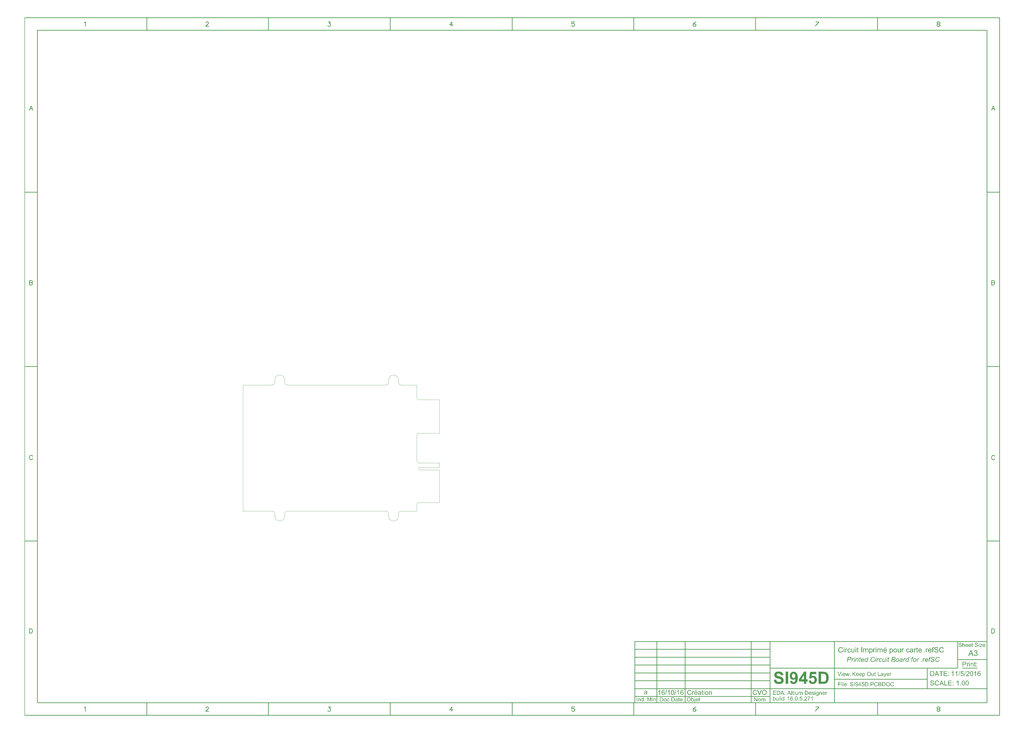
<source format=gko>
G04 Layer_Color=16711935*
%FSLAX25Y25*%
%MOIN*%
G70*
G01*
G75*
%ADD16C,0.01000*%
%ADD21C,0.00500*%
%ADD170C,0.00197*%
G36*
X931837Y-218386D02*
X931046D01*
Y-217488D01*
X931837D01*
Y-218386D01*
D02*
G37*
G36*
X927562Y-217390D02*
X927630D01*
X927796Y-217410D01*
X927991Y-217439D01*
X928206Y-217478D01*
X928421Y-217536D01*
X928626Y-217615D01*
X928636D01*
X928645Y-217624D01*
X928675Y-217634D01*
X928714Y-217654D01*
X928811Y-217712D01*
X928938Y-217780D01*
X929075Y-217878D01*
X929211Y-217995D01*
X929348Y-218132D01*
X929465Y-218288D01*
X929475Y-218307D01*
X929514Y-218366D01*
X929563Y-218464D01*
X929611Y-218581D01*
X929670Y-218727D01*
X929729Y-218903D01*
X929768Y-219088D01*
X929787Y-219293D01*
X928977Y-219352D01*
Y-219342D01*
Y-219323D01*
X928967Y-219293D01*
X928958Y-219254D01*
X928938Y-219147D01*
X928899Y-219010D01*
X928841Y-218864D01*
X928762Y-218717D01*
X928655Y-218571D01*
X928528Y-218444D01*
X928509Y-218434D01*
X928460Y-218395D01*
X928372Y-218347D01*
X928255Y-218288D01*
X928099Y-218229D01*
X927903Y-218181D01*
X927679Y-218142D01*
X927415Y-218132D01*
X927289D01*
X927230Y-218142D01*
X927152D01*
X926986Y-218171D01*
X926801Y-218200D01*
X926615Y-218249D01*
X926439Y-218317D01*
X926361Y-218366D01*
X926293Y-218415D01*
X926283Y-218425D01*
X926244Y-218464D01*
X926186Y-218522D01*
X926127Y-218610D01*
X926059Y-218708D01*
X926010Y-218825D01*
X925971Y-218952D01*
X925951Y-219098D01*
Y-219118D01*
Y-219157D01*
X925961Y-219225D01*
X925981Y-219303D01*
X926010Y-219391D01*
X926059Y-219489D01*
X926117Y-219576D01*
X926196Y-219664D01*
X926205Y-219674D01*
X926254Y-219703D01*
X926283Y-219723D01*
X926322Y-219752D01*
X926381Y-219772D01*
X926449Y-219801D01*
X926527Y-219840D01*
X926615Y-219879D01*
X926713Y-219908D01*
X926830Y-219947D01*
X926966Y-219996D01*
X927113Y-220035D01*
X927279Y-220074D01*
X927464Y-220123D01*
X927474D01*
X927513Y-220133D01*
X927562Y-220142D01*
X927630Y-220162D01*
X927718Y-220181D01*
X927816Y-220211D01*
X928030Y-220259D01*
X928265Y-220328D01*
X928499Y-220396D01*
X928616Y-220425D01*
X928714Y-220464D01*
X928811Y-220503D01*
X928889Y-220533D01*
X928899D01*
X928918Y-220543D01*
X928938Y-220562D01*
X928977Y-220582D01*
X929075Y-220640D01*
X929202Y-220708D01*
X929338Y-220806D01*
X929475Y-220923D01*
X929602Y-221050D01*
X929709Y-221187D01*
X929719Y-221206D01*
X929748Y-221255D01*
X929797Y-221333D01*
X929846Y-221450D01*
X929895Y-221577D01*
X929943Y-221733D01*
X929973Y-221909D01*
X929982Y-222094D01*
Y-222104D01*
Y-222114D01*
Y-222143D01*
Y-222182D01*
X929963Y-222280D01*
X929943Y-222407D01*
X929914Y-222553D01*
X929856Y-222719D01*
X929787Y-222895D01*
X929690Y-223061D01*
X929680Y-223080D01*
X929631Y-223139D01*
X929572Y-223217D01*
X929475Y-223314D01*
X929358Y-223431D01*
X929211Y-223549D01*
X929036Y-223656D01*
X928841Y-223763D01*
X928831D01*
X928811Y-223773D01*
X928782Y-223783D01*
X928743Y-223802D01*
X928694Y-223822D01*
X928636Y-223841D01*
X928479Y-223881D01*
X928304Y-223929D01*
X928089Y-223968D01*
X927864Y-223998D01*
X927611Y-224007D01*
X927464D01*
X927396Y-223998D01*
X927308D01*
X927211Y-223988D01*
X927103Y-223978D01*
X926879Y-223949D01*
X926635Y-223900D01*
X926391Y-223841D01*
X926157Y-223763D01*
X926147D01*
X926127Y-223754D01*
X926098Y-223734D01*
X926059Y-223715D01*
X925951Y-223656D01*
X925825Y-223568D01*
X925668Y-223461D01*
X925522Y-223334D01*
X925366Y-223178D01*
X925229Y-223002D01*
Y-222992D01*
X925220Y-222983D01*
X925200Y-222953D01*
X925181Y-222914D01*
X925151Y-222865D01*
X925122Y-222807D01*
X925063Y-222660D01*
X925005Y-222495D01*
X924946Y-222290D01*
X924907Y-222075D01*
X924888Y-221841D01*
X925688Y-221772D01*
Y-221782D01*
Y-221792D01*
X925698Y-221850D01*
X925717Y-221938D01*
X925737Y-222055D01*
X925776Y-222182D01*
X925815Y-222319D01*
X925873Y-222446D01*
X925942Y-222573D01*
X925951Y-222582D01*
X925981Y-222621D01*
X926030Y-222680D01*
X926108Y-222748D01*
X926196Y-222826D01*
X926303Y-222914D01*
X926439Y-222992D01*
X926586Y-223070D01*
X926596D01*
X926605Y-223080D01*
X926664Y-223100D01*
X926752Y-223129D01*
X926879Y-223158D01*
X927015Y-223197D01*
X927191Y-223227D01*
X927376Y-223246D01*
X927572Y-223256D01*
X927650D01*
X927747Y-223246D01*
X927855Y-223236D01*
X927991Y-223227D01*
X928128Y-223197D01*
X928274Y-223168D01*
X928421Y-223119D01*
X928440Y-223109D01*
X928479Y-223090D01*
X928548Y-223061D01*
X928626Y-223012D01*
X928723Y-222953D01*
X928811Y-222885D01*
X928899Y-222807D01*
X928977Y-222719D01*
X928987Y-222709D01*
X929006Y-222670D01*
X929036Y-222621D01*
X929075Y-222553D01*
X929104Y-222475D01*
X929133Y-222377D01*
X929153Y-222280D01*
X929163Y-222172D01*
Y-222163D01*
Y-222124D01*
X929153Y-222065D01*
X929143Y-221997D01*
X929123Y-221909D01*
X929084Y-221821D01*
X929045Y-221733D01*
X928987Y-221645D01*
X928977Y-221636D01*
X928958Y-221606D01*
X928909Y-221567D01*
X928850Y-221509D01*
X928772Y-221450D01*
X928675Y-221392D01*
X928548Y-221323D01*
X928411Y-221265D01*
X928401Y-221255D01*
X928362Y-221245D01*
X928284Y-221226D01*
X928235Y-221206D01*
X928177Y-221187D01*
X928099Y-221167D01*
X928021Y-221148D01*
X927923Y-221118D01*
X927825Y-221089D01*
X927708Y-221060D01*
X927572Y-221031D01*
X927425Y-220991D01*
X927269Y-220953D01*
X927259D01*
X927230Y-220943D01*
X927181Y-220933D01*
X927123Y-220913D01*
X927054Y-220894D01*
X926976Y-220874D01*
X926791Y-220826D01*
X926586Y-220757D01*
X926381Y-220689D01*
X926196Y-220621D01*
X926108Y-220591D01*
X926039Y-220552D01*
X926030D01*
X926020Y-220543D01*
X925961Y-220503D01*
X925883Y-220455D01*
X925786Y-220386D01*
X925668Y-220299D01*
X925561Y-220201D01*
X925454Y-220084D01*
X925356Y-219957D01*
X925346Y-219937D01*
X925317Y-219889D01*
X925288Y-219820D01*
X925249Y-219723D01*
X925200Y-219606D01*
X925171Y-219469D01*
X925141Y-219313D01*
X925132Y-219157D01*
Y-219147D01*
Y-219137D01*
Y-219108D01*
Y-219069D01*
X925151Y-218981D01*
X925171Y-218864D01*
X925200Y-218717D01*
X925249Y-218571D01*
X925317Y-218405D01*
X925405Y-218249D01*
Y-218239D01*
X925415Y-218229D01*
X925454Y-218181D01*
X925522Y-218103D01*
X925610Y-218005D01*
X925717Y-217907D01*
X925854Y-217800D01*
X926020Y-217693D01*
X926205Y-217605D01*
X926215D01*
X926225Y-217595D01*
X926254Y-217585D01*
X926303Y-217566D01*
X926352Y-217556D01*
X926410Y-217536D01*
X926547Y-217488D01*
X926723Y-217449D01*
X926918Y-217419D01*
X927142Y-217390D01*
X927376Y-217380D01*
X927494D01*
X927562Y-217390D01*
D02*
G37*
G36*
X901678D02*
X901747D01*
X901913Y-217410D01*
X902108Y-217439D01*
X902322Y-217478D01*
X902537Y-217536D01*
X902742Y-217615D01*
X902752D01*
X902762Y-217624D01*
X902791Y-217634D01*
X902830Y-217654D01*
X902928Y-217712D01*
X903055Y-217780D01*
X903191Y-217878D01*
X903328Y-217995D01*
X903465Y-218132D01*
X903582Y-218288D01*
X903591Y-218307D01*
X903630Y-218366D01*
X903679Y-218464D01*
X903728Y-218581D01*
X903786Y-218727D01*
X903845Y-218903D01*
X903884Y-219088D01*
X903904Y-219293D01*
X903094Y-219352D01*
Y-219342D01*
Y-219323D01*
X903084Y-219293D01*
X903074Y-219254D01*
X903055Y-219147D01*
X903016Y-219010D01*
X902957Y-218864D01*
X902879Y-218717D01*
X902771Y-218571D01*
X902645Y-218444D01*
X902625Y-218434D01*
X902576Y-218395D01*
X902489Y-218347D01*
X902371Y-218288D01*
X902215Y-218229D01*
X902020Y-218181D01*
X901795Y-218142D01*
X901532Y-218132D01*
X901405D01*
X901346Y-218142D01*
X901268D01*
X901103Y-218171D01*
X900917Y-218200D01*
X900732Y-218249D01*
X900556Y-218317D01*
X900478Y-218366D01*
X900410Y-218415D01*
X900400Y-218425D01*
X900361Y-218464D01*
X900302Y-218522D01*
X900244Y-218610D01*
X900175Y-218708D01*
X900126Y-218825D01*
X900088Y-218952D01*
X900068Y-219098D01*
Y-219118D01*
Y-219157D01*
X900078Y-219225D01*
X900097Y-219303D01*
X900126Y-219391D01*
X900175Y-219489D01*
X900234Y-219576D01*
X900312Y-219664D01*
X900322Y-219674D01*
X900371Y-219703D01*
X900400Y-219723D01*
X900439Y-219752D01*
X900497Y-219772D01*
X900566Y-219801D01*
X900644Y-219840D01*
X900732Y-219879D01*
X900829Y-219908D01*
X900946Y-219947D01*
X901083Y-219996D01*
X901229Y-220035D01*
X901395Y-220074D01*
X901581Y-220123D01*
X901591D01*
X901630Y-220133D01*
X901678Y-220142D01*
X901747Y-220162D01*
X901834Y-220181D01*
X901932Y-220211D01*
X902147Y-220259D01*
X902381Y-220328D01*
X902615Y-220396D01*
X902732Y-220425D01*
X902830Y-220464D01*
X902928Y-220503D01*
X903006Y-220533D01*
X903016D01*
X903035Y-220543D01*
X903055Y-220562D01*
X903094Y-220582D01*
X903191Y-220640D01*
X903318Y-220708D01*
X903455Y-220806D01*
X903591Y-220923D01*
X903718Y-221050D01*
X903826Y-221187D01*
X903835Y-221206D01*
X903865Y-221255D01*
X903913Y-221333D01*
X903962Y-221450D01*
X904011Y-221577D01*
X904060Y-221733D01*
X904089Y-221909D01*
X904099Y-222094D01*
Y-222104D01*
Y-222114D01*
Y-222143D01*
Y-222182D01*
X904079Y-222280D01*
X904060Y-222407D01*
X904031Y-222553D01*
X903972Y-222719D01*
X903904Y-222895D01*
X903806Y-223061D01*
X903796Y-223080D01*
X903747Y-223139D01*
X903689Y-223217D01*
X903591Y-223314D01*
X903474Y-223431D01*
X903328Y-223549D01*
X903152Y-223656D01*
X902957Y-223763D01*
X902947D01*
X902928Y-223773D01*
X902898Y-223783D01*
X902859Y-223802D01*
X902810Y-223822D01*
X902752Y-223841D01*
X902596Y-223881D01*
X902420Y-223929D01*
X902205Y-223968D01*
X901981Y-223998D01*
X901727Y-224007D01*
X901581D01*
X901512Y-223998D01*
X901425D01*
X901327Y-223988D01*
X901220Y-223978D01*
X900995Y-223949D01*
X900751Y-223900D01*
X900507Y-223841D01*
X900273Y-223763D01*
X900263D01*
X900244Y-223754D01*
X900214Y-223734D01*
X900175Y-223715D01*
X900068Y-223656D01*
X899941Y-223568D01*
X899785Y-223461D01*
X899638Y-223334D01*
X899482Y-223178D01*
X899346Y-223002D01*
Y-222992D01*
X899336Y-222983D01*
X899317Y-222953D01*
X899297Y-222914D01*
X899268Y-222865D01*
X899238Y-222807D01*
X899180Y-222660D01*
X899121Y-222495D01*
X899063Y-222290D01*
X899024Y-222075D01*
X899004Y-221841D01*
X899804Y-221772D01*
Y-221782D01*
Y-221792D01*
X899814Y-221850D01*
X899834Y-221938D01*
X899853Y-222055D01*
X899892Y-222182D01*
X899931Y-222319D01*
X899990Y-222446D01*
X900058Y-222573D01*
X900068Y-222582D01*
X900097Y-222621D01*
X900146Y-222680D01*
X900224Y-222748D01*
X900312Y-222826D01*
X900419Y-222914D01*
X900556Y-222992D01*
X900702Y-223070D01*
X900712D01*
X900722Y-223080D01*
X900780Y-223100D01*
X900868Y-223129D01*
X900995Y-223158D01*
X901132Y-223197D01*
X901307Y-223227D01*
X901493Y-223246D01*
X901688Y-223256D01*
X901766D01*
X901864Y-223246D01*
X901971Y-223236D01*
X902108Y-223227D01*
X902244Y-223197D01*
X902391Y-223168D01*
X902537Y-223119D01*
X902557Y-223109D01*
X902596Y-223090D01*
X902664Y-223061D01*
X902742Y-223012D01*
X902840Y-222953D01*
X902928Y-222885D01*
X903016Y-222807D01*
X903094Y-222719D01*
X903103Y-222709D01*
X903123Y-222670D01*
X903152Y-222621D01*
X903191Y-222553D01*
X903220Y-222475D01*
X903250Y-222377D01*
X903269Y-222280D01*
X903279Y-222172D01*
Y-222163D01*
Y-222124D01*
X903269Y-222065D01*
X903259Y-221997D01*
X903240Y-221909D01*
X903201Y-221821D01*
X903162Y-221733D01*
X903103Y-221645D01*
X903094Y-221636D01*
X903074Y-221606D01*
X903025Y-221567D01*
X902967Y-221509D01*
X902889Y-221450D01*
X902791Y-221392D01*
X902664Y-221323D01*
X902528Y-221265D01*
X902518Y-221255D01*
X902479Y-221245D01*
X902401Y-221226D01*
X902352Y-221206D01*
X902293Y-221187D01*
X902215Y-221167D01*
X902137Y-221148D01*
X902040Y-221118D01*
X901942Y-221089D01*
X901825Y-221060D01*
X901688Y-221031D01*
X901542Y-220991D01*
X901386Y-220953D01*
X901376D01*
X901346Y-220943D01*
X901298Y-220933D01*
X901239Y-220913D01*
X901171Y-220894D01*
X901093Y-220874D01*
X900907Y-220826D01*
X900702Y-220757D01*
X900497Y-220689D01*
X900312Y-220621D01*
X900224Y-220591D01*
X900156Y-220552D01*
X900146D01*
X900136Y-220543D01*
X900078Y-220503D01*
X900000Y-220455D01*
X899902Y-220386D01*
X899785Y-220299D01*
X899678Y-220201D01*
X899570Y-220084D01*
X899473Y-219957D01*
X899463Y-219937D01*
X899434Y-219889D01*
X899404Y-219820D01*
X899365Y-219723D01*
X899317Y-219606D01*
X899287Y-219469D01*
X899258Y-219313D01*
X899248Y-219157D01*
Y-219147D01*
Y-219137D01*
Y-219108D01*
Y-219069D01*
X899268Y-218981D01*
X899287Y-218864D01*
X899317Y-218717D01*
X899365Y-218571D01*
X899434Y-218405D01*
X899521Y-218249D01*
Y-218239D01*
X899531Y-218229D01*
X899570Y-218181D01*
X899638Y-218103D01*
X899726Y-218005D01*
X899834Y-217907D01*
X899970Y-217800D01*
X900136Y-217693D01*
X900322Y-217605D01*
X900331D01*
X900341Y-217595D01*
X900371Y-217585D01*
X900419Y-217566D01*
X900468Y-217556D01*
X900527Y-217536D01*
X900663Y-217488D01*
X900839Y-217449D01*
X901034Y-217419D01*
X901259Y-217390D01*
X901493Y-217380D01*
X901610D01*
X901678Y-217390D01*
D02*
G37*
G36*
X936580Y-219772D02*
X934062Y-222729D01*
X933574Y-223275D01*
X933623D01*
X933662Y-223266D01*
X933769Y-223256D01*
X933896Y-223246D01*
X934052D01*
X934218Y-223236D01*
X934570Y-223227D01*
X936717D01*
Y-223900D01*
X932608D01*
Y-223266D01*
X935565Y-219859D01*
X935477D01*
X935389Y-219869D01*
X935262D01*
X935126Y-219879D01*
X934980D01*
X934823Y-219889D01*
X932784D01*
Y-219254D01*
X936580D01*
Y-219772D01*
D02*
G37*
G36*
X931837Y-223900D02*
X931046D01*
Y-219254D01*
X931837D01*
Y-223900D01*
D02*
G37*
G36*
X905943Y-219781D02*
X905953Y-219772D01*
X905973Y-219752D01*
X906002Y-219723D01*
X906041Y-219684D01*
X906100Y-219635D01*
X906158Y-219576D01*
X906236Y-219528D01*
X906324Y-219459D01*
X906422Y-219401D01*
X906519Y-219352D01*
X906763Y-219245D01*
X906890Y-219205D01*
X907027Y-219176D01*
X907173Y-219157D01*
X907329Y-219147D01*
X907417D01*
X907515Y-219157D01*
X907632Y-219176D01*
X907769Y-219196D01*
X907915Y-219235D01*
X908071Y-219284D01*
X908218Y-219352D01*
X908237Y-219362D01*
X908276Y-219391D01*
X908344Y-219440D01*
X908432Y-219498D01*
X908520Y-219576D01*
X908608Y-219674D01*
X908696Y-219791D01*
X908764Y-219918D01*
X908774Y-219937D01*
X908793Y-219986D01*
X908813Y-220064D01*
X908852Y-220181D01*
X908881Y-220328D01*
X908901Y-220513D01*
X908920Y-220718D01*
X908930Y-220962D01*
Y-223900D01*
X908140D01*
Y-220953D01*
Y-220943D01*
Y-220923D01*
Y-220894D01*
Y-220855D01*
X908130Y-220757D01*
X908110Y-220621D01*
X908071Y-220484D01*
X908032Y-220347D01*
X907964Y-220211D01*
X907876Y-220094D01*
X907866Y-220084D01*
X907827Y-220055D01*
X907769Y-220006D01*
X907691Y-219957D01*
X907593Y-219908D01*
X907466Y-219859D01*
X907329Y-219830D01*
X907164Y-219820D01*
X907105D01*
X907037Y-219830D01*
X906949Y-219840D01*
X906851Y-219869D01*
X906734Y-219898D01*
X906617Y-219947D01*
X906500Y-220006D01*
X906490Y-220016D01*
X906451Y-220035D01*
X906402Y-220084D01*
X906334Y-220133D01*
X906266Y-220211D01*
X906188Y-220289D01*
X906129Y-220396D01*
X906070Y-220503D01*
X906061Y-220513D01*
X906051Y-220562D01*
X906031Y-220630D01*
X906012Y-220728D01*
X905982Y-220855D01*
X905963Y-221001D01*
X905953Y-221167D01*
X905943Y-221362D01*
Y-223900D01*
X905153D01*
Y-217488D01*
X905943D01*
Y-219781D01*
D02*
G37*
G36*
X921013Y-219254D02*
X921803D01*
Y-219869D01*
X921013D01*
Y-222592D01*
Y-222602D01*
Y-222641D01*
Y-222699D01*
X921023Y-222768D01*
X921033Y-222914D01*
X921042Y-222973D01*
X921052Y-223022D01*
X921062Y-223041D01*
X921081Y-223080D01*
X921120Y-223129D01*
X921179Y-223178D01*
X921198Y-223187D01*
X921247Y-223197D01*
X921335Y-223217D01*
X921452Y-223227D01*
X921550D01*
X921599Y-223217D01*
X921657D01*
X921803Y-223197D01*
X921911Y-223890D01*
X921891D01*
X921852Y-223900D01*
X921794Y-223910D01*
X921706Y-223920D01*
X921618Y-223939D01*
X921520Y-223949D01*
X921315Y-223959D01*
X921247D01*
X921169Y-223949D01*
X921072Y-223939D01*
X920964Y-223929D01*
X920847Y-223900D01*
X920740Y-223871D01*
X920642Y-223832D01*
X920632Y-223822D01*
X920603Y-223802D01*
X920564Y-223773D01*
X920515Y-223734D01*
X920457Y-223685D01*
X920408Y-223627D01*
X920349Y-223558D01*
X920310Y-223480D01*
Y-223471D01*
X920300Y-223431D01*
X920281Y-223373D01*
X920271Y-223275D01*
X920252Y-223148D01*
X920242Y-223080D01*
X920232Y-222992D01*
Y-222895D01*
X920222Y-222787D01*
Y-222670D01*
Y-222543D01*
Y-219869D01*
X919637D01*
Y-219254D01*
X920222D01*
Y-218112D01*
X921013Y-217634D01*
Y-219254D01*
D02*
G37*
G36*
X939567Y-219157D02*
X939645Y-219166D01*
X939742Y-219176D01*
X939840Y-219196D01*
X939957Y-219225D01*
X940191Y-219303D01*
X940318Y-219352D01*
X940445Y-219420D01*
X940572Y-219489D01*
X940699Y-219576D01*
X940816Y-219674D01*
X940933Y-219791D01*
X940943Y-219801D01*
X940962Y-219820D01*
X940992Y-219859D01*
X941031Y-219908D01*
X941070Y-219976D01*
X941119Y-220055D01*
X941177Y-220142D01*
X941236Y-220250D01*
X941284Y-220377D01*
X941343Y-220503D01*
X941392Y-220650D01*
X941441Y-220816D01*
X941470Y-220982D01*
X941499Y-221167D01*
X941519Y-221362D01*
X941528Y-221577D01*
Y-221587D01*
Y-221626D01*
Y-221694D01*
X941519Y-221782D01*
X938064D01*
Y-221792D01*
Y-221811D01*
X938073Y-221860D01*
Y-221909D01*
X938083Y-221977D01*
X938093Y-222046D01*
X938132Y-222221D01*
X938190Y-222407D01*
X938259Y-222602D01*
X938366Y-222797D01*
X938493Y-222963D01*
X938513Y-222983D01*
X938561Y-223022D01*
X938649Y-223090D01*
X938757Y-223158D01*
X938903Y-223236D01*
X939069Y-223305D01*
X939254Y-223344D01*
X939459Y-223363D01*
X939537D01*
X939616Y-223353D01*
X939713Y-223334D01*
X939830Y-223305D01*
X939957Y-223266D01*
X940084Y-223217D01*
X940201Y-223139D01*
X940211Y-223129D01*
X940250Y-223090D01*
X940308Y-223041D01*
X940377Y-222953D01*
X940455Y-222856D01*
X940533Y-222729D01*
X940611Y-222573D01*
X940689Y-222397D01*
X941499Y-222504D01*
Y-222514D01*
X941489Y-222534D01*
X941480Y-222573D01*
X941460Y-222621D01*
X941441Y-222680D01*
X941411Y-222748D01*
X941333Y-222914D01*
X941236Y-223090D01*
X941119Y-223275D01*
X940962Y-223461D01*
X940787Y-223617D01*
X940777D01*
X940767Y-223637D01*
X940738Y-223656D01*
X940689Y-223675D01*
X940640Y-223705D01*
X940582Y-223744D01*
X940513Y-223773D01*
X940426Y-223812D01*
X940240Y-223881D01*
X940006Y-223949D01*
X939752Y-223988D01*
X939459Y-224007D01*
X939362D01*
X939293Y-223998D01*
X939206Y-223988D01*
X939108Y-223978D01*
X939001Y-223959D01*
X938874Y-223929D01*
X938620Y-223851D01*
X938483Y-223802D01*
X938356Y-223744D01*
X938220Y-223675D01*
X938093Y-223588D01*
X937966Y-223490D01*
X937849Y-223383D01*
X937839Y-223373D01*
X937820Y-223353D01*
X937790Y-223314D01*
X937761Y-223266D01*
X937712Y-223207D01*
X937663Y-223129D01*
X937605Y-223031D01*
X937556Y-222924D01*
X937498Y-222807D01*
X937439Y-222680D01*
X937390Y-222534D01*
X937351Y-222377D01*
X937312Y-222212D01*
X937283Y-222026D01*
X937263Y-221831D01*
X937254Y-221626D01*
Y-221616D01*
Y-221577D01*
Y-221509D01*
X937263Y-221431D01*
X937273Y-221333D01*
X937283Y-221216D01*
X937302Y-221089D01*
X937332Y-220953D01*
X937400Y-220660D01*
X937449Y-220513D01*
X937507Y-220357D01*
X937576Y-220211D01*
X937654Y-220064D01*
X937742Y-219928D01*
X937849Y-219801D01*
X937859Y-219791D01*
X937878Y-219772D01*
X937908Y-219742D01*
X937956Y-219693D01*
X938015Y-219645D01*
X938093Y-219596D01*
X938171Y-219537D01*
X938269Y-219469D01*
X938376Y-219410D01*
X938493Y-219352D01*
X938620Y-219303D01*
X938766Y-219245D01*
X938913Y-219205D01*
X939069Y-219176D01*
X939235Y-219157D01*
X939410Y-219147D01*
X939498D01*
X939567Y-219157D01*
D02*
G37*
G36*
X917167D02*
X917246Y-219166D01*
X917343Y-219176D01*
X917441Y-219196D01*
X917558Y-219225D01*
X917792Y-219303D01*
X917919Y-219352D01*
X918046Y-219420D01*
X918173Y-219489D01*
X918300Y-219576D01*
X918417Y-219674D01*
X918534Y-219791D01*
X918544Y-219801D01*
X918563Y-219820D01*
X918592Y-219859D01*
X918631Y-219908D01*
X918670Y-219976D01*
X918719Y-220055D01*
X918778Y-220142D01*
X918836Y-220250D01*
X918885Y-220377D01*
X918944Y-220503D01*
X918993Y-220650D01*
X919041Y-220816D01*
X919071Y-220982D01*
X919100Y-221167D01*
X919119Y-221362D01*
X919129Y-221577D01*
Y-221587D01*
Y-221626D01*
Y-221694D01*
X919119Y-221782D01*
X915664D01*
Y-221792D01*
Y-221811D01*
X915674Y-221860D01*
Y-221909D01*
X915684Y-221977D01*
X915694Y-222046D01*
X915733Y-222221D01*
X915791Y-222407D01*
X915860Y-222602D01*
X915967Y-222797D01*
X916094Y-222963D01*
X916113Y-222983D01*
X916162Y-223022D01*
X916250Y-223090D01*
X916357Y-223158D01*
X916504Y-223236D01*
X916670Y-223305D01*
X916855Y-223344D01*
X917060Y-223363D01*
X917138D01*
X917216Y-223353D01*
X917314Y-223334D01*
X917431Y-223305D01*
X917558Y-223266D01*
X917685Y-223217D01*
X917802Y-223139D01*
X917812Y-223129D01*
X917851Y-223090D01*
X917909Y-223041D01*
X917978Y-222953D01*
X918056Y-222856D01*
X918134Y-222729D01*
X918212Y-222573D01*
X918290Y-222397D01*
X919100Y-222504D01*
Y-222514D01*
X919090Y-222534D01*
X919081Y-222573D01*
X919061Y-222621D01*
X919041Y-222680D01*
X919012Y-222748D01*
X918934Y-222914D01*
X918836Y-223090D01*
X918719Y-223275D01*
X918563Y-223461D01*
X918388Y-223617D01*
X918378D01*
X918368Y-223637D01*
X918339Y-223656D01*
X918290Y-223675D01*
X918241Y-223705D01*
X918182Y-223744D01*
X918114Y-223773D01*
X918026Y-223812D01*
X917841Y-223881D01*
X917607Y-223949D01*
X917353Y-223988D01*
X917060Y-224007D01*
X916963D01*
X916894Y-223998D01*
X916806Y-223988D01*
X916709Y-223978D01*
X916601Y-223959D01*
X916475Y-223929D01*
X916221Y-223851D01*
X916084Y-223802D01*
X915957Y-223744D01*
X915821Y-223675D01*
X915694Y-223588D01*
X915567Y-223490D01*
X915450Y-223383D01*
X915440Y-223373D01*
X915420Y-223353D01*
X915391Y-223314D01*
X915362Y-223266D01*
X915313Y-223207D01*
X915264Y-223129D01*
X915206Y-223031D01*
X915157Y-222924D01*
X915098Y-222807D01*
X915040Y-222680D01*
X914991Y-222534D01*
X914952Y-222377D01*
X914913Y-222212D01*
X914884Y-222026D01*
X914864Y-221831D01*
X914854Y-221626D01*
Y-221616D01*
Y-221577D01*
Y-221509D01*
X914864Y-221431D01*
X914874Y-221333D01*
X914884Y-221216D01*
X914903Y-221089D01*
X914933Y-220953D01*
X915001Y-220660D01*
X915050Y-220513D01*
X915108Y-220357D01*
X915176Y-220211D01*
X915254Y-220064D01*
X915342Y-219928D01*
X915450Y-219801D01*
X915460Y-219791D01*
X915479Y-219772D01*
X915508Y-219742D01*
X915557Y-219693D01*
X915616Y-219645D01*
X915694Y-219596D01*
X915772Y-219537D01*
X915869Y-219469D01*
X915977Y-219410D01*
X916094Y-219352D01*
X916221Y-219303D01*
X916367Y-219245D01*
X916514Y-219205D01*
X916670Y-219176D01*
X916836Y-219157D01*
X917011Y-219147D01*
X917099D01*
X917167Y-219157D01*
D02*
G37*
G36*
X912190D02*
X912268Y-219166D01*
X912366Y-219176D01*
X912463Y-219196D01*
X912580Y-219225D01*
X912815Y-219303D01*
X912941Y-219352D01*
X913068Y-219420D01*
X913195Y-219489D01*
X913322Y-219576D01*
X913439Y-219674D01*
X913556Y-219791D01*
X913566Y-219801D01*
X913586Y-219820D01*
X913615Y-219859D01*
X913654Y-219908D01*
X913693Y-219976D01*
X913742Y-220055D01*
X913800Y-220142D01*
X913859Y-220250D01*
X913908Y-220377D01*
X913966Y-220503D01*
X914015Y-220650D01*
X914064Y-220816D01*
X914093Y-220982D01*
X914122Y-221167D01*
X914142Y-221362D01*
X914152Y-221577D01*
Y-221587D01*
Y-221626D01*
Y-221694D01*
X914142Y-221782D01*
X910687D01*
Y-221792D01*
Y-221811D01*
X910697Y-221860D01*
Y-221909D01*
X910706Y-221977D01*
X910716Y-222046D01*
X910755Y-222221D01*
X910814Y-222407D01*
X910882Y-222602D01*
X910989Y-222797D01*
X911116Y-222963D01*
X911136Y-222983D01*
X911185Y-223022D01*
X911273Y-223090D01*
X911380Y-223158D01*
X911526Y-223236D01*
X911692Y-223305D01*
X911878Y-223344D01*
X912082Y-223363D01*
X912161D01*
X912239Y-223353D01*
X912336Y-223334D01*
X912453Y-223305D01*
X912580Y-223266D01*
X912707Y-223217D01*
X912824Y-223139D01*
X912834Y-223129D01*
X912873Y-223090D01*
X912932Y-223041D01*
X913000Y-222953D01*
X913078Y-222856D01*
X913156Y-222729D01*
X913234Y-222573D01*
X913312Y-222397D01*
X914122Y-222504D01*
Y-222514D01*
X914113Y-222534D01*
X914103Y-222573D01*
X914083Y-222621D01*
X914064Y-222680D01*
X914034Y-222748D01*
X913957Y-222914D01*
X913859Y-223090D01*
X913742Y-223275D01*
X913586Y-223461D01*
X913410Y-223617D01*
X913400D01*
X913390Y-223637D01*
X913361Y-223656D01*
X913312Y-223675D01*
X913264Y-223705D01*
X913205Y-223744D01*
X913137Y-223773D01*
X913049Y-223812D01*
X912863Y-223881D01*
X912629Y-223949D01*
X912375Y-223988D01*
X912082Y-224007D01*
X911985D01*
X911917Y-223998D01*
X911829Y-223988D01*
X911731Y-223978D01*
X911624Y-223959D01*
X911497Y-223929D01*
X911243Y-223851D01*
X911106Y-223802D01*
X910980Y-223744D01*
X910843Y-223675D01*
X910716Y-223588D01*
X910589Y-223490D01*
X910472Y-223383D01*
X910462Y-223373D01*
X910443Y-223353D01*
X910414Y-223314D01*
X910384Y-223266D01*
X910336Y-223207D01*
X910287Y-223129D01*
X910228Y-223031D01*
X910179Y-222924D01*
X910121Y-222807D01*
X910062Y-222680D01*
X910013Y-222534D01*
X909974Y-222377D01*
X909935Y-222212D01*
X909906Y-222026D01*
X909886Y-221831D01*
X909877Y-221626D01*
Y-221616D01*
Y-221577D01*
Y-221509D01*
X909886Y-221431D01*
X909896Y-221333D01*
X909906Y-221216D01*
X909926Y-221089D01*
X909955Y-220953D01*
X910023Y-220660D01*
X910072Y-220513D01*
X910131Y-220357D01*
X910199Y-220211D01*
X910277Y-220064D01*
X910365Y-219928D01*
X910472Y-219801D01*
X910482Y-219791D01*
X910501Y-219772D01*
X910531Y-219742D01*
X910579Y-219693D01*
X910638Y-219645D01*
X910716Y-219596D01*
X910794Y-219537D01*
X910892Y-219469D01*
X910999Y-219410D01*
X911116Y-219352D01*
X911243Y-219303D01*
X911390Y-219245D01*
X911536Y-219205D01*
X911692Y-219176D01*
X911858Y-219157D01*
X912034Y-219147D01*
X912122D01*
X912190Y-219157D01*
D02*
G37*
G36*
X859486Y-224186D02*
X859626Y-224199D01*
X859791Y-224224D01*
X859968Y-224249D01*
X860159Y-224287D01*
X860006Y-225176D01*
X859993D01*
X859956Y-225163D01*
X859892Y-225150D01*
X859816Y-225137D01*
X859714D01*
X859613Y-225125D01*
X859397Y-225112D01*
X859321D01*
X859245Y-225125D01*
X859143Y-225137D01*
X859042Y-225163D01*
X858928Y-225201D01*
X858826Y-225252D01*
X858737Y-225315D01*
X858724Y-225328D01*
X858712Y-225353D01*
X858674Y-225404D01*
X858648Y-225480D01*
X858610Y-225582D01*
X858572Y-225721D01*
X858560Y-225873D01*
X858547Y-226064D01*
Y-226610D01*
X859727D01*
Y-227409D01*
X858560D01*
Y-232650D01*
X857532D01*
Y-227409D01*
X856631D01*
Y-226610D01*
X857532D01*
Y-225975D01*
Y-225962D01*
Y-225950D01*
Y-225873D01*
X857544Y-225772D01*
Y-225632D01*
X857557Y-225493D01*
X857582Y-225341D01*
X857608Y-225201D01*
X857646Y-225074D01*
X857659Y-225061D01*
X857671Y-225011D01*
X857709Y-224935D01*
X857760Y-224846D01*
X857836Y-224731D01*
X857925Y-224630D01*
X858027Y-224528D01*
X858154Y-224427D01*
X858166Y-224414D01*
X858230Y-224389D01*
X858306Y-224351D01*
X858433Y-224300D01*
X858572Y-224249D01*
X858763Y-224211D01*
X858966Y-224186D01*
X859207Y-224173D01*
X859372D01*
X859486Y-224186D01*
D02*
G37*
G36*
X768463Y-225480D02*
X767435D01*
Y-224313D01*
X768463D01*
Y-225480D01*
D02*
G37*
G36*
X736129D02*
X735101D01*
Y-224313D01*
X736129D01*
Y-225480D01*
D02*
G37*
G36*
X717373D02*
X716345D01*
Y-224313D01*
X717373D01*
Y-225480D01*
D02*
G37*
G36*
X782194Y-225861D02*
X781343D01*
X782105Y-224275D01*
X783450D01*
X782194Y-225861D01*
D02*
G37*
G36*
X863775Y-224186D02*
X863864D01*
X864080Y-224211D01*
X864334Y-224249D01*
X864613Y-224300D01*
X864892Y-224376D01*
X865158Y-224478D01*
X865171D01*
X865184Y-224490D01*
X865222Y-224503D01*
X865273Y-224528D01*
X865399Y-224605D01*
X865564Y-224693D01*
X865742Y-224820D01*
X865920Y-224973D01*
X866097Y-225150D01*
X866250Y-225353D01*
X866262Y-225379D01*
X866313Y-225455D01*
X866377Y-225582D01*
X866440Y-225734D01*
X866516Y-225924D01*
X866592Y-226153D01*
X866643Y-226394D01*
X866669Y-226660D01*
X865615Y-226736D01*
Y-226724D01*
Y-226698D01*
X865602Y-226660D01*
X865590Y-226610D01*
X865564Y-226470D01*
X865514Y-226292D01*
X865438Y-226102D01*
X865336Y-225912D01*
X865196Y-225721D01*
X865032Y-225556D01*
X865006Y-225544D01*
X864943Y-225493D01*
X864828Y-225429D01*
X864676Y-225353D01*
X864473Y-225277D01*
X864219Y-225214D01*
X863927Y-225163D01*
X863585Y-225150D01*
X863420D01*
X863344Y-225163D01*
X863242D01*
X863026Y-225201D01*
X862785Y-225239D01*
X862544Y-225303D01*
X862316Y-225391D01*
X862214Y-225455D01*
X862125Y-225518D01*
X862113Y-225531D01*
X862062Y-225582D01*
X861986Y-225658D01*
X861910Y-225772D01*
X861821Y-225899D01*
X861757Y-226051D01*
X861707Y-226216D01*
X861681Y-226407D01*
Y-226432D01*
Y-226483D01*
X861694Y-226571D01*
X861719Y-226673D01*
X861757Y-226787D01*
X861821Y-226914D01*
X861897Y-227028D01*
X861999Y-227143D01*
X862011Y-227155D01*
X862075Y-227193D01*
X862113Y-227219D01*
X862164Y-227257D01*
X862240Y-227282D01*
X862329Y-227320D01*
X862430Y-227371D01*
X862544Y-227422D01*
X862671Y-227460D01*
X862823Y-227511D01*
X863001Y-227574D01*
X863191Y-227625D01*
X863407Y-227676D01*
X863648Y-227739D01*
X863661D01*
X863712Y-227752D01*
X863775Y-227764D01*
X863864Y-227790D01*
X863978Y-227815D01*
X864105Y-227853D01*
X864384Y-227917D01*
X864689Y-228006D01*
X864993Y-228094D01*
X865146Y-228132D01*
X865273Y-228183D01*
X865399Y-228234D01*
X865501Y-228272D01*
X865514D01*
X865539Y-228285D01*
X865564Y-228310D01*
X865615Y-228335D01*
X865742Y-228412D01*
X865907Y-228500D01*
X866085Y-228627D01*
X866262Y-228780D01*
X866427Y-228944D01*
X866567Y-229122D01*
X866580Y-229148D01*
X866618Y-229211D01*
X866681Y-229312D01*
X866745Y-229465D01*
X866808Y-229630D01*
X866871Y-229833D01*
X866910Y-230061D01*
X866922Y-230302D01*
Y-230315D01*
Y-230328D01*
Y-230366D01*
Y-230417D01*
X866897Y-230543D01*
X866871Y-230708D01*
X866833Y-230899D01*
X866757Y-231115D01*
X866669Y-231343D01*
X866542Y-231559D01*
X866529Y-231584D01*
X866465Y-231660D01*
X866389Y-231762D01*
X866262Y-231889D01*
X866110Y-232041D01*
X865920Y-232193D01*
X865691Y-232333D01*
X865438Y-232472D01*
X865425D01*
X865399Y-232485D01*
X865361Y-232498D01*
X865311Y-232523D01*
X865247Y-232548D01*
X865171Y-232574D01*
X864968Y-232625D01*
X864740Y-232688D01*
X864460Y-232739D01*
X864168Y-232777D01*
X863839Y-232790D01*
X863648D01*
X863559Y-232777D01*
X863445D01*
X863318Y-232764D01*
X863179Y-232751D01*
X862887Y-232714D01*
X862570Y-232650D01*
X862252Y-232574D01*
X861948Y-232472D01*
X861935D01*
X861910Y-232460D01*
X861872Y-232434D01*
X861821Y-232409D01*
X861681Y-232333D01*
X861516Y-232219D01*
X861313Y-232079D01*
X861123Y-231914D01*
X860920Y-231711D01*
X860742Y-231483D01*
Y-231470D01*
X860730Y-231457D01*
X860704Y-231419D01*
X860679Y-231368D01*
X860641Y-231305D01*
X860603Y-231229D01*
X860526Y-231038D01*
X860450Y-230823D01*
X860374Y-230556D01*
X860324Y-230277D01*
X860298Y-229972D01*
X861339Y-229884D01*
Y-229896D01*
Y-229909D01*
X861351Y-229985D01*
X861377Y-230099D01*
X861402Y-230252D01*
X861453Y-230417D01*
X861504Y-230594D01*
X861580Y-230759D01*
X861669Y-230924D01*
X861681Y-230937D01*
X861719Y-230988D01*
X861783Y-231064D01*
X861884Y-231153D01*
X861999Y-231254D01*
X862138Y-231368D01*
X862316Y-231470D01*
X862506Y-231571D01*
X862519D01*
X862531Y-231584D01*
X862608Y-231609D01*
X862722Y-231647D01*
X862887Y-231686D01*
X863064Y-231736D01*
X863293Y-231774D01*
X863534Y-231800D01*
X863788Y-231813D01*
X863889D01*
X864016Y-231800D01*
X864156Y-231787D01*
X864334Y-231774D01*
X864511Y-231736D01*
X864701Y-231698D01*
X864892Y-231635D01*
X864917Y-231622D01*
X864968Y-231597D01*
X865057Y-231559D01*
X865158Y-231495D01*
X865285Y-231419D01*
X865399Y-231330D01*
X865514Y-231229D01*
X865615Y-231115D01*
X865628Y-231102D01*
X865653Y-231051D01*
X865691Y-230988D01*
X865742Y-230899D01*
X865780Y-230797D01*
X865818Y-230670D01*
X865844Y-230543D01*
X865856Y-230404D01*
Y-230391D01*
Y-230340D01*
X865844Y-230264D01*
X865831Y-230175D01*
X865806Y-230061D01*
X865755Y-229947D01*
X865704Y-229833D01*
X865628Y-229719D01*
X865615Y-229706D01*
X865590Y-229668D01*
X865526Y-229617D01*
X865450Y-229541D01*
X865349Y-229465D01*
X865222Y-229389D01*
X865057Y-229300D01*
X864879Y-229224D01*
X864867Y-229211D01*
X864816Y-229198D01*
X864714Y-229173D01*
X864651Y-229148D01*
X864575Y-229122D01*
X864473Y-229097D01*
X864372Y-229071D01*
X864245Y-229033D01*
X864118Y-228995D01*
X863966Y-228957D01*
X863788Y-228919D01*
X863597Y-228868D01*
X863394Y-228818D01*
X863382D01*
X863344Y-228805D01*
X863280Y-228792D01*
X863204Y-228767D01*
X863115Y-228742D01*
X863014Y-228716D01*
X862773Y-228653D01*
X862506Y-228564D01*
X862240Y-228475D01*
X861999Y-228386D01*
X861884Y-228348D01*
X861796Y-228297D01*
X861783D01*
X861770Y-228285D01*
X861694Y-228234D01*
X861592Y-228170D01*
X861466Y-228082D01*
X861313Y-227967D01*
X861174Y-227840D01*
X861034Y-227688D01*
X860907Y-227523D01*
X860894Y-227498D01*
X860857Y-227434D01*
X860818Y-227346D01*
X860768Y-227219D01*
X860704Y-227066D01*
X860666Y-226889D01*
X860628Y-226686D01*
X860615Y-226483D01*
Y-226470D01*
Y-226457D01*
Y-226419D01*
Y-226368D01*
X860641Y-226254D01*
X860666Y-226102D01*
X860704Y-225912D01*
X860768Y-225721D01*
X860857Y-225505D01*
X860971Y-225303D01*
Y-225290D01*
X860983Y-225277D01*
X861034Y-225214D01*
X861123Y-225112D01*
X861237Y-224985D01*
X861377Y-224858D01*
X861554Y-224719D01*
X861770Y-224579D01*
X862011Y-224465D01*
X862024D01*
X862037Y-224452D01*
X862075Y-224440D01*
X862138Y-224414D01*
X862202Y-224401D01*
X862278Y-224376D01*
X862455Y-224313D01*
X862684Y-224262D01*
X862938Y-224224D01*
X863229Y-224186D01*
X863534Y-224173D01*
X863686D01*
X863775Y-224186D01*
D02*
G37*
G36*
X872252D02*
X872354Y-224199D01*
X872480Y-224211D01*
X872620Y-224224D01*
X872772Y-224249D01*
X873102Y-224325D01*
X873458Y-224440D01*
X873635Y-224516D01*
X873813Y-224605D01*
X873978Y-224706D01*
X874143Y-224820D01*
X874156Y-224833D01*
X874181Y-224846D01*
X874219Y-224884D01*
X874282Y-224935D01*
X874346Y-224998D01*
X874435Y-225087D01*
X874524Y-225176D01*
X874612Y-225277D01*
X874714Y-225404D01*
X874803Y-225531D01*
X874904Y-225683D01*
X875006Y-225848D01*
X875095Y-226013D01*
X875183Y-226203D01*
X875336Y-226610D01*
X874244Y-226863D01*
Y-226851D01*
X874232Y-226825D01*
X874219Y-226775D01*
X874194Y-226711D01*
X874156Y-226635D01*
X874117Y-226546D01*
X874029Y-226356D01*
X873915Y-226140D01*
X873762Y-225912D01*
X873597Y-225709D01*
X873394Y-225531D01*
X873369Y-225518D01*
X873293Y-225467D01*
X873178Y-225404D01*
X873013Y-225315D01*
X872823Y-225239D01*
X872582Y-225176D01*
X872316Y-225125D01*
X872011Y-225112D01*
X871922D01*
X871859Y-225125D01*
X871770D01*
X871681Y-225137D01*
X871453Y-225176D01*
X871199Y-225226D01*
X870932Y-225315D01*
X870666Y-225429D01*
X870412Y-225582D01*
X870399D01*
X870387Y-225607D01*
X870310Y-225671D01*
X870196Y-225772D01*
X870057Y-225912D01*
X869917Y-226089D01*
X869765Y-226292D01*
X869625Y-226546D01*
X869511Y-226825D01*
Y-226838D01*
X869498Y-226863D01*
X869486Y-226901D01*
X869473Y-226965D01*
X869448Y-227028D01*
X869435Y-227117D01*
X869384Y-227320D01*
X869333Y-227561D01*
X869295Y-227828D01*
X869270Y-228120D01*
X869257Y-228424D01*
Y-228437D01*
Y-228475D01*
Y-228526D01*
Y-228602D01*
X869270Y-228691D01*
Y-228805D01*
X869283Y-228919D01*
X869295Y-229046D01*
X869333Y-229338D01*
X869384Y-229655D01*
X869460Y-229972D01*
X869562Y-230277D01*
Y-230290D01*
X869575Y-230315D01*
X869600Y-230353D01*
X869625Y-230404D01*
X869689Y-230556D01*
X869790Y-230721D01*
X869930Y-230924D01*
X870095Y-231115D01*
X870285Y-231305D01*
X870514Y-231470D01*
X870526D01*
X870539Y-231483D01*
X870577Y-231508D01*
X870628Y-231533D01*
X870767Y-231584D01*
X870945Y-231660D01*
X871148Y-231724D01*
X871389Y-231787D01*
X871656Y-231838D01*
X871935Y-231851D01*
X872024D01*
X872087Y-231838D01*
X872163D01*
X872265Y-231825D01*
X872480Y-231787D01*
X872722Y-231724D01*
X872988Y-231622D01*
X873242Y-231495D01*
X873496Y-231317D01*
X873508Y-231305D01*
X873521Y-231292D01*
X873597Y-231216D01*
X873711Y-231089D01*
X873851Y-230924D01*
X873991Y-230696D01*
X874143Y-230429D01*
X874270Y-230099D01*
X874371Y-229731D01*
X875475Y-230011D01*
Y-230023D01*
X875463Y-230074D01*
X875437Y-230137D01*
X875412Y-230239D01*
X875361Y-230340D01*
X875310Y-230480D01*
X875260Y-230620D01*
X875183Y-230772D01*
X875019Y-231115D01*
X874790Y-231457D01*
X874536Y-231787D01*
X874384Y-231939D01*
X874219Y-232079D01*
X874206Y-232092D01*
X874181Y-232104D01*
X874130Y-232142D01*
X874054Y-232193D01*
X873965Y-232244D01*
X873864Y-232307D01*
X873750Y-232371D01*
X873610Y-232434D01*
X873458Y-232498D01*
X873293Y-232561D01*
X873102Y-232625D01*
X872912Y-232675D01*
X872493Y-232764D01*
X872265Y-232777D01*
X872024Y-232790D01*
X871897D01*
X871795Y-232777D01*
X871681D01*
X871554Y-232764D01*
X871402Y-232739D01*
X871250Y-232726D01*
X870894Y-232650D01*
X870526Y-232561D01*
X870171Y-232422D01*
X869993Y-232345D01*
X869828Y-232244D01*
X869816Y-232231D01*
X869790Y-232219D01*
X869752Y-232181D01*
X869689Y-232142D01*
X869536Y-232015D01*
X869359Y-231838D01*
X869143Y-231622D01*
X868940Y-231343D01*
X868724Y-231026D01*
X868547Y-230658D01*
Y-230645D01*
X868534Y-230607D01*
X868509Y-230556D01*
X868483Y-230480D01*
X868445Y-230379D01*
X868407Y-230264D01*
X868369Y-230137D01*
X868331Y-229985D01*
X868293Y-229833D01*
X868255Y-229655D01*
X868179Y-229275D01*
X868128Y-228868D01*
X868115Y-228424D01*
Y-228412D01*
Y-228361D01*
Y-228297D01*
X868128Y-228208D01*
Y-228094D01*
X868141Y-227955D01*
X868153Y-227815D01*
X868179Y-227650D01*
X868242Y-227295D01*
X868318Y-226914D01*
X868445Y-226521D01*
X868610Y-226153D01*
Y-226140D01*
X868635Y-226115D01*
X868661Y-226064D01*
X868699Y-225988D01*
X868750Y-225912D01*
X868813Y-225823D01*
X868978Y-225607D01*
X869168Y-225366D01*
X869409Y-225125D01*
X869701Y-224884D01*
X870019Y-224681D01*
X870031D01*
X870057Y-224655D01*
X870107Y-224630D01*
X870184Y-224605D01*
X870260Y-224567D01*
X870361Y-224516D01*
X870488Y-224478D01*
X870615Y-224427D01*
X870755Y-224376D01*
X870907Y-224338D01*
X871250Y-224249D01*
X871630Y-224199D01*
X872036Y-224173D01*
X872163D01*
X872252Y-224186D01*
D02*
G37*
G36*
X711891D02*
X711993Y-224199D01*
X712119Y-224211D01*
X712259Y-224224D01*
X712411Y-224249D01*
X712741Y-224325D01*
X713097Y-224440D01*
X713274Y-224516D01*
X713452Y-224605D01*
X713617Y-224706D01*
X713782Y-224820D01*
X713795Y-224833D01*
X713820Y-224846D01*
X713858Y-224884D01*
X713921Y-224935D01*
X713985Y-224998D01*
X714074Y-225087D01*
X714163Y-225176D01*
X714251Y-225277D01*
X714353Y-225404D01*
X714442Y-225531D01*
X714543Y-225683D01*
X714645Y-225848D01*
X714734Y-226013D01*
X714822Y-226203D01*
X714975Y-226610D01*
X713883Y-226863D01*
Y-226851D01*
X713871Y-226825D01*
X713858Y-226775D01*
X713833Y-226711D01*
X713795Y-226635D01*
X713757Y-226546D01*
X713668Y-226356D01*
X713553Y-226140D01*
X713401Y-225912D01*
X713236Y-225709D01*
X713033Y-225531D01*
X713008Y-225518D01*
X712932Y-225467D01*
X712817Y-225404D01*
X712652Y-225315D01*
X712462Y-225239D01*
X712221Y-225176D01*
X711954Y-225125D01*
X711650Y-225112D01*
X711561D01*
X711498Y-225125D01*
X711409D01*
X711320Y-225137D01*
X711092Y-225176D01*
X710838Y-225226D01*
X710571Y-225315D01*
X710305Y-225429D01*
X710051Y-225582D01*
X710038D01*
X710026Y-225607D01*
X709949Y-225671D01*
X709835Y-225772D01*
X709696Y-225912D01*
X709556Y-226089D01*
X709404Y-226292D01*
X709264Y-226546D01*
X709150Y-226825D01*
Y-226838D01*
X709137Y-226863D01*
X709125Y-226901D01*
X709112Y-226965D01*
X709087Y-227028D01*
X709074Y-227117D01*
X709023Y-227320D01*
X708972Y-227561D01*
X708934Y-227828D01*
X708909Y-228120D01*
X708896Y-228424D01*
Y-228437D01*
Y-228475D01*
Y-228526D01*
Y-228602D01*
X708909Y-228691D01*
Y-228805D01*
X708922Y-228919D01*
X708934Y-229046D01*
X708972Y-229338D01*
X709023Y-229655D01*
X709099Y-229972D01*
X709201Y-230277D01*
Y-230290D01*
X709213Y-230315D01*
X709239Y-230353D01*
X709264Y-230404D01*
X709328Y-230556D01*
X709429Y-230721D01*
X709569Y-230924D01*
X709734Y-231115D01*
X709924Y-231305D01*
X710152Y-231470D01*
X710165D01*
X710178Y-231483D01*
X710216Y-231508D01*
X710267Y-231533D01*
X710406Y-231584D01*
X710584Y-231660D01*
X710787Y-231724D01*
X711028Y-231787D01*
X711295Y-231838D01*
X711574Y-231851D01*
X711663D01*
X711726Y-231838D01*
X711802D01*
X711904Y-231825D01*
X712119Y-231787D01*
X712361Y-231724D01*
X712627Y-231622D01*
X712881Y-231495D01*
X713135Y-231317D01*
X713147Y-231305D01*
X713160Y-231292D01*
X713236Y-231216D01*
X713350Y-231089D01*
X713490Y-230924D01*
X713630Y-230696D01*
X713782Y-230429D01*
X713909Y-230099D01*
X714010Y-229731D01*
X715114Y-230011D01*
Y-230023D01*
X715102Y-230074D01*
X715076Y-230137D01*
X715051Y-230239D01*
X715000Y-230340D01*
X714949Y-230480D01*
X714899Y-230620D01*
X714822Y-230772D01*
X714657Y-231115D01*
X714429Y-231457D01*
X714175Y-231787D01*
X714023Y-231939D01*
X713858Y-232079D01*
X713845Y-232092D01*
X713820Y-232104D01*
X713769Y-232142D01*
X713693Y-232193D01*
X713604Y-232244D01*
X713503Y-232307D01*
X713388Y-232371D01*
X713249Y-232434D01*
X713097Y-232498D01*
X712932Y-232561D01*
X712741Y-232625D01*
X712551Y-232675D01*
X712132Y-232764D01*
X711904Y-232777D01*
X711663Y-232790D01*
X711536D01*
X711434Y-232777D01*
X711320D01*
X711193Y-232764D01*
X711041Y-232739D01*
X710889Y-232726D01*
X710533Y-232650D01*
X710165Y-232561D01*
X709810Y-232422D01*
X709632Y-232345D01*
X709467Y-232244D01*
X709455Y-232231D01*
X709429Y-232219D01*
X709391Y-232181D01*
X709328Y-232142D01*
X709175Y-232015D01*
X708998Y-231838D01*
X708782Y-231622D01*
X708579Y-231343D01*
X708363Y-231026D01*
X708186Y-230658D01*
Y-230645D01*
X708173Y-230607D01*
X708147Y-230556D01*
X708122Y-230480D01*
X708084Y-230379D01*
X708046Y-230264D01*
X708008Y-230137D01*
X707970Y-229985D01*
X707932Y-229833D01*
X707894Y-229655D01*
X707818Y-229275D01*
X707767Y-228868D01*
X707754Y-228424D01*
Y-228412D01*
Y-228361D01*
Y-228297D01*
X707767Y-228208D01*
Y-228094D01*
X707780Y-227955D01*
X707792Y-227815D01*
X707818Y-227650D01*
X707881Y-227295D01*
X707957Y-226914D01*
X708084Y-226521D01*
X708249Y-226153D01*
Y-226140D01*
X708274Y-226115D01*
X708300Y-226064D01*
X708338Y-225988D01*
X708389Y-225912D01*
X708452Y-225823D01*
X708617Y-225607D01*
X708807Y-225366D01*
X709049Y-225125D01*
X709340Y-224884D01*
X709658Y-224681D01*
X709670D01*
X709696Y-224655D01*
X709747Y-224630D01*
X709823Y-224605D01*
X709899Y-224567D01*
X710000Y-224516D01*
X710127Y-224478D01*
X710254Y-224427D01*
X710394Y-224376D01*
X710546Y-224338D01*
X710889Y-224249D01*
X711269Y-224199D01*
X711675Y-224173D01*
X711802D01*
X711891Y-224186D01*
D02*
G37*
G36*
X792371Y-226495D02*
X792549Y-226521D01*
X792764Y-226571D01*
X792993Y-226635D01*
X793221Y-226736D01*
X793450Y-226876D01*
X793462D01*
X793475Y-226889D01*
X793551Y-226952D01*
X793653Y-227041D01*
X793792Y-227168D01*
X793932Y-227320D01*
X794084Y-227523D01*
X794224Y-227739D01*
X794351Y-228006D01*
Y-228018D01*
X794363Y-228044D01*
X794376Y-228082D01*
X794402Y-228132D01*
X794427Y-228196D01*
X794452Y-228285D01*
X794503Y-228475D01*
X794554Y-228716D01*
X794604Y-228983D01*
X794643Y-229275D01*
X794655Y-229592D01*
Y-229604D01*
Y-229630D01*
Y-229680D01*
Y-229744D01*
X794643Y-229833D01*
Y-229922D01*
X794617Y-230150D01*
X794566Y-230404D01*
X794516Y-230683D01*
X794427Y-230975D01*
X794313Y-231267D01*
Y-231279D01*
X794300Y-231305D01*
X794275Y-231343D01*
X794249Y-231394D01*
X794173Y-231521D01*
X794071Y-231686D01*
X793932Y-231863D01*
X793767Y-232054D01*
X793577Y-232231D01*
X793348Y-232396D01*
X793335D01*
X793323Y-232409D01*
X793285Y-232434D01*
X793234Y-232460D01*
X793107Y-232523D01*
X792942Y-232587D01*
X792739Y-232663D01*
X792523Y-232726D01*
X792270Y-232777D01*
X792016Y-232790D01*
X791927D01*
X791838Y-232777D01*
X791711Y-232764D01*
X791572Y-232739D01*
X791419Y-232701D01*
X791254Y-232650D01*
X791102Y-232587D01*
X791089Y-232574D01*
X791039Y-232548D01*
X790963Y-232498D01*
X790874Y-232434D01*
X790759Y-232358D01*
X790658Y-232269D01*
X790544Y-232155D01*
X790442Y-232041D01*
Y-234960D01*
X789414D01*
Y-226610D01*
X790353D01*
Y-227396D01*
X790366Y-227371D01*
X790404Y-227320D01*
X790480Y-227244D01*
X790569Y-227143D01*
X790671Y-227028D01*
X790798Y-226914D01*
X790937Y-226800D01*
X791089Y-226711D01*
X791115Y-226698D01*
X791165Y-226673D01*
X791254Y-226635D01*
X791368Y-226584D01*
X791521Y-226546D01*
X791686Y-226508D01*
X791876Y-226483D01*
X792092Y-226470D01*
X792219D01*
X792371Y-226495D01*
D02*
G37*
G36*
X760037D02*
X760215Y-226521D01*
X760430Y-226571D01*
X760659Y-226635D01*
X760887Y-226736D01*
X761116Y-226876D01*
X761128D01*
X761141Y-226889D01*
X761217Y-226952D01*
X761319Y-227041D01*
X761458Y-227168D01*
X761598Y-227320D01*
X761750Y-227523D01*
X761890Y-227739D01*
X762017Y-228006D01*
Y-228018D01*
X762029Y-228044D01*
X762042Y-228082D01*
X762067Y-228132D01*
X762093Y-228196D01*
X762118Y-228285D01*
X762169Y-228475D01*
X762220Y-228716D01*
X762270Y-228983D01*
X762308Y-229275D01*
X762321Y-229592D01*
Y-229604D01*
Y-229630D01*
Y-229680D01*
Y-229744D01*
X762308Y-229833D01*
Y-229922D01*
X762283Y-230150D01*
X762232Y-230404D01*
X762182Y-230683D01*
X762093Y-230975D01*
X761978Y-231267D01*
Y-231279D01*
X761966Y-231305D01*
X761940Y-231343D01*
X761915Y-231394D01*
X761839Y-231521D01*
X761737Y-231686D01*
X761598Y-231863D01*
X761433Y-232054D01*
X761242Y-232231D01*
X761014Y-232396D01*
X761001D01*
X760989Y-232409D01*
X760951Y-232434D01*
X760900Y-232460D01*
X760773Y-232523D01*
X760608Y-232587D01*
X760405Y-232663D01*
X760189Y-232726D01*
X759935Y-232777D01*
X759682Y-232790D01*
X759593D01*
X759504Y-232777D01*
X759377Y-232764D01*
X759237Y-232739D01*
X759085Y-232701D01*
X758920Y-232650D01*
X758768Y-232587D01*
X758755Y-232574D01*
X758705Y-232548D01*
X758628Y-232498D01*
X758539Y-232434D01*
X758425Y-232358D01*
X758324Y-232269D01*
X758210Y-232155D01*
X758108Y-232041D01*
Y-234960D01*
X757080D01*
Y-226610D01*
X758019D01*
Y-227396D01*
X758032Y-227371D01*
X758070Y-227320D01*
X758146Y-227244D01*
X758235Y-227143D01*
X758336Y-227028D01*
X758463Y-226914D01*
X758603Y-226800D01*
X758755Y-226711D01*
X758781Y-226698D01*
X758831Y-226673D01*
X758920Y-226635D01*
X759034Y-226584D01*
X759187Y-226546D01*
X759352Y-226508D01*
X759542Y-226483D01*
X759758Y-226470D01*
X759885D01*
X760037Y-226495D01*
D02*
G37*
G36*
X849359Y-226483D02*
X849499Y-226508D01*
X849651Y-226559D01*
X849829Y-226610D01*
X850019Y-226698D01*
X850222Y-226813D01*
X849854Y-227752D01*
X849841Y-227739D01*
X849791Y-227714D01*
X849715Y-227676D01*
X849626Y-227637D01*
X849512Y-227599D01*
X849385Y-227561D01*
X849245Y-227536D01*
X849105Y-227523D01*
X849055D01*
X848991Y-227536D01*
X848903Y-227549D01*
X848814Y-227574D01*
X848712Y-227612D01*
X848611Y-227663D01*
X848509Y-227726D01*
X848496Y-227739D01*
X848471Y-227764D01*
X848420Y-227815D01*
X848370Y-227879D01*
X848306Y-227955D01*
X848243Y-228056D01*
X848192Y-228170D01*
X848141Y-228297D01*
X848128Y-228323D01*
X848116Y-228386D01*
X848090Y-228500D01*
X848065Y-228653D01*
X848027Y-228830D01*
X848001Y-229033D01*
X847989Y-229249D01*
X847976Y-229490D01*
Y-232650D01*
X846948D01*
Y-226610D01*
X847875D01*
Y-227511D01*
X847887Y-227498D01*
X847938Y-227422D01*
X848001Y-227308D01*
X848078Y-227181D01*
X848179Y-227041D01*
X848293Y-226901D01*
X848395Y-226775D01*
X848509Y-226686D01*
X848522Y-226673D01*
X848560Y-226648D01*
X848623Y-226622D01*
X848712Y-226571D01*
X848801Y-226533D01*
X848915Y-226508D01*
X849042Y-226483D01*
X849169Y-226470D01*
X849258D01*
X849359Y-226483D01*
D02*
G37*
G36*
X830644D02*
X830784Y-226508D01*
X830936Y-226559D01*
X831114Y-226610D01*
X831304Y-226698D01*
X831507Y-226813D01*
X831139Y-227752D01*
X831126Y-227739D01*
X831075Y-227714D01*
X830999Y-227676D01*
X830911Y-227637D01*
X830796Y-227599D01*
X830669Y-227561D01*
X830530Y-227536D01*
X830390Y-227523D01*
X830340D01*
X830276Y-227536D01*
X830187Y-227549D01*
X830098Y-227574D01*
X829997Y-227612D01*
X829895Y-227663D01*
X829794Y-227726D01*
X829781Y-227739D01*
X829756Y-227764D01*
X829705Y-227815D01*
X829654Y-227879D01*
X829591Y-227955D01*
X829527Y-228056D01*
X829477Y-228170D01*
X829426Y-228297D01*
X829413Y-228323D01*
X829401Y-228386D01*
X829375Y-228500D01*
X829350Y-228653D01*
X829312Y-228830D01*
X829286Y-229033D01*
X829274Y-229249D01*
X829261Y-229490D01*
Y-232650D01*
X828233D01*
Y-226610D01*
X829159D01*
Y-227511D01*
X829172Y-227498D01*
X829223Y-227422D01*
X829286Y-227308D01*
X829362Y-227181D01*
X829464Y-227041D01*
X829578Y-226901D01*
X829680Y-226775D01*
X829794Y-226686D01*
X829807Y-226673D01*
X829845Y-226648D01*
X829908Y-226622D01*
X829997Y-226571D01*
X830086Y-226533D01*
X830200Y-226508D01*
X830327Y-226483D01*
X830454Y-226470D01*
X830543D01*
X830644Y-226483D01*
D02*
G37*
G36*
X811241D02*
X811381Y-226508D01*
X811533Y-226559D01*
X811711Y-226610D01*
X811901Y-226698D01*
X812104Y-226813D01*
X811736Y-227752D01*
X811723Y-227739D01*
X811672Y-227714D01*
X811596Y-227676D01*
X811508Y-227637D01*
X811393Y-227599D01*
X811267Y-227561D01*
X811127Y-227536D01*
X810987Y-227523D01*
X810937D01*
X810873Y-227536D01*
X810784Y-227549D01*
X810695Y-227574D01*
X810594Y-227612D01*
X810492Y-227663D01*
X810391Y-227726D01*
X810378Y-227739D01*
X810353Y-227764D01*
X810302Y-227815D01*
X810251Y-227879D01*
X810188Y-227955D01*
X810124Y-228056D01*
X810074Y-228170D01*
X810023Y-228297D01*
X810010Y-228323D01*
X809997Y-228386D01*
X809972Y-228500D01*
X809947Y-228653D01*
X809909Y-228830D01*
X809883Y-229033D01*
X809871Y-229249D01*
X809858Y-229490D01*
Y-232650D01*
X808830D01*
Y-226610D01*
X809756D01*
Y-227511D01*
X809769Y-227498D01*
X809820Y-227422D01*
X809883Y-227308D01*
X809959Y-227181D01*
X810061Y-227041D01*
X810175Y-226901D01*
X810277Y-226775D01*
X810391Y-226686D01*
X810404Y-226673D01*
X810442Y-226648D01*
X810505Y-226622D01*
X810594Y-226571D01*
X810683Y-226533D01*
X810797Y-226508D01*
X810924Y-226483D01*
X811051Y-226470D01*
X811140D01*
X811241Y-226483D01*
D02*
G37*
G36*
X765963D02*
X766103Y-226508D01*
X766255Y-226559D01*
X766433Y-226610D01*
X766623Y-226698D01*
X766826Y-226813D01*
X766458Y-227752D01*
X766445Y-227739D01*
X766395Y-227714D01*
X766319Y-227676D01*
X766230Y-227637D01*
X766115Y-227599D01*
X765988Y-227561D01*
X765849Y-227536D01*
X765709Y-227523D01*
X765659D01*
X765595Y-227536D01*
X765506Y-227549D01*
X765417Y-227574D01*
X765316Y-227612D01*
X765214Y-227663D01*
X765113Y-227726D01*
X765100Y-227739D01*
X765075Y-227764D01*
X765024Y-227815D01*
X764973Y-227879D01*
X764910Y-227955D01*
X764846Y-228056D01*
X764796Y-228170D01*
X764745Y-228297D01*
X764732Y-228323D01*
X764719Y-228386D01*
X764694Y-228500D01*
X764669Y-228653D01*
X764631Y-228830D01*
X764605Y-229033D01*
X764593Y-229249D01*
X764580Y-229490D01*
Y-232650D01*
X763552D01*
Y-226610D01*
X764478D01*
Y-227511D01*
X764491Y-227498D01*
X764542Y-227422D01*
X764605Y-227308D01*
X764681Y-227181D01*
X764783Y-227041D01*
X764897Y-226901D01*
X764999Y-226775D01*
X765113Y-226686D01*
X765126Y-226673D01*
X765164Y-226648D01*
X765227Y-226622D01*
X765316Y-226571D01*
X765405Y-226533D01*
X765519Y-226508D01*
X765646Y-226483D01*
X765773Y-226470D01*
X765862D01*
X765963Y-226483D01*
D02*
G37*
G36*
X721332D02*
X721472Y-226508D01*
X721624Y-226559D01*
X721802Y-226610D01*
X721992Y-226698D01*
X722195Y-226813D01*
X721827Y-227752D01*
X721815Y-227739D01*
X721764Y-227714D01*
X721688Y-227676D01*
X721599Y-227637D01*
X721485Y-227599D01*
X721358Y-227561D01*
X721218Y-227536D01*
X721079Y-227523D01*
X721028D01*
X720964Y-227536D01*
X720876Y-227549D01*
X720787Y-227574D01*
X720685Y-227612D01*
X720584Y-227663D01*
X720482Y-227726D01*
X720470Y-227739D01*
X720444Y-227764D01*
X720393Y-227815D01*
X720343Y-227879D01*
X720279Y-227955D01*
X720216Y-228056D01*
X720165Y-228170D01*
X720114Y-228297D01*
X720101Y-228323D01*
X720089Y-228386D01*
X720063Y-228500D01*
X720038Y-228653D01*
X720000Y-228830D01*
X719975Y-229033D01*
X719962Y-229249D01*
X719949Y-229490D01*
Y-232650D01*
X718921D01*
Y-226610D01*
X719848D01*
Y-227511D01*
X719860Y-227498D01*
X719911Y-227422D01*
X719975Y-227308D01*
X720051Y-227181D01*
X720152Y-227041D01*
X720266Y-226901D01*
X720368Y-226775D01*
X720482Y-226686D01*
X720495Y-226673D01*
X720533Y-226648D01*
X720596Y-226622D01*
X720685Y-226571D01*
X720774Y-226533D01*
X720888Y-226508D01*
X721015Y-226483D01*
X721142Y-226470D01*
X721231D01*
X721332Y-226483D01*
D02*
G37*
G36*
X776496D02*
X776572D01*
X776661Y-226495D01*
X776851Y-226533D01*
X777080Y-226597D01*
X777308Y-226686D01*
X777524Y-226813D01*
X777727Y-226978D01*
X777752Y-227003D01*
X777803Y-227066D01*
X777879Y-227193D01*
X777981Y-227358D01*
X778069Y-227574D01*
X778146Y-227828D01*
X778196Y-228145D01*
X778222Y-228323D01*
Y-228513D01*
Y-232650D01*
X777194D01*
Y-228856D01*
Y-228843D01*
Y-228830D01*
Y-228754D01*
Y-228640D01*
X777181Y-228513D01*
X777156Y-228221D01*
X777130Y-228082D01*
X777092Y-227967D01*
Y-227955D01*
X777067Y-227917D01*
X777041Y-227866D01*
X777003Y-227802D01*
X776953Y-227739D01*
X776889Y-227663D01*
X776813Y-227587D01*
X776724Y-227523D01*
X776712Y-227511D01*
X776674Y-227498D01*
X776623Y-227472D01*
X776559Y-227434D01*
X776471Y-227409D01*
X776356Y-227384D01*
X776242Y-227371D01*
X776115Y-227358D01*
X776014D01*
X775887Y-227384D01*
X775747Y-227409D01*
X775582Y-227460D01*
X775405Y-227536D01*
X775214Y-227650D01*
X775049Y-227790D01*
X775036Y-227815D01*
X774986Y-227866D01*
X774922Y-227967D01*
X774846Y-228120D01*
X774757Y-228310D01*
X774694Y-228538D01*
X774643Y-228818D01*
X774630Y-229148D01*
Y-232650D01*
X773602D01*
Y-228729D01*
Y-228716D01*
Y-228703D01*
Y-228665D01*
Y-228615D01*
X773590Y-228488D01*
X773577Y-228348D01*
X773539Y-228170D01*
X773501Y-228006D01*
X773438Y-227840D01*
X773349Y-227701D01*
X773336Y-227688D01*
X773298Y-227650D01*
X773247Y-227587D01*
X773158Y-227523D01*
X773044Y-227472D01*
X772905Y-227409D01*
X772740Y-227371D01*
X772537Y-227358D01*
X772460D01*
X772384Y-227371D01*
X772270Y-227384D01*
X772156Y-227409D01*
X772016Y-227460D01*
X771877Y-227511D01*
X771737Y-227587D01*
X771724Y-227599D01*
X771674Y-227625D01*
X771610Y-227688D01*
X771534Y-227752D01*
X771445Y-227853D01*
X771356Y-227967D01*
X771280Y-228107D01*
X771204Y-228259D01*
X771191Y-228285D01*
X771179Y-228335D01*
X771153Y-228437D01*
X771128Y-228576D01*
X771090Y-228754D01*
X771065Y-228970D01*
X771052Y-229224D01*
X771039Y-229516D01*
Y-232650D01*
X770011D01*
Y-226610D01*
X770925D01*
Y-227460D01*
X770938Y-227434D01*
X770976Y-227384D01*
X771039Y-227308D01*
X771128Y-227206D01*
X771230Y-227092D01*
X771356Y-226978D01*
X771509Y-226851D01*
X771674Y-226749D01*
X771699Y-226736D01*
X771763Y-226711D01*
X771864Y-226660D01*
X771991Y-226610D01*
X772156Y-226559D01*
X772333Y-226508D01*
X772549Y-226483D01*
X772765Y-226470D01*
X772879D01*
X773006Y-226483D01*
X773158Y-226508D01*
X773323Y-226533D01*
X773514Y-226584D01*
X773691Y-226660D01*
X773856Y-226749D01*
X773882Y-226762D01*
X773933Y-226800D01*
X774009Y-226863D01*
X774097Y-226952D01*
X774199Y-227066D01*
X774300Y-227193D01*
X774389Y-227358D01*
X774466Y-227536D01*
X774478Y-227523D01*
X774504Y-227485D01*
X774542Y-227434D01*
X774592Y-227371D01*
X774669Y-227282D01*
X774757Y-227193D01*
X774859Y-227104D01*
X774973Y-227003D01*
X775100Y-226901D01*
X775240Y-226813D01*
X775569Y-226635D01*
X775747Y-226571D01*
X775938Y-226521D01*
X776128Y-226483D01*
X776344Y-226470D01*
X776432D01*
X776496Y-226483D01*
D02*
G37*
G36*
X753870D02*
X753946D01*
X754035Y-226495D01*
X754225Y-226533D01*
X754453Y-226597D01*
X754682Y-226686D01*
X754897Y-226813D01*
X755100Y-226978D01*
X755126Y-227003D01*
X755177Y-227066D01*
X755253Y-227193D01*
X755354Y-227358D01*
X755443Y-227574D01*
X755519Y-227828D01*
X755570Y-228145D01*
X755595Y-228323D01*
Y-228513D01*
Y-232650D01*
X754567D01*
Y-228856D01*
Y-228843D01*
Y-228830D01*
Y-228754D01*
Y-228640D01*
X754555Y-228513D01*
X754529Y-228221D01*
X754504Y-228082D01*
X754466Y-227967D01*
Y-227955D01*
X754441Y-227917D01*
X754415Y-227866D01*
X754377Y-227802D01*
X754326Y-227739D01*
X754263Y-227663D01*
X754187Y-227587D01*
X754098Y-227523D01*
X754085Y-227511D01*
X754047Y-227498D01*
X753997Y-227472D01*
X753933Y-227434D01*
X753844Y-227409D01*
X753730Y-227384D01*
X753616Y-227371D01*
X753489Y-227358D01*
X753387D01*
X753261Y-227384D01*
X753121Y-227409D01*
X752956Y-227460D01*
X752778Y-227536D01*
X752588Y-227650D01*
X752423Y-227790D01*
X752410Y-227815D01*
X752359Y-227866D01*
X752296Y-227967D01*
X752220Y-228120D01*
X752131Y-228310D01*
X752068Y-228538D01*
X752017Y-228818D01*
X752004Y-229148D01*
Y-232650D01*
X750976D01*
Y-228729D01*
Y-228716D01*
Y-228703D01*
Y-228665D01*
Y-228615D01*
X750964Y-228488D01*
X750951Y-228348D01*
X750913Y-228170D01*
X750875Y-228006D01*
X750811Y-227840D01*
X750723Y-227701D01*
X750710Y-227688D01*
X750672Y-227650D01*
X750621Y-227587D01*
X750532Y-227523D01*
X750418Y-227472D01*
X750278Y-227409D01*
X750113Y-227371D01*
X749910Y-227358D01*
X749834D01*
X749758Y-227371D01*
X749644Y-227384D01*
X749530Y-227409D01*
X749390Y-227460D01*
X749250Y-227511D01*
X749111Y-227587D01*
X749098Y-227599D01*
X749047Y-227625D01*
X748984Y-227688D01*
X748908Y-227752D01*
X748819Y-227853D01*
X748730Y-227967D01*
X748654Y-228107D01*
X748578Y-228259D01*
X748565Y-228285D01*
X748553Y-228335D01*
X748527Y-228437D01*
X748502Y-228576D01*
X748464Y-228754D01*
X748438Y-228970D01*
X748426Y-229224D01*
X748413Y-229516D01*
Y-232650D01*
X747385D01*
Y-226610D01*
X748299D01*
Y-227460D01*
X748311Y-227434D01*
X748349Y-227384D01*
X748413Y-227308D01*
X748502Y-227206D01*
X748603Y-227092D01*
X748730Y-226978D01*
X748882Y-226851D01*
X749047Y-226749D01*
X749073Y-226736D01*
X749136Y-226711D01*
X749238Y-226660D01*
X749365Y-226610D01*
X749530Y-226559D01*
X749707Y-226508D01*
X749923Y-226483D01*
X750139Y-226470D01*
X750253D01*
X750380Y-226483D01*
X750532Y-226508D01*
X750697Y-226533D01*
X750887Y-226584D01*
X751065Y-226660D01*
X751230Y-226749D01*
X751256Y-226762D01*
X751306Y-226800D01*
X751382Y-226863D01*
X751471Y-226952D01*
X751573Y-227066D01*
X751674Y-227193D01*
X751763Y-227358D01*
X751839Y-227536D01*
X751852Y-227523D01*
X751877Y-227485D01*
X751915Y-227434D01*
X751966Y-227371D01*
X752042Y-227282D01*
X752131Y-227193D01*
X752233Y-227104D01*
X752347Y-227003D01*
X752474Y-226901D01*
X752613Y-226813D01*
X752943Y-226635D01*
X753121Y-226571D01*
X753311Y-226521D01*
X753502Y-226483D01*
X753717Y-226470D01*
X753806D01*
X753870Y-226483D01*
D02*
G37*
G36*
X818538D02*
X818627D01*
X818715Y-226495D01*
X818944Y-226533D01*
X819198Y-226597D01*
X819477Y-226686D01*
X819743Y-226813D01*
X819985Y-226978D01*
X819997D01*
X820010Y-227003D01*
X820086Y-227066D01*
X820187Y-227181D01*
X820314Y-227333D01*
X820454Y-227536D01*
X820581Y-227777D01*
X820695Y-228069D01*
X820784Y-228386D01*
X819794Y-228538D01*
Y-228526D01*
X819781Y-228513D01*
X819769Y-228437D01*
X819731Y-228335D01*
X819680Y-228196D01*
X819604Y-228044D01*
X819515Y-227891D01*
X819413Y-227752D01*
X819287Y-227625D01*
X819274Y-227612D01*
X819223Y-227574D01*
X819147Y-227523D01*
X819045Y-227460D01*
X818919Y-227409D01*
X818779Y-227358D01*
X818601Y-227320D01*
X818424Y-227308D01*
X818347D01*
X818297Y-227320D01*
X818157Y-227333D01*
X817980Y-227371D01*
X817776Y-227447D01*
X817573Y-227549D01*
X817358Y-227676D01*
X817256Y-227764D01*
X817167Y-227866D01*
X817142Y-227891D01*
X817129Y-227929D01*
X817091Y-227967D01*
X817053Y-228031D01*
X817015Y-228107D01*
X816977Y-228196D01*
X816939Y-228297D01*
X816888Y-228412D01*
X816850Y-228538D01*
X816812Y-228691D01*
X816774Y-228843D01*
X816736Y-229021D01*
X816723Y-229211D01*
X816698Y-229414D01*
Y-229630D01*
Y-229643D01*
Y-229680D01*
Y-229744D01*
X816710Y-229833D01*
Y-229934D01*
X816723Y-230048D01*
X816761Y-230302D01*
X816812Y-230594D01*
X816888Y-230899D01*
X817002Y-231165D01*
X817078Y-231292D01*
X817155Y-231406D01*
X817180Y-231432D01*
X817243Y-231495D01*
X817345Y-231584D01*
X817485Y-231673D01*
X817649Y-231774D01*
X817865Y-231863D01*
X818094Y-231927D01*
X818221Y-231939D01*
X818360Y-231952D01*
X818462D01*
X818576Y-231927D01*
X818715Y-231901D01*
X818868Y-231863D01*
X819045Y-231800D01*
X819210Y-231711D01*
X819363Y-231584D01*
X819375Y-231571D01*
X819426Y-231508D01*
X819502Y-231432D01*
X819578Y-231305D01*
X819667Y-231140D01*
X819756Y-230949D01*
X819832Y-230708D01*
X819883Y-230442D01*
X820885Y-230581D01*
Y-230594D01*
X820873Y-230632D01*
X820860Y-230683D01*
X820847Y-230747D01*
X820822Y-230835D01*
X820797Y-230937D01*
X820720Y-231178D01*
X820606Y-231432D01*
X820454Y-231711D01*
X820264Y-231965D01*
X820035Y-232206D01*
X820023D01*
X820010Y-232231D01*
X819972Y-232257D01*
X819921Y-232295D01*
X819845Y-232345D01*
X819769Y-232396D01*
X819578Y-232498D01*
X819337Y-232599D01*
X819045Y-232701D01*
X818728Y-232764D01*
X818550Y-232777D01*
X818373Y-232790D01*
X818259D01*
X818170Y-232777D01*
X818068Y-232764D01*
X817941Y-232751D01*
X817815Y-232726D01*
X817662Y-232688D01*
X817345Y-232599D01*
X817180Y-232523D01*
X817015Y-232447D01*
X816850Y-232358D01*
X816698Y-232257D01*
X816545Y-232130D01*
X816393Y-231990D01*
X816381Y-231977D01*
X816355Y-231952D01*
X816330Y-231901D01*
X816279Y-231838D01*
X816216Y-231749D01*
X816152Y-231647D01*
X816089Y-231533D01*
X816025Y-231394D01*
X815949Y-231241D01*
X815886Y-231064D01*
X815822Y-230873D01*
X815759Y-230658D01*
X815708Y-230442D01*
X815683Y-230188D01*
X815657Y-229934D01*
X815644Y-229655D01*
Y-229643D01*
Y-229617D01*
Y-229554D01*
Y-229490D01*
X815657Y-229401D01*
Y-229312D01*
X815683Y-229071D01*
X815721Y-228805D01*
X815784Y-228526D01*
X815860Y-228221D01*
X815962Y-227942D01*
Y-227929D01*
X815974Y-227904D01*
X816000Y-227866D01*
X816025Y-227815D01*
X816101Y-227688D01*
X816203Y-227523D01*
X816343Y-227346D01*
X816507Y-227168D01*
X816710Y-226990D01*
X816939Y-226838D01*
X816952D01*
X816964Y-226825D01*
X817002Y-226800D01*
X817053Y-226775D01*
X817193Y-226724D01*
X817370Y-226648D01*
X817573Y-226584D01*
X817827Y-226521D01*
X818094Y-226483D01*
X818373Y-226470D01*
X818474D01*
X818538Y-226483D01*
D02*
G37*
G36*
X725393D02*
X725482D01*
X725571Y-226495D01*
X725799Y-226533D01*
X726053Y-226597D01*
X726332Y-226686D01*
X726599Y-226813D01*
X726840Y-226978D01*
X726853D01*
X726865Y-227003D01*
X726941Y-227066D01*
X727043Y-227181D01*
X727170Y-227333D01*
X727309Y-227536D01*
X727436Y-227777D01*
X727551Y-228069D01*
X727639Y-228386D01*
X726650Y-228538D01*
Y-228526D01*
X726637Y-228513D01*
X726624Y-228437D01*
X726586Y-228335D01*
X726535Y-228196D01*
X726459Y-228044D01*
X726370Y-227891D01*
X726269Y-227752D01*
X726142Y-227625D01*
X726129Y-227612D01*
X726079Y-227574D01*
X726002Y-227523D01*
X725901Y-227460D01*
X725774Y-227409D01*
X725634Y-227358D01*
X725457Y-227320D01*
X725279Y-227308D01*
X725203D01*
X725152Y-227320D01*
X725012Y-227333D01*
X724835Y-227371D01*
X724632Y-227447D01*
X724429Y-227549D01*
X724213Y-227676D01*
X724112Y-227764D01*
X724023Y-227866D01*
X723997Y-227891D01*
X723985Y-227929D01*
X723947Y-227967D01*
X723909Y-228031D01*
X723870Y-228107D01*
X723832Y-228196D01*
X723794Y-228297D01*
X723743Y-228412D01*
X723705Y-228538D01*
X723667Y-228691D01*
X723629Y-228843D01*
X723591Y-229021D01*
X723579Y-229211D01*
X723553Y-229414D01*
Y-229630D01*
Y-229643D01*
Y-229680D01*
Y-229744D01*
X723566Y-229833D01*
Y-229934D01*
X723579Y-230048D01*
X723617Y-230302D01*
X723667Y-230594D01*
X723743Y-230899D01*
X723858Y-231165D01*
X723934Y-231292D01*
X724010Y-231406D01*
X724035Y-231432D01*
X724099Y-231495D01*
X724200Y-231584D01*
X724340Y-231673D01*
X724505Y-231774D01*
X724721Y-231863D01*
X724949Y-231927D01*
X725076Y-231939D01*
X725216Y-231952D01*
X725317D01*
X725431Y-231927D01*
X725571Y-231901D01*
X725723Y-231863D01*
X725901Y-231800D01*
X726066Y-231711D01*
X726218Y-231584D01*
X726231Y-231571D01*
X726281Y-231508D01*
X726358Y-231432D01*
X726434Y-231305D01*
X726523Y-231140D01*
X726612Y-230949D01*
X726688Y-230708D01*
X726738Y-230442D01*
X727741Y-230581D01*
Y-230594D01*
X727728Y-230632D01*
X727715Y-230683D01*
X727703Y-230747D01*
X727677Y-230835D01*
X727652Y-230937D01*
X727576Y-231178D01*
X727462Y-231432D01*
X727309Y-231711D01*
X727119Y-231965D01*
X726891Y-232206D01*
X726878D01*
X726865Y-232231D01*
X726827Y-232257D01*
X726776Y-232295D01*
X726700Y-232345D01*
X726624Y-232396D01*
X726434Y-232498D01*
X726193Y-232599D01*
X725901Y-232701D01*
X725584Y-232764D01*
X725406Y-232777D01*
X725228Y-232790D01*
X725114D01*
X725025Y-232777D01*
X724924Y-232764D01*
X724797Y-232751D01*
X724670Y-232726D01*
X724518Y-232688D01*
X724200Y-232599D01*
X724035Y-232523D01*
X723870Y-232447D01*
X723705Y-232358D01*
X723553Y-232257D01*
X723401Y-232130D01*
X723249Y-231990D01*
X723236Y-231977D01*
X723210Y-231952D01*
X723185Y-231901D01*
X723134Y-231838D01*
X723071Y-231749D01*
X723007Y-231647D01*
X722944Y-231533D01*
X722881Y-231394D01*
X722804Y-231241D01*
X722741Y-231064D01*
X722678Y-230873D01*
X722614Y-230658D01*
X722563Y-230442D01*
X722538Y-230188D01*
X722513Y-229934D01*
X722500Y-229655D01*
Y-229643D01*
Y-229617D01*
Y-229554D01*
Y-229490D01*
X722513Y-229401D01*
Y-229312D01*
X722538Y-229071D01*
X722576Y-228805D01*
X722640Y-228526D01*
X722716Y-228221D01*
X722817Y-227942D01*
Y-227929D01*
X722830Y-227904D01*
X722855Y-227866D01*
X722881Y-227815D01*
X722957Y-227688D01*
X723058Y-227523D01*
X723198Y-227346D01*
X723363Y-227168D01*
X723566Y-226990D01*
X723794Y-226838D01*
X723807D01*
X723820Y-226825D01*
X723858Y-226800D01*
X723909Y-226775D01*
X724048Y-226724D01*
X724226Y-226648D01*
X724429Y-226584D01*
X724683Y-226521D01*
X724949Y-226483D01*
X725228Y-226470D01*
X725330D01*
X725393Y-226483D01*
D02*
G37*
G36*
X807231Y-232650D02*
X806317D01*
Y-231774D01*
X806305Y-231787D01*
X806279Y-231813D01*
X806241Y-231863D01*
X806190Y-231927D01*
X806114Y-232015D01*
X806026Y-232092D01*
X805924Y-232193D01*
X805810Y-232282D01*
X805683Y-232371D01*
X805543Y-232472D01*
X805378Y-232548D01*
X805213Y-232625D01*
X805023Y-232701D01*
X804833Y-232751D01*
X804617Y-232777D01*
X804401Y-232790D01*
X804312D01*
X804211Y-232777D01*
X804071Y-232764D01*
X803919Y-232739D01*
X803754Y-232701D01*
X803576Y-232650D01*
X803399Y-232587D01*
X803373Y-232574D01*
X803323Y-232548D01*
X803246Y-232510D01*
X803145Y-232447D01*
X803031Y-232371D01*
X802916Y-232282D01*
X802815Y-232193D01*
X802713Y-232079D01*
X802701Y-232066D01*
X802675Y-232028D01*
X802637Y-231952D01*
X802599Y-231863D01*
X802536Y-231749D01*
X802485Y-231622D01*
X802434Y-231483D01*
X802396Y-231317D01*
Y-231305D01*
X802384Y-231254D01*
Y-231191D01*
X802371Y-231089D01*
X802358Y-230949D01*
Y-230785D01*
X802345Y-230594D01*
Y-230366D01*
Y-226610D01*
X803373D01*
Y-229972D01*
Y-229985D01*
Y-230011D01*
Y-230048D01*
Y-230099D01*
Y-230239D01*
X803386Y-230404D01*
Y-230581D01*
X803399Y-230759D01*
X803411Y-230924D01*
X803424Y-231051D01*
Y-231064D01*
X803449Y-231115D01*
X803475Y-231191D01*
X803513Y-231279D01*
X803564Y-231381D01*
X803640Y-231495D01*
X803729Y-231597D01*
X803830Y-231686D01*
X803843Y-231698D01*
X803894Y-231724D01*
X803957Y-231762D01*
X804046Y-231800D01*
X804160Y-231838D01*
X804287Y-231876D01*
X804439Y-231901D01*
X804604Y-231914D01*
X804680D01*
X804769Y-231901D01*
X804883Y-231889D01*
X805010Y-231863D01*
X805150Y-231813D01*
X805302Y-231762D01*
X805454Y-231686D01*
X805467Y-231673D01*
X805518Y-231635D01*
X805594Y-231584D01*
X805683Y-231508D01*
X805772Y-231419D01*
X805873Y-231305D01*
X805949Y-231178D01*
X806026Y-231038D01*
X806038Y-231013D01*
X806051Y-230962D01*
X806076Y-230873D01*
X806114Y-230734D01*
X806152Y-230569D01*
X806178Y-230366D01*
X806190Y-230125D01*
X806203Y-229858D01*
Y-226610D01*
X807231D01*
Y-232650D01*
D02*
G37*
G36*
X733490D02*
X732576D01*
Y-231774D01*
X732563Y-231787D01*
X732538Y-231813D01*
X732500Y-231863D01*
X732449Y-231927D01*
X732373Y-232015D01*
X732284Y-232092D01*
X732182Y-232193D01*
X732068Y-232282D01*
X731941Y-232371D01*
X731802Y-232472D01*
X731637Y-232548D01*
X731472Y-232625D01*
X731281Y-232701D01*
X731091Y-232751D01*
X730875Y-232777D01*
X730660Y-232790D01*
X730571D01*
X730469Y-232777D01*
X730330Y-232764D01*
X730177Y-232739D01*
X730012Y-232701D01*
X729835Y-232650D01*
X729657Y-232587D01*
X729632Y-232574D01*
X729581Y-232548D01*
X729505Y-232510D01*
X729403Y-232447D01*
X729289Y-232371D01*
X729175Y-232282D01*
X729073Y-232193D01*
X728972Y-232079D01*
X728959Y-232066D01*
X728934Y-232028D01*
X728896Y-231952D01*
X728858Y-231863D01*
X728794Y-231749D01*
X728743Y-231622D01*
X728693Y-231483D01*
X728655Y-231317D01*
Y-231305D01*
X728642Y-231254D01*
Y-231191D01*
X728629Y-231089D01*
X728617Y-230949D01*
Y-230785D01*
X728604Y-230594D01*
Y-230366D01*
Y-226610D01*
X729632D01*
Y-229972D01*
Y-229985D01*
Y-230011D01*
Y-230048D01*
Y-230099D01*
Y-230239D01*
X729644Y-230404D01*
Y-230581D01*
X729657Y-230759D01*
X729670Y-230924D01*
X729682Y-231051D01*
Y-231064D01*
X729708Y-231115D01*
X729733Y-231191D01*
X729771Y-231279D01*
X729822Y-231381D01*
X729898Y-231495D01*
X729987Y-231597D01*
X730089Y-231686D01*
X730101Y-231698D01*
X730152Y-231724D01*
X730215Y-231762D01*
X730304Y-231800D01*
X730418Y-231838D01*
X730545Y-231876D01*
X730698Y-231901D01*
X730863Y-231914D01*
X730939D01*
X731028Y-231901D01*
X731142Y-231889D01*
X731269Y-231863D01*
X731408Y-231813D01*
X731561Y-231762D01*
X731713Y-231686D01*
X731726Y-231673D01*
X731776Y-231635D01*
X731852Y-231584D01*
X731941Y-231508D01*
X732030Y-231419D01*
X732132Y-231305D01*
X732208Y-231178D01*
X732284Y-231038D01*
X732297Y-231013D01*
X732309Y-230962D01*
X732335Y-230873D01*
X732373Y-230734D01*
X732411Y-230569D01*
X732436Y-230366D01*
X732449Y-230125D01*
X732462Y-229858D01*
Y-226610D01*
X733490D01*
Y-232650D01*
D02*
G37*
G36*
X845172D02*
X844004D01*
Y-231483D01*
X845172D01*
Y-232650D01*
D02*
G37*
G36*
X824578Y-226483D02*
X824756Y-226495D01*
X824959Y-226521D01*
X825175Y-226546D01*
X825378Y-226597D01*
X825568Y-226660D01*
X825593Y-226673D01*
X825644Y-226686D01*
X825733Y-226736D01*
X825835Y-226787D01*
X825949Y-226851D01*
X826076Y-226927D01*
X826177Y-227016D01*
X826279Y-227117D01*
X826291Y-227130D01*
X826317Y-227168D01*
X826355Y-227219D01*
X826406Y-227308D01*
X826456Y-227409D01*
X826507Y-227523D01*
X826558Y-227663D01*
X826596Y-227815D01*
Y-227828D01*
X826609Y-227866D01*
X826621Y-227929D01*
X826634Y-228031D01*
Y-228158D01*
X826647Y-228323D01*
X826659Y-228513D01*
Y-228754D01*
Y-230125D01*
Y-230137D01*
Y-230188D01*
Y-230264D01*
Y-230353D01*
Y-230467D01*
Y-230594D01*
X826672Y-230886D01*
Y-231203D01*
X826685Y-231495D01*
X826698Y-231635D01*
Y-231749D01*
X826710Y-231851D01*
X826723Y-231939D01*
Y-231952D01*
X826736Y-232003D01*
X826748Y-232079D01*
X826774Y-232168D01*
X826812Y-232269D01*
X826863Y-232396D01*
X826977Y-232650D01*
X825911D01*
X825898Y-232637D01*
X825885Y-232599D01*
X825860Y-232523D01*
X825822Y-232434D01*
X825784Y-232320D01*
X825758Y-232193D01*
X825733Y-232054D01*
X825708Y-231889D01*
X825682Y-231914D01*
X825606Y-231965D01*
X825505Y-232054D01*
X825352Y-232155D01*
X825187Y-232282D01*
X824997Y-232396D01*
X824807Y-232498D01*
X824604Y-232587D01*
X824578Y-232599D01*
X824515Y-232612D01*
X824413Y-232650D01*
X824274Y-232688D01*
X824096Y-232726D01*
X823906Y-232751D01*
X823703Y-232777D01*
X823474Y-232790D01*
X823385D01*
X823309Y-232777D01*
X823233D01*
X823132Y-232764D01*
X822916Y-232726D01*
X822662Y-232675D01*
X822421Y-232587D01*
X822167Y-232472D01*
X821951Y-232307D01*
X821926Y-232282D01*
X821863Y-232219D01*
X821786Y-232117D01*
X821685Y-231965D01*
X821583Y-231787D01*
X821507Y-231584D01*
X821444Y-231330D01*
X821418Y-231064D01*
Y-231038D01*
Y-230988D01*
X821431Y-230899D01*
X821444Y-230797D01*
X821469Y-230670D01*
X821495Y-230531D01*
X821545Y-230391D01*
X821609Y-230252D01*
X821622Y-230239D01*
X821647Y-230188D01*
X821685Y-230125D01*
X821748Y-230036D01*
X821824Y-229947D01*
X821926Y-229845D01*
X822028Y-229757D01*
X822142Y-229668D01*
X822155Y-229655D01*
X822205Y-229630D01*
X822269Y-229592D01*
X822357Y-229541D01*
X822472Y-229478D01*
X822586Y-229427D01*
X822725Y-229376D01*
X822878Y-229325D01*
X822890D01*
X822941Y-229312D01*
X823005Y-229300D01*
X823106Y-229275D01*
X823233Y-229249D01*
X823398Y-229224D01*
X823576Y-229198D01*
X823792Y-229173D01*
X823804D01*
X823842Y-229160D01*
X823906D01*
X823995Y-229148D01*
X824096Y-229135D01*
X824210Y-229122D01*
X824489Y-229071D01*
X824781Y-229021D01*
X825086Y-228970D01*
X825378Y-228894D01*
X825505Y-228856D01*
X825619Y-228818D01*
Y-228805D01*
Y-228780D01*
X825632Y-228703D01*
Y-228615D01*
Y-228576D01*
Y-228551D01*
Y-228538D01*
Y-228526D01*
Y-228450D01*
X825619Y-228335D01*
X825593Y-228208D01*
X825555Y-228069D01*
X825505Y-227917D01*
X825441Y-227790D01*
X825340Y-227676D01*
X825327Y-227663D01*
X825264Y-227625D01*
X825175Y-227561D01*
X825048Y-227498D01*
X824883Y-227434D01*
X824680Y-227371D01*
X824439Y-227333D01*
X824172Y-227320D01*
X824058D01*
X823931Y-227333D01*
X823766Y-227346D01*
X823588Y-227384D01*
X823423Y-227422D01*
X823246Y-227485D01*
X823106Y-227574D01*
X823094Y-227587D01*
X823055Y-227625D01*
X822992Y-227688D01*
X822916Y-227777D01*
X822827Y-227904D01*
X822751Y-228056D01*
X822662Y-228247D01*
X822599Y-228462D01*
X821596Y-228323D01*
Y-228310D01*
X821609Y-228297D01*
X821622Y-228221D01*
X821660Y-228107D01*
X821698Y-227955D01*
X821761Y-227790D01*
X821837Y-227625D01*
X821926Y-227447D01*
X822040Y-227295D01*
X822053Y-227282D01*
X822104Y-227231D01*
X822167Y-227155D01*
X822269Y-227066D01*
X822396Y-226978D01*
X822561Y-226876D01*
X822738Y-226775D01*
X822941Y-226686D01*
X822954D01*
X822967Y-226673D01*
X823005Y-226660D01*
X823043Y-226648D01*
X823170Y-226622D01*
X823335Y-226571D01*
X823538Y-226533D01*
X823766Y-226508D01*
X824033Y-226483D01*
X824312Y-226470D01*
X824439D01*
X824578Y-226483D01*
D02*
G37*
G36*
X768463Y-232650D02*
X767435D01*
Y-226610D01*
X768463D01*
Y-232650D01*
D02*
G37*
G36*
X745583D02*
X744479D01*
Y-224313D01*
X745583D01*
Y-232650D01*
D02*
G37*
G36*
X736129D02*
X735101D01*
Y-226610D01*
X736129D01*
Y-232650D01*
D02*
G37*
G36*
X717373D02*
X716345D01*
Y-226610D01*
X717373D01*
Y-232650D01*
D02*
G37*
G36*
X833309Y-226610D02*
X834337D01*
Y-227409D01*
X833309D01*
Y-230949D01*
Y-230962D01*
Y-231013D01*
Y-231089D01*
X833322Y-231178D01*
X833334Y-231368D01*
X833347Y-231445D01*
X833360Y-231508D01*
X833372Y-231533D01*
X833398Y-231584D01*
X833449Y-231647D01*
X833525Y-231711D01*
X833550Y-231724D01*
X833614Y-231736D01*
X833728Y-231762D01*
X833880Y-231774D01*
X834007D01*
X834070Y-231762D01*
X834146D01*
X834337Y-231736D01*
X834476Y-232637D01*
X834451D01*
X834400Y-232650D01*
X834324Y-232663D01*
X834210Y-232675D01*
X834096Y-232701D01*
X833969Y-232714D01*
X833702Y-232726D01*
X833614D01*
X833512Y-232714D01*
X833385Y-232701D01*
X833245Y-232688D01*
X833093Y-232650D01*
X832954Y-232612D01*
X832827Y-232561D01*
X832814Y-232548D01*
X832776Y-232523D01*
X832725Y-232485D01*
X832662Y-232434D01*
X832586Y-232371D01*
X832522Y-232295D01*
X832446Y-232206D01*
X832395Y-232104D01*
Y-232092D01*
X832383Y-232041D01*
X832357Y-231965D01*
X832345Y-231838D01*
X832319Y-231673D01*
X832306Y-231584D01*
X832294Y-231470D01*
Y-231343D01*
X832281Y-231203D01*
Y-231051D01*
Y-230886D01*
Y-227409D01*
X831520D01*
Y-226610D01*
X832281D01*
Y-225125D01*
X833309Y-224503D01*
Y-226610D01*
D02*
G37*
G36*
X738883D02*
X739911D01*
Y-227409D01*
X738883D01*
Y-230949D01*
Y-230962D01*
Y-231013D01*
Y-231089D01*
X738895Y-231178D01*
X738908Y-231368D01*
X738921Y-231445D01*
X738934Y-231508D01*
X738946Y-231533D01*
X738972Y-231584D01*
X739022Y-231647D01*
X739098Y-231711D01*
X739124Y-231724D01*
X739187Y-231736D01*
X739301Y-231762D01*
X739454Y-231774D01*
X739581D01*
X739644Y-231762D01*
X739720D01*
X739911Y-231736D01*
X740050Y-232637D01*
X740025D01*
X739974Y-232650D01*
X739898Y-232663D01*
X739784Y-232675D01*
X739670Y-232701D01*
X739543Y-232714D01*
X739276Y-232726D01*
X739187D01*
X739086Y-232714D01*
X738959Y-232701D01*
X738819Y-232688D01*
X738667Y-232650D01*
X738527Y-232612D01*
X738401Y-232561D01*
X738388Y-232548D01*
X738350Y-232523D01*
X738299Y-232485D01*
X738236Y-232434D01*
X738159Y-232371D01*
X738096Y-232295D01*
X738020Y-232206D01*
X737969Y-232104D01*
Y-232092D01*
X737956Y-232041D01*
X737931Y-231965D01*
X737918Y-231838D01*
X737893Y-231673D01*
X737880Y-231584D01*
X737867Y-231470D01*
Y-231343D01*
X737855Y-231203D01*
Y-231051D01*
Y-230886D01*
Y-227409D01*
X737093D01*
Y-226610D01*
X737855D01*
Y-225125D01*
X738883Y-224503D01*
Y-226610D01*
D02*
G37*
G36*
X853496Y-226483D02*
X853598Y-226495D01*
X853725Y-226508D01*
X853852Y-226533D01*
X854004Y-226571D01*
X854308Y-226673D01*
X854473Y-226736D01*
X854638Y-226825D01*
X854803Y-226914D01*
X854968Y-227028D01*
X855121Y-227155D01*
X855273Y-227308D01*
X855285Y-227320D01*
X855311Y-227346D01*
X855349Y-227396D01*
X855400Y-227460D01*
X855451Y-227549D01*
X855514Y-227650D01*
X855590Y-227764D01*
X855666Y-227904D01*
X855730Y-228069D01*
X855806Y-228234D01*
X855869Y-228424D01*
X855933Y-228640D01*
X855971Y-228856D01*
X856009Y-229097D01*
X856034Y-229351D01*
X856047Y-229630D01*
Y-229643D01*
Y-229693D01*
Y-229782D01*
X856034Y-229896D01*
X851542D01*
Y-229909D01*
Y-229934D01*
X851555Y-229998D01*
Y-230061D01*
X851567Y-230150D01*
X851580Y-230239D01*
X851631Y-230467D01*
X851707Y-230708D01*
X851796Y-230962D01*
X851935Y-231216D01*
X852100Y-231432D01*
X852126Y-231457D01*
X852189Y-231508D01*
X852303Y-231597D01*
X852443Y-231686D01*
X852633Y-231787D01*
X852849Y-231876D01*
X853090Y-231927D01*
X853357Y-231952D01*
X853458D01*
X853560Y-231939D01*
X853687Y-231914D01*
X853839Y-231876D01*
X854004Y-231825D01*
X854169Y-231762D01*
X854321Y-231660D01*
X854334Y-231647D01*
X854385Y-231597D01*
X854461Y-231533D01*
X854550Y-231419D01*
X854651Y-231292D01*
X854753Y-231127D01*
X854854Y-230924D01*
X854956Y-230696D01*
X856009Y-230835D01*
Y-230848D01*
X855996Y-230873D01*
X855984Y-230924D01*
X855958Y-230988D01*
X855933Y-231064D01*
X855895Y-231153D01*
X855793Y-231368D01*
X855666Y-231597D01*
X855514Y-231838D01*
X855311Y-232079D01*
X855083Y-232282D01*
X855070D01*
X855057Y-232307D01*
X855019Y-232333D01*
X854956Y-232358D01*
X854892Y-232396D01*
X854816Y-232447D01*
X854727Y-232485D01*
X854613Y-232536D01*
X854372Y-232625D01*
X854067Y-232714D01*
X853737Y-232764D01*
X853357Y-232790D01*
X853230D01*
X853141Y-232777D01*
X853027Y-232764D01*
X852900Y-232751D01*
X852760Y-232726D01*
X852595Y-232688D01*
X852265Y-232587D01*
X852088Y-232523D01*
X851923Y-232447D01*
X851745Y-232358D01*
X851580Y-232244D01*
X851415Y-232117D01*
X851263Y-231977D01*
X851250Y-231965D01*
X851225Y-231939D01*
X851187Y-231889D01*
X851149Y-231825D01*
X851085Y-231749D01*
X851022Y-231647D01*
X850946Y-231521D01*
X850882Y-231381D01*
X850806Y-231229D01*
X850730Y-231064D01*
X850666Y-230873D01*
X850616Y-230670D01*
X850565Y-230455D01*
X850527Y-230213D01*
X850501Y-229960D01*
X850489Y-229693D01*
Y-229680D01*
Y-229630D01*
Y-229541D01*
X850501Y-229439D01*
X850514Y-229312D01*
X850527Y-229160D01*
X850552Y-228995D01*
X850590Y-228818D01*
X850679Y-228437D01*
X850743Y-228247D01*
X850819Y-228044D01*
X850908Y-227853D01*
X851009Y-227663D01*
X851123Y-227485D01*
X851263Y-227320D01*
X851276Y-227308D01*
X851301Y-227282D01*
X851339Y-227244D01*
X851402Y-227181D01*
X851478Y-227117D01*
X851580Y-227054D01*
X851682Y-226978D01*
X851808Y-226889D01*
X851948Y-226813D01*
X852100Y-226736D01*
X852265Y-226673D01*
X852456Y-226597D01*
X852646Y-226546D01*
X852849Y-226508D01*
X853065Y-226483D01*
X853293Y-226470D01*
X853407D01*
X853496Y-226483D01*
D02*
G37*
G36*
X838017D02*
X838118Y-226495D01*
X838245Y-226508D01*
X838372Y-226533D01*
X838525Y-226571D01*
X838829Y-226673D01*
X838994Y-226736D01*
X839159Y-226825D01*
X839324Y-226914D01*
X839489Y-227028D01*
X839641Y-227155D01*
X839794Y-227308D01*
X839806Y-227320D01*
X839832Y-227346D01*
X839870Y-227396D01*
X839921Y-227460D01*
X839971Y-227549D01*
X840035Y-227650D01*
X840111Y-227764D01*
X840187Y-227904D01*
X840250Y-228069D01*
X840327Y-228234D01*
X840390Y-228424D01*
X840454Y-228640D01*
X840491Y-228856D01*
X840530Y-229097D01*
X840555Y-229351D01*
X840568Y-229630D01*
Y-229643D01*
Y-229693D01*
Y-229782D01*
X840555Y-229896D01*
X836063D01*
Y-229909D01*
Y-229934D01*
X836075Y-229998D01*
Y-230061D01*
X836088Y-230150D01*
X836101Y-230239D01*
X836152Y-230467D01*
X836228Y-230708D01*
X836316Y-230962D01*
X836456Y-231216D01*
X836621Y-231432D01*
X836646Y-231457D01*
X836710Y-231508D01*
X836824Y-231597D01*
X836964Y-231686D01*
X837154Y-231787D01*
X837370Y-231876D01*
X837611Y-231927D01*
X837877Y-231952D01*
X837979D01*
X838080Y-231939D01*
X838207Y-231914D01*
X838360Y-231876D01*
X838525Y-231825D01*
X838690Y-231762D01*
X838842Y-231660D01*
X838855Y-231647D01*
X838905Y-231597D01*
X838981Y-231533D01*
X839070Y-231419D01*
X839172Y-231292D01*
X839273Y-231127D01*
X839375Y-230924D01*
X839476Y-230696D01*
X840530Y-230835D01*
Y-230848D01*
X840517Y-230873D01*
X840504Y-230924D01*
X840479Y-230988D01*
X840454Y-231064D01*
X840415Y-231153D01*
X840314Y-231368D01*
X840187Y-231597D01*
X840035Y-231838D01*
X839832Y-232079D01*
X839603Y-232282D01*
X839590D01*
X839578Y-232307D01*
X839540Y-232333D01*
X839476Y-232358D01*
X839413Y-232396D01*
X839337Y-232447D01*
X839248Y-232485D01*
X839134Y-232536D01*
X838893Y-232625D01*
X838588Y-232714D01*
X838258Y-232764D01*
X837877Y-232790D01*
X837751D01*
X837662Y-232777D01*
X837547Y-232764D01*
X837421Y-232751D01*
X837281Y-232726D01*
X837116Y-232688D01*
X836786Y-232587D01*
X836608Y-232523D01*
X836443Y-232447D01*
X836266Y-232358D01*
X836101Y-232244D01*
X835936Y-232117D01*
X835783Y-231977D01*
X835771Y-231965D01*
X835746Y-231939D01*
X835707Y-231889D01*
X835669Y-231825D01*
X835606Y-231749D01*
X835542Y-231647D01*
X835466Y-231521D01*
X835403Y-231381D01*
X835327Y-231229D01*
X835251Y-231064D01*
X835187Y-230873D01*
X835136Y-230670D01*
X835086Y-230455D01*
X835048Y-230213D01*
X835022Y-229960D01*
X835009Y-229693D01*
Y-229680D01*
Y-229630D01*
Y-229541D01*
X835022Y-229439D01*
X835035Y-229312D01*
X835048Y-229160D01*
X835073Y-228995D01*
X835111Y-228818D01*
X835200Y-228437D01*
X835263Y-228247D01*
X835339Y-228044D01*
X835428Y-227853D01*
X835530Y-227663D01*
X835644Y-227485D01*
X835783Y-227320D01*
X835796Y-227308D01*
X835822Y-227282D01*
X835860Y-227244D01*
X835923Y-227181D01*
X835999Y-227117D01*
X836101Y-227054D01*
X836202Y-226978D01*
X836329Y-226889D01*
X836469Y-226813D01*
X836621Y-226736D01*
X836786Y-226673D01*
X836976Y-226597D01*
X837167Y-226546D01*
X837370Y-226508D01*
X837586Y-226483D01*
X837814Y-226470D01*
X837928D01*
X838017Y-226483D01*
D02*
G37*
G36*
X798538D02*
X798653Y-226495D01*
X798767Y-226508D01*
X798906Y-226533D01*
X799059Y-226571D01*
X799376Y-226673D01*
X799541Y-226736D01*
X799719Y-226813D01*
X799884Y-226914D01*
X800049Y-227028D01*
X800214Y-227155D01*
X800366Y-227295D01*
X800378Y-227308D01*
X800404Y-227333D01*
X800442Y-227384D01*
X800493Y-227447D01*
X800556Y-227523D01*
X800620Y-227625D01*
X800696Y-227752D01*
X800772Y-227879D01*
X800835Y-228031D01*
X800911Y-228208D01*
X800975Y-228386D01*
X801038Y-228589D01*
X801089Y-228805D01*
X801127Y-229046D01*
X801153Y-229287D01*
X801165Y-229554D01*
Y-229566D01*
Y-229604D01*
Y-229668D01*
Y-229744D01*
X801153Y-229845D01*
Y-229960D01*
X801140Y-230087D01*
X801127Y-230226D01*
X801076Y-230518D01*
X801013Y-230823D01*
X800924Y-231127D01*
X800810Y-231394D01*
Y-231406D01*
X800797Y-231419D01*
X800747Y-231508D01*
X800658Y-231622D01*
X800543Y-231774D01*
X800404Y-231939D01*
X800226Y-232104D01*
X800023Y-232269D01*
X799782Y-232422D01*
X799769D01*
X799757Y-232434D01*
X799719Y-232460D01*
X799668Y-232472D01*
X799528Y-232536D01*
X799351Y-232599D01*
X799135Y-232675D01*
X798894Y-232726D01*
X798627Y-232777D01*
X798335Y-232790D01*
X798208D01*
X798120Y-232777D01*
X798018Y-232764D01*
X797891Y-232751D01*
X797752Y-232726D01*
X797599Y-232688D01*
X797282Y-232587D01*
X797104Y-232523D01*
X796940Y-232447D01*
X796762Y-232358D01*
X796597Y-232244D01*
X796432Y-232117D01*
X796280Y-231977D01*
X796267Y-231965D01*
X796242Y-231939D01*
X796203Y-231889D01*
X796165Y-231825D01*
X796102Y-231736D01*
X796038Y-231635D01*
X795962Y-231521D01*
X795899Y-231381D01*
X795823Y-231216D01*
X795747Y-231051D01*
X795683Y-230848D01*
X795632Y-230645D01*
X795582Y-230417D01*
X795543Y-230175D01*
X795518Y-229909D01*
X795506Y-229630D01*
Y-229604D01*
Y-229554D01*
X795518Y-229465D01*
Y-229351D01*
X795531Y-229211D01*
X795556Y-229059D01*
X795582Y-228881D01*
X795620Y-228691D01*
X795670Y-228488D01*
X795734Y-228285D01*
X795810Y-228082D01*
X795899Y-227879D01*
X796000Y-227676D01*
X796127Y-227485D01*
X796267Y-227308D01*
X796432Y-227143D01*
X796445Y-227130D01*
X796470Y-227117D01*
X796508Y-227079D01*
X796571Y-227041D01*
X796648Y-226990D01*
X796736Y-226927D01*
X796838Y-226863D01*
X796965Y-226800D01*
X797092Y-226749D01*
X797231Y-226686D01*
X797561Y-226571D01*
X797929Y-226495D01*
X798132Y-226483D01*
X798335Y-226470D01*
X798450D01*
X798538Y-226483D01*
D02*
G37*
G36*
X782384D02*
X782485Y-226495D01*
X782612Y-226508D01*
X782739Y-226533D01*
X782892Y-226571D01*
X783196Y-226673D01*
X783361Y-226736D01*
X783526Y-226825D01*
X783691Y-226914D01*
X783856Y-227028D01*
X784008Y-227155D01*
X784161Y-227308D01*
X784173Y-227320D01*
X784199Y-227346D01*
X784237Y-227396D01*
X784288Y-227460D01*
X784338Y-227549D01*
X784402Y-227650D01*
X784478Y-227764D01*
X784554Y-227904D01*
X784618Y-228069D01*
X784694Y-228234D01*
X784757Y-228424D01*
X784821Y-228640D01*
X784859Y-228856D01*
X784897Y-229097D01*
X784922Y-229351D01*
X784935Y-229630D01*
Y-229643D01*
Y-229693D01*
Y-229782D01*
X784922Y-229896D01*
X780430D01*
Y-229909D01*
Y-229934D01*
X780442Y-229998D01*
Y-230061D01*
X780455Y-230150D01*
X780468Y-230239D01*
X780519Y-230467D01*
X780595Y-230708D01*
X780684Y-230962D01*
X780823Y-231216D01*
X780988Y-231432D01*
X781013Y-231457D01*
X781077Y-231508D01*
X781191Y-231597D01*
X781331Y-231686D01*
X781521Y-231787D01*
X781737Y-231876D01*
X781978Y-231927D01*
X782244Y-231952D01*
X782346D01*
X782447Y-231939D01*
X782574Y-231914D01*
X782727Y-231876D01*
X782892Y-231825D01*
X783057Y-231762D01*
X783209Y-231660D01*
X783222Y-231647D01*
X783272Y-231597D01*
X783349Y-231533D01*
X783437Y-231419D01*
X783539Y-231292D01*
X783640Y-231127D01*
X783742Y-230924D01*
X783843Y-230696D01*
X784897Y-230835D01*
Y-230848D01*
X784884Y-230873D01*
X784871Y-230924D01*
X784846Y-230988D01*
X784821Y-231064D01*
X784782Y-231153D01*
X784681Y-231368D01*
X784554Y-231597D01*
X784402Y-231838D01*
X784199Y-232079D01*
X783970Y-232282D01*
X783958D01*
X783945Y-232307D01*
X783907Y-232333D01*
X783843Y-232358D01*
X783780Y-232396D01*
X783704Y-232447D01*
X783615Y-232485D01*
X783501Y-232536D01*
X783260Y-232625D01*
X782955Y-232714D01*
X782625Y-232764D01*
X782244Y-232790D01*
X782118D01*
X782029Y-232777D01*
X781915Y-232764D01*
X781788Y-232751D01*
X781648Y-232726D01*
X781483Y-232688D01*
X781153Y-232587D01*
X780975Y-232523D01*
X780810Y-232447D01*
X780633Y-232358D01*
X780468Y-232244D01*
X780303Y-232117D01*
X780151Y-231977D01*
X780138Y-231965D01*
X780113Y-231939D01*
X780074Y-231889D01*
X780036Y-231825D01*
X779973Y-231749D01*
X779910Y-231647D01*
X779833Y-231521D01*
X779770Y-231381D01*
X779694Y-231229D01*
X779618Y-231064D01*
X779554Y-230873D01*
X779503Y-230670D01*
X779453Y-230455D01*
X779415Y-230213D01*
X779389Y-229960D01*
X779377Y-229693D01*
Y-229680D01*
Y-229630D01*
Y-229541D01*
X779389Y-229439D01*
X779402Y-229312D01*
X779415Y-229160D01*
X779440Y-228995D01*
X779478Y-228818D01*
X779567Y-228437D01*
X779630Y-228247D01*
X779706Y-228044D01*
X779795Y-227853D01*
X779897Y-227663D01*
X780011Y-227485D01*
X780151Y-227320D01*
X780163Y-227308D01*
X780189Y-227282D01*
X780227Y-227244D01*
X780290Y-227181D01*
X780366Y-227117D01*
X780468Y-227054D01*
X780569Y-226978D01*
X780696Y-226889D01*
X780836Y-226813D01*
X780988Y-226736D01*
X781153Y-226673D01*
X781343Y-226597D01*
X781534Y-226546D01*
X781737Y-226508D01*
X781953Y-226483D01*
X782181Y-226470D01*
X782295D01*
X782384Y-226483D01*
D02*
G37*
G36*
X926479Y-229141D02*
X926657Y-229169D01*
X926862Y-229210D01*
X927094Y-229264D01*
X927327Y-229346D01*
X927559Y-229456D01*
X927573D01*
X927586Y-229469D01*
X927668Y-229511D01*
X927778Y-229579D01*
X927914Y-229675D01*
X928065Y-229798D01*
X928229Y-229948D01*
X928379Y-230126D01*
X928516Y-230317D01*
X928530Y-230344D01*
X928571Y-230413D01*
X928625Y-230522D01*
X928680Y-230659D01*
X928735Y-230837D01*
X928789Y-231028D01*
X928830Y-231233D01*
X928844Y-231465D01*
Y-231493D01*
Y-231561D01*
X928830Y-231670D01*
X928803Y-231807D01*
X928762Y-231971D01*
X928707Y-232149D01*
X928639Y-232340D01*
X928530Y-232518D01*
X928516Y-232545D01*
X928475Y-232600D01*
X928393Y-232682D01*
X928297Y-232791D01*
X928160Y-232914D01*
X928010Y-233037D01*
X927819Y-233174D01*
X927600Y-233283D01*
X927614D01*
X927641Y-233297D01*
X927682D01*
X927737Y-233325D01*
X927873Y-233366D01*
X928051Y-233448D01*
X928242Y-233543D01*
X928448Y-233680D01*
X928653Y-233844D01*
X928830Y-234049D01*
X928844Y-234076D01*
X928899Y-234158D01*
X928967Y-234281D01*
X929063Y-234445D01*
X929145Y-234650D01*
X929213Y-234896D01*
X929268Y-235184D01*
X929281Y-235498D01*
Y-235512D01*
Y-235553D01*
Y-235607D01*
X929268Y-235689D01*
X929254Y-235799D01*
X929240Y-235908D01*
X929213Y-236045D01*
X929172Y-236181D01*
X929076Y-236496D01*
X929008Y-236674D01*
X928912Y-236838D01*
X928817Y-237002D01*
X928707Y-237166D01*
X928571Y-237330D01*
X928420Y-237494D01*
X928407Y-237508D01*
X928379Y-237535D01*
X928338Y-237562D01*
X928270Y-237617D01*
X928188Y-237685D01*
X928078Y-237754D01*
X927955Y-237822D01*
X927832Y-237890D01*
X927682Y-237972D01*
X927518Y-238041D01*
X927340Y-238109D01*
X927149Y-238177D01*
X926944Y-238232D01*
X926725Y-238259D01*
X926493Y-238287D01*
X926260Y-238300D01*
X926151D01*
X926069Y-238287D01*
X925960Y-238273D01*
X925850Y-238259D01*
X925714Y-238246D01*
X925577Y-238218D01*
X925262Y-238136D01*
X924934Y-238000D01*
X924770Y-237931D01*
X924620Y-237836D01*
X924456Y-237726D01*
X924306Y-237603D01*
X924292Y-237590D01*
X924278Y-237576D01*
X924237Y-237535D01*
X924183Y-237480D01*
X924128Y-237398D01*
X924059Y-237316D01*
X923977Y-237220D01*
X923909Y-237111D01*
X923745Y-236838D01*
X923608Y-236523D01*
X923485Y-236168D01*
X923444Y-235977D01*
X923417Y-235771D01*
X924524Y-235621D01*
Y-235635D01*
X924538Y-235662D01*
Y-235717D01*
X924565Y-235771D01*
X924606Y-235935D01*
X924675Y-236140D01*
X924757Y-236359D01*
X924866Y-236592D01*
X925003Y-236797D01*
X925153Y-236974D01*
X925180Y-236988D01*
X925235Y-237043D01*
X925331Y-237097D01*
X925467Y-237179D01*
X925618Y-237248D01*
X925809Y-237316D01*
X926028Y-237371D01*
X926260Y-237385D01*
X926342D01*
X926397Y-237371D01*
X926534Y-237357D01*
X926711Y-237316D01*
X926930Y-237248D01*
X927149Y-237166D01*
X927368Y-237029D01*
X927573Y-236851D01*
X927600Y-236824D01*
X927655Y-236756D01*
X927737Y-236646D01*
X927846Y-236482D01*
X927942Y-236291D01*
X928024Y-236058D01*
X928078Y-235799D01*
X928106Y-235512D01*
Y-235498D01*
Y-235484D01*
Y-235443D01*
X928092Y-235389D01*
X928078Y-235252D01*
X928037Y-235074D01*
X927983Y-234883D01*
X927887Y-234664D01*
X927764Y-234459D01*
X927600Y-234268D01*
X927573Y-234240D01*
X927518Y-234186D01*
X927409Y-234117D01*
X927258Y-234022D01*
X927081Y-233926D01*
X926862Y-233858D01*
X926629Y-233803D01*
X926356Y-233776D01*
X926233D01*
X926137Y-233789D01*
X926028Y-233803D01*
X925891Y-233817D01*
X925741Y-233844D01*
X925577Y-233885D01*
X925700Y-232914D01*
X925768D01*
X925823Y-232928D01*
X926001D01*
X926124Y-232914D01*
X926301Y-232887D01*
X926493Y-232846D01*
X926698Y-232778D01*
X926917Y-232696D01*
X927135Y-232573D01*
X927163Y-232559D01*
X927231Y-232504D01*
X927313Y-232409D01*
X927422Y-232286D01*
X927532Y-232135D01*
X927614Y-231944D01*
X927682Y-231711D01*
X927709Y-231438D01*
Y-231424D01*
Y-231411D01*
Y-231342D01*
X927682Y-231233D01*
X927655Y-231083D01*
X927614Y-230932D01*
X927532Y-230768D01*
X927436Y-230591D01*
X927299Y-230440D01*
X927286Y-230427D01*
X927231Y-230372D01*
X927135Y-230303D01*
X927012Y-230235D01*
X926862Y-230153D01*
X926684Y-230098D01*
X926479Y-230044D01*
X926247Y-230030D01*
X926137D01*
X926014Y-230057D01*
X925878Y-230085D01*
X925700Y-230126D01*
X925522Y-230208D01*
X925344Y-230303D01*
X925167Y-230440D01*
X925153Y-230454D01*
X925098Y-230508D01*
X925030Y-230604D01*
X924948Y-230741D01*
X924852Y-230905D01*
X924770Y-231110D01*
X924688Y-231356D01*
X924634Y-231643D01*
X923526Y-231452D01*
Y-231438D01*
X923540Y-231397D01*
X923554Y-231342D01*
X923567Y-231274D01*
X923595Y-231178D01*
X923622Y-231069D01*
X923718Y-230823D01*
X923827Y-230550D01*
X923991Y-230262D01*
X924183Y-229989D01*
X924428Y-229743D01*
X924442Y-229729D01*
X924456Y-229716D01*
X924497Y-229688D01*
X924565Y-229647D01*
X924634Y-229606D01*
X924716Y-229552D01*
X924921Y-229429D01*
X925180Y-229319D01*
X925495Y-229223D01*
X925837Y-229155D01*
X926028Y-229128D01*
X926342D01*
X926479Y-229141D01*
D02*
G37*
G36*
X922884Y-238150D02*
X921544D01*
X920505Y-235430D01*
X916732D01*
X915762Y-238150D01*
X914504D01*
X917935Y-229169D01*
X919234D01*
X922884Y-238150D01*
D02*
G37*
G36*
X854379Y-239839D02*
X854496Y-239851D01*
X854649Y-239863D01*
X854824Y-239886D01*
X855035Y-239933D01*
X855281Y-239980D01*
X855105Y-240811D01*
X855082Y-240800D01*
X855023Y-240788D01*
X854941Y-240764D01*
X854824Y-240741D01*
X854696Y-240718D01*
X854567Y-240706D01*
X854426Y-240683D01*
X854251D01*
X854204Y-240694D01*
X854145D01*
X854005Y-240741D01*
X853934Y-240776D01*
X853876Y-240823D01*
X853864Y-240835D01*
X853852Y-240858D01*
X853829Y-240893D01*
X853794Y-240964D01*
X853759Y-241046D01*
X853712Y-241163D01*
X853677Y-241315D01*
X853630Y-241491D01*
X853501Y-242076D01*
X854578D01*
X854426Y-242814D01*
X853337D01*
X852307Y-247650D01*
X851370D01*
X852400Y-242814D01*
X851569D01*
X851721Y-242076D01*
X852553D01*
X852717Y-241291D01*
Y-241280D01*
X852728Y-241268D01*
X852740Y-241198D01*
X852763Y-241092D01*
X852798Y-240964D01*
X852834Y-240823D01*
X852880Y-240683D01*
X852927Y-240542D01*
X852974Y-240437D01*
X852986Y-240425D01*
X852998Y-240390D01*
X853033Y-240343D01*
X853080Y-240284D01*
X853138Y-240214D01*
X853208Y-240144D01*
X853302Y-240074D01*
X853407Y-240003D01*
X853419Y-239992D01*
X853466Y-239980D01*
X853536Y-239945D01*
X853630Y-239910D01*
X853747Y-239886D01*
X853887Y-239851D01*
X854040Y-239839D01*
X854227Y-239828D01*
X854297D01*
X854379Y-239839D01*
D02*
G37*
G36*
X826590D02*
X826707Y-239851D01*
X826859Y-239863D01*
X827035Y-239886D01*
X827245Y-239933D01*
X827491Y-239980D01*
X827316Y-240811D01*
X827292Y-240800D01*
X827234Y-240788D01*
X827152Y-240764D01*
X827035Y-240741D01*
X826906Y-240718D01*
X826777Y-240706D01*
X826637Y-240683D01*
X826461D01*
X826414Y-240694D01*
X826355D01*
X826215Y-240741D01*
X826145Y-240776D01*
X826086Y-240823D01*
X826074Y-240835D01*
X826063Y-240858D01*
X826039Y-240893D01*
X826004Y-240964D01*
X825969Y-241046D01*
X825922Y-241163D01*
X825887Y-241315D01*
X825840Y-241491D01*
X825711Y-242076D01*
X826789D01*
X826637Y-242814D01*
X825548D01*
X824517Y-247650D01*
X823580D01*
X824611Y-242814D01*
X823779D01*
X823932Y-242076D01*
X824763D01*
X824927Y-241291D01*
Y-241280D01*
X824939Y-241268D01*
X824950Y-241198D01*
X824974Y-241092D01*
X825009Y-240964D01*
X825044Y-240823D01*
X825091Y-240683D01*
X825138Y-240542D01*
X825185Y-240437D01*
X825196Y-240425D01*
X825208Y-240390D01*
X825243Y-240343D01*
X825290Y-240284D01*
X825348Y-240214D01*
X825419Y-240144D01*
X825512Y-240074D01*
X825618Y-240003D01*
X825629Y-239992D01*
X825676Y-239980D01*
X825747Y-239945D01*
X825840Y-239910D01*
X825957Y-239886D01*
X826098Y-239851D01*
X826250Y-239839D01*
X826437Y-239828D01*
X826508D01*
X826590Y-239839D01*
D02*
G37*
G36*
X785780Y-241034D02*
X784832D01*
X785066Y-239956D01*
X786003D01*
X785780Y-241034D01*
D02*
G37*
G36*
X768473D02*
X767524D01*
X767759Y-239956D01*
X768695D01*
X768473Y-241034D01*
D02*
G37*
G36*
X734444D02*
X733495D01*
X733729Y-239956D01*
X734666D01*
X734444Y-241034D01*
D02*
G37*
G36*
X858525Y-239839D02*
X858630D01*
X858841Y-239863D01*
X859099Y-239910D01*
X859368Y-239956D01*
X859625Y-240038D01*
X859883Y-240144D01*
X859895D01*
X859906Y-240156D01*
X859942Y-240179D01*
X859988Y-240202D01*
X860106Y-240273D01*
X860246Y-240366D01*
X860398Y-240483D01*
X860550Y-240636D01*
X860691Y-240800D01*
X860820Y-240987D01*
X860832Y-241010D01*
X860867Y-241081D01*
X860913Y-241174D01*
X860972Y-241315D01*
X861019Y-241467D01*
X861066Y-241631D01*
X861101Y-241818D01*
X861113Y-241994D01*
Y-242006D01*
Y-242029D01*
Y-242088D01*
Y-242158D01*
X860106Y-242228D01*
Y-242217D01*
Y-242170D01*
Y-242111D01*
X860094Y-242041D01*
X860082Y-241877D01*
X860070Y-241795D01*
X860047Y-241725D01*
Y-241713D01*
X860024Y-241666D01*
X860000Y-241608D01*
X859965Y-241537D01*
X859860Y-241350D01*
X859719Y-241174D01*
X859707Y-241163D01*
X859684Y-241139D01*
X859625Y-241092D01*
X859555Y-241046D01*
X859473Y-240987D01*
X859368Y-240929D01*
X859251Y-240870D01*
X859110Y-240823D01*
X859099Y-240811D01*
X859040Y-240800D01*
X858970Y-240776D01*
X858864Y-240753D01*
X858735Y-240729D01*
X858595Y-240706D01*
X858443Y-240683D01*
X858127D01*
X858056Y-240694D01*
X857974Y-240706D01*
X857787Y-240729D01*
X857576Y-240776D01*
X857365Y-240846D01*
X857155Y-240940D01*
X856967Y-241069D01*
X856956Y-241081D01*
X856909Y-241116D01*
X856862Y-241186D01*
X856792Y-241268D01*
X856733Y-241373D01*
X856674Y-241514D01*
X856628Y-241654D01*
X856616Y-241830D01*
Y-241842D01*
Y-241877D01*
X856628Y-241935D01*
X856639Y-241994D01*
X856674Y-242158D01*
X856710Y-242252D01*
X856756Y-242334D01*
X856768Y-242345D01*
X856780Y-242369D01*
X856827Y-242416D01*
X856874Y-242474D01*
X856944Y-242544D01*
X857038Y-242615D01*
X857155Y-242697D01*
X857283Y-242779D01*
X857295Y-242790D01*
X857342Y-242814D01*
X857424Y-242849D01*
X857483Y-242872D01*
X857541Y-242908D01*
X857623Y-242943D01*
X857717Y-242989D01*
X857822Y-243036D01*
X857939Y-243095D01*
X858080Y-243153D01*
X858220Y-243224D01*
X858384Y-243294D01*
X858572Y-243376D01*
X858583D01*
X858607Y-243388D01*
X858654Y-243411D01*
X858700Y-243434D01*
X858853Y-243505D01*
X859017Y-243587D01*
X859204Y-243680D01*
X859391Y-243786D01*
X859567Y-243879D01*
X859637Y-243915D01*
X859707Y-243961D01*
X859731Y-243973D01*
X859778Y-244008D01*
X859848Y-244067D01*
X859942Y-244149D01*
X860047Y-244242D01*
X860152Y-244359D01*
X860246Y-244488D01*
X860340Y-244629D01*
X860351Y-244652D01*
X860375Y-244699D01*
X860410Y-244781D01*
X860457Y-244886D01*
X860504Y-245027D01*
X860539Y-245179D01*
X860562Y-245343D01*
X860574Y-245531D01*
Y-245542D01*
Y-245554D01*
Y-245589D01*
Y-245636D01*
X860550Y-245753D01*
X860527Y-245905D01*
X860480Y-246081D01*
X860410Y-246280D01*
X860316Y-246479D01*
X860188Y-246678D01*
X860176Y-246702D01*
X860117Y-246760D01*
X860035Y-246865D01*
X859918Y-246983D01*
X859766Y-247111D01*
X859590Y-247240D01*
X859379Y-247381D01*
X859134Y-247498D01*
X859122D01*
X859099Y-247510D01*
X859063Y-247521D01*
X859017Y-247545D01*
X858958Y-247568D01*
X858876Y-247591D01*
X858689Y-247638D01*
X858466Y-247685D01*
X858208Y-247732D01*
X857928Y-247767D01*
X857611Y-247779D01*
X857483D01*
X857401Y-247767D01*
X857283D01*
X857155Y-247744D01*
X857014Y-247732D01*
X856862Y-247709D01*
X856522Y-247638D01*
X856159Y-247545D01*
X855808Y-247404D01*
X855644Y-247310D01*
X855480Y-247217D01*
X855468Y-247205D01*
X855445Y-247193D01*
X855410Y-247158D01*
X855351Y-247100D01*
X855293Y-247041D01*
X855223Y-246959D01*
X855152Y-246854D01*
X855070Y-246748D01*
X855000Y-246608D01*
X854918Y-246456D01*
X854848Y-246292D01*
X854789Y-246104D01*
X854731Y-245894D01*
X854696Y-245671D01*
X854672Y-245425D01*
X854660Y-245156D01*
X855667Y-245062D01*
X855656Y-245331D01*
Y-245355D01*
Y-245413D01*
X855667Y-245495D01*
X855679Y-245601D01*
X855703Y-245730D01*
X855738Y-245870D01*
X855785Y-246022D01*
X855855Y-246163D01*
X855867Y-246175D01*
X855890Y-246221D01*
X855949Y-246292D01*
X856019Y-246374D01*
X856101Y-246456D01*
X856218Y-246549D01*
X856358Y-246643D01*
X856522Y-246725D01*
X856546Y-246737D01*
X856604Y-246760D01*
X856710Y-246783D01*
X856839Y-246819D01*
X857002Y-246865D01*
X857201Y-246889D01*
X857412Y-246912D01*
X857646Y-246924D01*
X857728D01*
X857799Y-246912D01*
X857869D01*
X857963Y-246901D01*
X858162Y-246877D01*
X858384Y-246830D01*
X858618Y-246760D01*
X858841Y-246655D01*
X859040Y-246526D01*
X859063Y-246502D01*
X859122Y-246456D01*
X859192Y-246374D01*
X859286Y-246256D01*
X859379Y-246128D01*
X859450Y-245964D01*
X859508Y-245788D01*
X859532Y-245601D01*
Y-245589D01*
Y-245542D01*
X859520Y-245472D01*
X859497Y-245378D01*
X859473Y-245285D01*
X859426Y-245167D01*
X859356Y-245062D01*
X859274Y-244945D01*
X859262Y-244933D01*
X859216Y-244886D01*
X859181Y-244863D01*
X859134Y-244828D01*
X859063Y-244781D01*
X858993Y-244734D01*
X858911Y-244676D01*
X858806Y-244617D01*
X858689Y-244559D01*
X858560Y-244488D01*
X858408Y-244406D01*
X858244Y-244324D01*
X858056Y-244242D01*
X857845Y-244149D01*
X857834D01*
X857810Y-244125D01*
X857764Y-244114D01*
X857705Y-244078D01*
X857623Y-244055D01*
X857541Y-244008D01*
X857354Y-243926D01*
X857155Y-243821D01*
X856944Y-243727D01*
X856768Y-243622D01*
X856686Y-243587D01*
X856616Y-243540D01*
X856592Y-243528D01*
X856534Y-243481D01*
X856440Y-243411D01*
X856323Y-243317D01*
X856194Y-243212D01*
X856066Y-243083D01*
X855949Y-242943D01*
X855843Y-242802D01*
X855831Y-242779D01*
X855808Y-242732D01*
X855773Y-242650D01*
X855726Y-242533D01*
X855679Y-242404D01*
X855644Y-242252D01*
X855621Y-242076D01*
X855609Y-241889D01*
Y-241877D01*
Y-241865D01*
Y-241830D01*
Y-241783D01*
X855621Y-241678D01*
X855644Y-241526D01*
X855691Y-241362D01*
X855738Y-241186D01*
X855820Y-240999D01*
X855925Y-240811D01*
X855937Y-240788D01*
X855984Y-240729D01*
X856066Y-240647D01*
X856171Y-240542D01*
X856300Y-240425D01*
X856464Y-240308D01*
X856651Y-240191D01*
X856874Y-240085D01*
X856885D01*
X856897Y-240074D01*
X856932Y-240062D01*
X856991Y-240050D01*
X857049Y-240027D01*
X857119Y-240003D01*
X857283Y-239956D01*
X857494Y-239910D01*
X857740Y-239863D01*
X858010Y-239839D01*
X858290Y-239828D01*
X858454D01*
X858525Y-239839D01*
D02*
G37*
G36*
X866253D02*
X866359Y-239851D01*
X866476Y-239863D01*
X866616Y-239886D01*
X866757Y-239910D01*
X867073Y-239992D01*
X867401Y-240109D01*
X867565Y-240179D01*
X867717Y-240261D01*
X867881Y-240366D01*
X868021Y-240483D01*
X868033Y-240495D01*
X868057Y-240519D01*
X868092Y-240554D01*
X868139Y-240601D01*
X868197Y-240671D01*
X868267Y-240753D01*
X868338Y-240846D01*
X868420Y-240952D01*
X868502Y-241069D01*
X868572Y-241198D01*
X868654Y-241350D01*
X868724Y-241502D01*
X868841Y-241853D01*
X868876Y-242041D01*
X868911Y-242240D01*
X867951Y-242334D01*
Y-242322D01*
X867939Y-242299D01*
Y-242252D01*
X867916Y-242193D01*
X867904Y-242135D01*
X867881Y-242053D01*
X867811Y-241877D01*
X867729Y-241678D01*
X867623Y-241467D01*
X867483Y-241280D01*
X867319Y-241104D01*
X867295Y-241081D01*
X867237Y-241034D01*
X867132Y-240975D01*
X866991Y-240893D01*
X866815Y-240811D01*
X866605Y-240753D01*
X866370Y-240706D01*
X866101Y-240683D01*
X866043D01*
X865961Y-240694D01*
X865867Y-240706D01*
X865750Y-240718D01*
X865609Y-240753D01*
X865457Y-240788D01*
X865281Y-240835D01*
X865106Y-240905D01*
X864918Y-240987D01*
X864731Y-241092D01*
X864544Y-241210D01*
X864356Y-241350D01*
X864169Y-241526D01*
X863982Y-241713D01*
X863818Y-241935D01*
X863806Y-241947D01*
X863783Y-241982D01*
X863747Y-242041D01*
X863700Y-242123D01*
X863642Y-242228D01*
X863583Y-242357D01*
X863513Y-242498D01*
X863443Y-242661D01*
X863373Y-242837D01*
X863302Y-243036D01*
X863244Y-243247D01*
X863185Y-243470D01*
X863138Y-243715D01*
X863103Y-243961D01*
X863080Y-244231D01*
X863068Y-244500D01*
Y-244512D01*
Y-244547D01*
Y-244617D01*
X863080Y-244699D01*
X863092Y-244793D01*
X863103Y-244910D01*
X863115Y-245027D01*
X863138Y-245167D01*
X863209Y-245460D01*
X863314Y-245765D01*
X863373Y-245905D01*
X863455Y-246046D01*
X863537Y-246186D01*
X863642Y-246303D01*
X863654Y-246315D01*
X863665Y-246327D01*
X863700Y-246362D01*
X863747Y-246397D01*
X863806Y-246444D01*
X863876Y-246502D01*
X864052Y-246608D01*
X864263Y-246725D01*
X864532Y-246830D01*
X864825Y-246901D01*
X864989Y-246912D01*
X865153Y-246924D01*
X865234D01*
X865293Y-246912D01*
X865352D01*
X865434Y-246901D01*
X865633Y-246854D01*
X865855Y-246795D01*
X866101Y-246702D01*
X866347Y-246573D01*
X866476Y-246502D01*
X866593Y-246409D01*
X866605Y-246397D01*
X866616Y-246385D01*
X866651Y-246350D01*
X866698Y-246315D01*
X866815Y-246198D01*
X866956Y-246034D01*
X867108Y-245823D01*
X867260Y-245577D01*
X867413Y-245285D01*
X867541Y-244945D01*
X868560Y-245086D01*
Y-245097D01*
X868537Y-245144D01*
X868513Y-245214D01*
X868466Y-245308D01*
X868420Y-245413D01*
X868361Y-245542D01*
X868279Y-245683D01*
X868197Y-245835D01*
X867998Y-246163D01*
X867752Y-246502D01*
X867471Y-246819D01*
X867307Y-246959D01*
X867143Y-247100D01*
X867132Y-247111D01*
X867096Y-247123D01*
X867050Y-247158D01*
X866979Y-247205D01*
X866897Y-247252D01*
X866792Y-247310D01*
X866675Y-247381D01*
X866546Y-247439D01*
X866394Y-247498D01*
X866242Y-247568D01*
X865890Y-247673D01*
X865703Y-247720D01*
X865504Y-247744D01*
X865293Y-247767D01*
X865082Y-247779D01*
X865024D01*
X864954Y-247767D01*
X864848D01*
X864731Y-247755D01*
X864602Y-247732D01*
X864450Y-247709D01*
X864286Y-247673D01*
X864110Y-247627D01*
X863935Y-247568D01*
X863747Y-247498D01*
X863560Y-247416D01*
X863373Y-247322D01*
X863197Y-247205D01*
X863033Y-247076D01*
X862869Y-246924D01*
X862857Y-246912D01*
X862834Y-246889D01*
X862799Y-246830D01*
X862740Y-246760D01*
X862682Y-246678D01*
X862611Y-246573D01*
X862541Y-246444D01*
X862459Y-246292D01*
X862389Y-246128D01*
X862307Y-245952D01*
X862237Y-245753D01*
X862178Y-245531D01*
X862120Y-245296D01*
X862084Y-245039D01*
X862061Y-244769D01*
X862049Y-244477D01*
Y-244465D01*
Y-244453D01*
Y-244383D01*
X862061Y-244278D01*
X862073Y-244125D01*
X862084Y-243950D01*
X862120Y-243751D01*
X862155Y-243516D01*
X862202Y-243270D01*
X862272Y-243001D01*
X862354Y-242732D01*
X862448Y-242439D01*
X862576Y-242158D01*
X862717Y-241865D01*
X862881Y-241584D01*
X863068Y-241303D01*
X863291Y-241046D01*
X863302Y-241034D01*
X863338Y-240987D01*
X863408Y-240929D01*
X863490Y-240858D01*
X863595Y-240764D01*
X863736Y-240659D01*
X863876Y-240554D01*
X864052Y-240437D01*
X864239Y-240319D01*
X864450Y-240214D01*
X864684Y-240109D01*
X864930Y-240015D01*
X865188Y-239945D01*
X865457Y-239875D01*
X865750Y-239839D01*
X866054Y-239828D01*
X866171D01*
X866253Y-239839D01*
D02*
G37*
G36*
X763250D02*
X763356Y-239851D01*
X763473Y-239863D01*
X763613Y-239886D01*
X763754Y-239910D01*
X764070Y-239992D01*
X764398Y-240109D01*
X764562Y-240179D01*
X764714Y-240261D01*
X764878Y-240366D01*
X765019Y-240483D01*
X765030Y-240495D01*
X765054Y-240519D01*
X765089Y-240554D01*
X765136Y-240601D01*
X765194Y-240671D01*
X765264Y-240753D01*
X765335Y-240846D01*
X765417Y-240952D01*
X765499Y-241069D01*
X765569Y-241198D01*
X765651Y-241350D01*
X765721Y-241502D01*
X765838Y-241853D01*
X765873Y-242041D01*
X765908Y-242240D01*
X764948Y-242334D01*
Y-242322D01*
X764936Y-242299D01*
Y-242252D01*
X764913Y-242193D01*
X764901Y-242135D01*
X764878Y-242053D01*
X764808Y-241877D01*
X764726Y-241678D01*
X764620Y-241467D01*
X764480Y-241280D01*
X764316Y-241104D01*
X764292Y-241081D01*
X764234Y-241034D01*
X764128Y-240975D01*
X763988Y-240893D01*
X763812Y-240811D01*
X763602Y-240753D01*
X763367Y-240706D01*
X763098Y-240683D01*
X763039D01*
X762957Y-240694D01*
X762864Y-240706D01*
X762747Y-240718D01*
X762606Y-240753D01*
X762454Y-240788D01*
X762278Y-240835D01*
X762103Y-240905D01*
X761915Y-240987D01*
X761728Y-241092D01*
X761541Y-241210D01*
X761353Y-241350D01*
X761166Y-241526D01*
X760979Y-241713D01*
X760815Y-241935D01*
X760803Y-241947D01*
X760779Y-241982D01*
X760744Y-242041D01*
X760698Y-242123D01*
X760639Y-242228D01*
X760580Y-242357D01*
X760510Y-242498D01*
X760440Y-242661D01*
X760370Y-242837D01*
X760299Y-243036D01*
X760241Y-243247D01*
X760182Y-243470D01*
X760135Y-243715D01*
X760100Y-243961D01*
X760077Y-244231D01*
X760065Y-244500D01*
Y-244512D01*
Y-244547D01*
Y-244617D01*
X760077Y-244699D01*
X760089Y-244793D01*
X760100Y-244910D01*
X760112Y-245027D01*
X760135Y-245167D01*
X760206Y-245460D01*
X760311Y-245765D01*
X760370Y-245905D01*
X760452Y-246046D01*
X760534Y-246186D01*
X760639Y-246303D01*
X760651Y-246315D01*
X760662Y-246327D01*
X760698Y-246362D01*
X760744Y-246397D01*
X760803Y-246444D01*
X760873Y-246502D01*
X761049Y-246608D01*
X761260Y-246725D01*
X761529Y-246830D01*
X761822Y-246901D01*
X761986Y-246912D01*
X762149Y-246924D01*
X762231D01*
X762290Y-246912D01*
X762349D01*
X762431Y-246901D01*
X762630Y-246854D01*
X762852Y-246795D01*
X763098Y-246702D01*
X763344Y-246573D01*
X763473Y-246502D01*
X763590Y-246409D01*
X763602Y-246397D01*
X763613Y-246385D01*
X763648Y-246350D01*
X763695Y-246315D01*
X763812Y-246198D01*
X763953Y-246034D01*
X764105Y-245823D01*
X764257Y-245577D01*
X764410Y-245285D01*
X764538Y-244945D01*
X765557Y-245086D01*
Y-245097D01*
X765534Y-245144D01*
X765510Y-245214D01*
X765463Y-245308D01*
X765417Y-245413D01*
X765358Y-245542D01*
X765276Y-245683D01*
X765194Y-245835D01*
X764995Y-246163D01*
X764749Y-246502D01*
X764468Y-246819D01*
X764304Y-246959D01*
X764140Y-247100D01*
X764128Y-247111D01*
X764093Y-247123D01*
X764047Y-247158D01*
X763976Y-247205D01*
X763894Y-247252D01*
X763789Y-247310D01*
X763672Y-247381D01*
X763543Y-247439D01*
X763391Y-247498D01*
X763239Y-247568D01*
X762887Y-247673D01*
X762700Y-247720D01*
X762501Y-247744D01*
X762290Y-247767D01*
X762079Y-247779D01*
X762021D01*
X761950Y-247767D01*
X761845D01*
X761728Y-247755D01*
X761599Y-247732D01*
X761447Y-247709D01*
X761283Y-247673D01*
X761107Y-247627D01*
X760932Y-247568D01*
X760744Y-247498D01*
X760557Y-247416D01*
X760370Y-247322D01*
X760194Y-247205D01*
X760030Y-247076D01*
X759866Y-246924D01*
X759854Y-246912D01*
X759831Y-246889D01*
X759796Y-246830D01*
X759737Y-246760D01*
X759679Y-246678D01*
X759609Y-246573D01*
X759538Y-246444D01*
X759456Y-246292D01*
X759386Y-246128D01*
X759304Y-245952D01*
X759234Y-245753D01*
X759175Y-245531D01*
X759117Y-245296D01*
X759082Y-245039D01*
X759058Y-244769D01*
X759046Y-244477D01*
Y-244465D01*
Y-244453D01*
Y-244383D01*
X759058Y-244278D01*
X759070Y-244125D01*
X759082Y-243950D01*
X759117Y-243751D01*
X759152Y-243516D01*
X759199Y-243270D01*
X759269Y-243001D01*
X759351Y-242732D01*
X759445Y-242439D01*
X759573Y-242158D01*
X759714Y-241865D01*
X759878Y-241584D01*
X760065Y-241303D01*
X760288Y-241046D01*
X760299Y-241034D01*
X760334Y-240987D01*
X760405Y-240929D01*
X760487Y-240858D01*
X760592Y-240764D01*
X760733Y-240659D01*
X760873Y-240554D01*
X761049Y-240437D01*
X761236Y-240319D01*
X761447Y-240214D01*
X761681Y-240109D01*
X761927Y-240015D01*
X762185Y-239945D01*
X762454Y-239875D01*
X762747Y-239839D01*
X763051Y-239828D01*
X763168D01*
X763250Y-239839D01*
D02*
G37*
G36*
X818990Y-247650D02*
X818112D01*
X818276Y-246854D01*
X818264Y-246865D01*
X818240Y-246889D01*
X818194Y-246936D01*
X818135Y-246994D01*
X818053Y-247064D01*
X817971Y-247147D01*
X817866Y-247228D01*
X817760Y-247310D01*
X817503Y-247486D01*
X817210Y-247638D01*
X817058Y-247697D01*
X816894Y-247744D01*
X816730Y-247767D01*
X816566Y-247779D01*
X816496D01*
X816437Y-247767D01*
X816367Y-247755D01*
X816285Y-247744D01*
X816109Y-247709D01*
X815898Y-247638D01*
X815688Y-247533D01*
X815571Y-247463D01*
X815465Y-247381D01*
X815360Y-247299D01*
X815254Y-247193D01*
Y-247182D01*
X815231Y-247170D01*
X815207Y-247135D01*
X815172Y-247088D01*
X815137Y-247018D01*
X815090Y-246947D01*
X815044Y-246865D01*
X814997Y-246760D01*
X814938Y-246643D01*
X814891Y-246526D01*
X814845Y-246385D01*
X814809Y-246233D01*
X814774Y-246069D01*
X814751Y-245882D01*
X814739Y-245694D01*
X814727Y-245495D01*
Y-245484D01*
Y-245448D01*
Y-245390D01*
X814739Y-245320D01*
Y-245238D01*
X814751Y-245132D01*
X814763Y-245015D01*
X814774Y-244875D01*
X814833Y-244594D01*
X814903Y-244278D01*
X814997Y-243950D01*
X815137Y-243634D01*
Y-243622D01*
X815161Y-243598D01*
X815184Y-243551D01*
X815207Y-243493D01*
X815254Y-243423D01*
X815301Y-243341D01*
X815430Y-243153D01*
X815582Y-242954D01*
X815758Y-242743D01*
X815957Y-242544D01*
X816179Y-242369D01*
X816191D01*
X816203Y-242345D01*
X816238Y-242334D01*
X816285Y-242299D01*
X816414Y-242240D01*
X816578Y-242158D01*
X816765Y-242076D01*
X816976Y-242018D01*
X817210Y-241971D01*
X817444Y-241947D01*
X817491D01*
X817538Y-241959D01*
X817620D01*
X817702Y-241982D01*
X817795Y-242006D01*
X817913Y-242029D01*
X818030Y-242076D01*
X818147Y-242123D01*
X818276Y-242193D01*
X818416Y-242275D01*
X818545Y-242369D01*
X818674Y-242486D01*
X818791Y-242626D01*
X818908Y-242779D01*
X819013Y-242954D01*
X819646Y-239956D01*
X820594D01*
X818990Y-247650D01*
D02*
G37*
G36*
X753929D02*
X753051D01*
X753215Y-246854D01*
X753203Y-246865D01*
X753180Y-246889D01*
X753133Y-246936D01*
X753074Y-246994D01*
X752992Y-247064D01*
X752910Y-247147D01*
X752805Y-247228D01*
X752700Y-247310D01*
X752442Y-247486D01*
X752149Y-247638D01*
X751997Y-247697D01*
X751833Y-247744D01*
X751669Y-247767D01*
X751505Y-247779D01*
X751435D01*
X751376Y-247767D01*
X751306Y-247755D01*
X751224Y-247744D01*
X751049Y-247709D01*
X750838Y-247638D01*
X750627Y-247533D01*
X750510Y-247463D01*
X750404Y-247381D01*
X750299Y-247299D01*
X750194Y-247193D01*
Y-247182D01*
X750170Y-247170D01*
X750147Y-247135D01*
X750112Y-247088D01*
X750076Y-247018D01*
X750030Y-246947D01*
X749983Y-246865D01*
X749936Y-246760D01*
X749878Y-246643D01*
X749831Y-246526D01*
X749784Y-246385D01*
X749749Y-246233D01*
X749714Y-246069D01*
X749690Y-245882D01*
X749678Y-245694D01*
X749667Y-245495D01*
Y-245484D01*
Y-245448D01*
Y-245390D01*
X749678Y-245320D01*
Y-245238D01*
X749690Y-245132D01*
X749702Y-245015D01*
X749714Y-244875D01*
X749772Y-244594D01*
X749842Y-244278D01*
X749936Y-243950D01*
X750076Y-243634D01*
Y-243622D01*
X750100Y-243598D01*
X750123Y-243551D01*
X750147Y-243493D01*
X750194Y-243423D01*
X750241Y-243341D01*
X750369Y-243153D01*
X750522Y-242954D01*
X750697Y-242743D01*
X750896Y-242544D01*
X751119Y-242369D01*
X751130D01*
X751142Y-242345D01*
X751177Y-242334D01*
X751224Y-242299D01*
X751353Y-242240D01*
X751517Y-242158D01*
X751704Y-242076D01*
X751915Y-242018D01*
X752149Y-241971D01*
X752383Y-241947D01*
X752430D01*
X752477Y-241959D01*
X752559D01*
X752641Y-241982D01*
X752735Y-242006D01*
X752852Y-242029D01*
X752969Y-242076D01*
X753086Y-242123D01*
X753215Y-242193D01*
X753355Y-242275D01*
X753484Y-242369D01*
X753613Y-242486D01*
X753730Y-242626D01*
X753847Y-242779D01*
X753953Y-242954D01*
X754585Y-239956D01*
X755533D01*
X753929Y-247650D01*
D02*
G37*
G36*
X738648Y-241971D02*
X738811Y-241994D01*
X738975Y-242041D01*
X739163Y-242099D01*
X739338Y-242193D01*
X739491Y-242322D01*
X739502Y-242334D01*
X739549Y-242392D01*
X739608Y-242474D01*
X739690Y-242591D01*
X739760Y-242732D01*
X739819Y-242896D01*
X739865Y-243095D01*
X739877Y-243317D01*
Y-243329D01*
Y-243376D01*
X739865Y-243446D01*
Y-243551D01*
X739842Y-243692D01*
X739819Y-243856D01*
X739783Y-244055D01*
X739737Y-244289D01*
X738987Y-247650D01*
X738050D01*
X738823Y-244125D01*
Y-244114D01*
Y-244102D01*
X738847Y-244043D01*
X738858Y-243950D01*
X738882Y-243832D01*
X738917Y-243587D01*
X738940Y-243470D01*
Y-243364D01*
Y-243352D01*
Y-243317D01*
X738929Y-243270D01*
X738917Y-243200D01*
X738894Y-243130D01*
X738858Y-243048D01*
X738811Y-242978D01*
X738741Y-242908D01*
X738729Y-242896D01*
X738706Y-242884D01*
X738659Y-242849D01*
X738601Y-242814D01*
X738519Y-242790D01*
X738425Y-242755D01*
X738308Y-242743D01*
X738179Y-242732D01*
X738109D01*
X738050Y-242743D01*
X737992D01*
X737910Y-242755D01*
X737734Y-242802D01*
X737535Y-242861D01*
X737313Y-242954D01*
X737078Y-243083D01*
X736973Y-243165D01*
X736856Y-243259D01*
X736844Y-243270D01*
X736833Y-243282D01*
X736797Y-243317D01*
X736762Y-243364D01*
X736715Y-243423D01*
X736657Y-243493D01*
X736598Y-243575D01*
X736528Y-243680D01*
X736458Y-243797D01*
X736387Y-243926D01*
X736317Y-244078D01*
X736247Y-244242D01*
X736177Y-244418D01*
X736118Y-244617D01*
X736060Y-244828D01*
X736001Y-245062D01*
X735462Y-247650D01*
X734526D01*
X735685Y-242076D01*
X736540D01*
X736341Y-243048D01*
X736352Y-243036D01*
X736364Y-243024D01*
X736434Y-242954D01*
X736552Y-242849D01*
X736692Y-242732D01*
X736856Y-242591D01*
X737032Y-242451D01*
X737219Y-242322D01*
X737406Y-242217D01*
X737430Y-242205D01*
X737488Y-242170D01*
X737594Y-242135D01*
X737722Y-242076D01*
X737863Y-242029D01*
X738039Y-241994D01*
X738226Y-241959D01*
X738413Y-241947D01*
X738530D01*
X738648Y-241971D01*
D02*
G37*
G36*
X845304Y-241959D02*
X845386Y-241971D01*
X845480Y-241994D01*
X845597Y-242041D01*
X845737Y-242088D01*
X845890Y-242158D01*
X845492Y-243036D01*
X845480Y-243024D01*
X845445Y-243001D01*
X845398Y-242978D01*
X845327Y-242943D01*
X845257Y-242908D01*
X845164Y-242872D01*
X845058Y-242861D01*
X844953Y-242849D01*
X844929D01*
X844871Y-242861D01*
X844765Y-242872D01*
X844637Y-242919D01*
X844484Y-242989D01*
X844320Y-243083D01*
X844133Y-243224D01*
X844028Y-243317D01*
X843934Y-243411D01*
Y-243423D01*
X843911Y-243434D01*
X843887Y-243470D01*
X843852Y-243516D01*
X843805Y-243587D01*
X843747Y-243669D01*
X843700Y-243762D01*
X843630Y-243868D01*
X843571Y-244008D01*
X843501Y-244149D01*
X843431Y-244313D01*
X843360Y-244500D01*
X843290Y-244699D01*
X843231Y-244922D01*
X843161Y-245167D01*
X843103Y-245425D01*
X842634Y-247650D01*
X841733D01*
X842892Y-242076D01*
X843735D01*
X843503Y-243199D01*
X843501Y-243200D01*
Y-243212D01*
X843503Y-243199D01*
X843524Y-243189D01*
X843548Y-243153D01*
X843571Y-243107D01*
X843665Y-242989D01*
X843770Y-242849D01*
X843899Y-242697D01*
X844039Y-242544D01*
X844192Y-242392D01*
X844344Y-242263D01*
X844367Y-242252D01*
X844414Y-242217D01*
X844496Y-242158D01*
X844602Y-242099D01*
X844730Y-242053D01*
X844871Y-241994D01*
X845023Y-241959D01*
X845187Y-241947D01*
X845234D01*
X845304Y-241959D01*
D02*
G37*
G36*
X836016D02*
X836098Y-241971D01*
X836192Y-241994D01*
X836309Y-242041D01*
X836450Y-242088D01*
X836602Y-242158D01*
X836204Y-243036D01*
X836192Y-243024D01*
X836157Y-243001D01*
X836110Y-242978D01*
X836040Y-242943D01*
X835969Y-242908D01*
X835876Y-242872D01*
X835770Y-242861D01*
X835665Y-242849D01*
X835641D01*
X835583Y-242861D01*
X835478Y-242872D01*
X835349Y-242919D01*
X835196Y-242989D01*
X835033Y-243083D01*
X834845Y-243224D01*
X834740Y-243317D01*
X834646Y-243411D01*
Y-243423D01*
X834623Y-243434D01*
X834599Y-243470D01*
X834564Y-243516D01*
X834517Y-243587D01*
X834459Y-243669D01*
X834412Y-243762D01*
X834342Y-243868D01*
X834283Y-244008D01*
X834213Y-244149D01*
X834143Y-244313D01*
X834072Y-244500D01*
X834002Y-244699D01*
X833943Y-244922D01*
X833873Y-245167D01*
X833815Y-245425D01*
X833346Y-247650D01*
X832445D01*
X833604Y-242076D01*
X834447D01*
X834216Y-243199D01*
X834213Y-243200D01*
Y-243212D01*
X834216Y-243199D01*
X834236Y-243189D01*
X834260Y-243153D01*
X834283Y-243107D01*
X834377Y-242989D01*
X834482Y-242849D01*
X834611Y-242697D01*
X834752Y-242544D01*
X834904Y-242392D01*
X835056Y-242263D01*
X835079Y-242252D01*
X835126Y-242217D01*
X835208Y-242158D01*
X835314Y-242099D01*
X835442Y-242053D01*
X835583Y-241994D01*
X835735Y-241959D01*
X835899Y-241947D01*
X835946D01*
X836016Y-241959D01*
D02*
G37*
G36*
X814528D02*
X814610Y-241971D01*
X814704Y-241994D01*
X814821Y-242041D01*
X814962Y-242088D01*
X815114Y-242158D01*
X814716Y-243036D01*
X814704Y-243024D01*
X814669Y-243001D01*
X814622Y-242978D01*
X814552Y-242943D01*
X814482Y-242908D01*
X814388Y-242872D01*
X814283Y-242861D01*
X814177Y-242849D01*
X814154D01*
X814095Y-242861D01*
X813990Y-242872D01*
X813861Y-242919D01*
X813709Y-242989D01*
X813545Y-243083D01*
X813357Y-243224D01*
X813252Y-243317D01*
X813158Y-243411D01*
Y-243423D01*
X813135Y-243434D01*
X813111Y-243470D01*
X813076Y-243516D01*
X813029Y-243587D01*
X812971Y-243669D01*
X812924Y-243762D01*
X812854Y-243868D01*
X812795Y-244008D01*
X812725Y-244149D01*
X812655Y-244313D01*
X812584Y-244500D01*
X812514Y-244699D01*
X812456Y-244922D01*
X812385Y-245167D01*
X812327Y-245425D01*
X811858Y-247650D01*
X810957D01*
X812116Y-242076D01*
X812959D01*
X812728Y-243199D01*
X812725Y-243200D01*
Y-243212D01*
X812728Y-243199D01*
X812748Y-243189D01*
X812772Y-243153D01*
X812795Y-243107D01*
X812889Y-242989D01*
X812994Y-242849D01*
X813123Y-242697D01*
X813264Y-242544D01*
X813416Y-242392D01*
X813568Y-242263D01*
X813592Y-242252D01*
X813638Y-242217D01*
X813720Y-242158D01*
X813826Y-242099D01*
X813955Y-242053D01*
X814095Y-241994D01*
X814247Y-241959D01*
X814411Y-241947D01*
X814458D01*
X814528Y-241959D01*
D02*
G37*
G36*
X772138D02*
X772220Y-241971D01*
X772314Y-241994D01*
X772431Y-242041D01*
X772571Y-242088D01*
X772724Y-242158D01*
X772326Y-243036D01*
X772314Y-243024D01*
X772279Y-243001D01*
X772232Y-242978D01*
X772162Y-242943D01*
X772091Y-242908D01*
X771998Y-242872D01*
X771892Y-242861D01*
X771787Y-242849D01*
X771764D01*
X771705Y-242861D01*
X771599Y-242872D01*
X771471Y-242919D01*
X771318Y-242989D01*
X771154Y-243083D01*
X770967Y-243224D01*
X770862Y-243317D01*
X770768Y-243411D01*
Y-243423D01*
X770745Y-243434D01*
X770721Y-243470D01*
X770686Y-243516D01*
X770639Y-243587D01*
X770581Y-243669D01*
X770534Y-243762D01*
X770464Y-243868D01*
X770405Y-244008D01*
X770335Y-244149D01*
X770265Y-244313D01*
X770194Y-244500D01*
X770124Y-244699D01*
X770065Y-244922D01*
X769995Y-245167D01*
X769937Y-245425D01*
X769468Y-247650D01*
X768567D01*
X769726Y-242076D01*
X770569D01*
X770337Y-243199D01*
X770335Y-243200D01*
Y-243212D01*
X770337Y-243199D01*
X770358Y-243189D01*
X770382Y-243153D01*
X770405Y-243107D01*
X770499Y-242989D01*
X770604Y-242849D01*
X770733Y-242697D01*
X770873Y-242544D01*
X771026Y-242392D01*
X771178Y-242263D01*
X771201Y-242252D01*
X771248Y-242217D01*
X771330Y-242158D01*
X771436Y-242099D01*
X771564Y-242053D01*
X771705Y-241994D01*
X771857Y-241959D01*
X772021Y-241947D01*
X772068D01*
X772138Y-241959D01*
D02*
G37*
G36*
X732149D02*
X732231Y-241971D01*
X732324Y-241994D01*
X732441Y-242041D01*
X732582Y-242088D01*
X732734Y-242158D01*
X732336Y-243036D01*
X732324Y-243024D01*
X732289Y-243001D01*
X732242Y-242978D01*
X732172Y-242943D01*
X732102Y-242908D01*
X732008Y-242872D01*
X731903Y-242861D01*
X731797Y-242849D01*
X731774D01*
X731715Y-242861D01*
X731610Y-242872D01*
X731481Y-242919D01*
X731329Y-242989D01*
X731165Y-243083D01*
X730977Y-243224D01*
X730872Y-243317D01*
X730778Y-243411D01*
Y-243423D01*
X730755Y-243434D01*
X730732Y-243470D01*
X730696Y-243516D01*
X730650Y-243587D01*
X730591Y-243669D01*
X730544Y-243762D01*
X730474Y-243868D01*
X730415Y-244008D01*
X730345Y-244149D01*
X730275Y-244313D01*
X730205Y-244500D01*
X730134Y-244699D01*
X730076Y-244922D01*
X730006Y-245167D01*
X729947Y-245425D01*
X729479Y-247650D01*
X728577D01*
X729736Y-242076D01*
X730579D01*
X730348Y-243199D01*
X730345Y-243200D01*
Y-243212D01*
X730348Y-243199D01*
X730369Y-243189D01*
X730392Y-243153D01*
X730415Y-243107D01*
X730509Y-242989D01*
X730615Y-242849D01*
X730743Y-242697D01*
X730884Y-242544D01*
X731036Y-242392D01*
X731188Y-242263D01*
X731212Y-242252D01*
X731259Y-242217D01*
X731341Y-242158D01*
X731446Y-242099D01*
X731575Y-242053D01*
X731715Y-241994D01*
X731868Y-241959D01*
X732031Y-241947D01*
X732078D01*
X732149Y-241959D01*
D02*
G37*
G36*
X775464D02*
X775534D01*
X775628Y-241971D01*
X775827Y-242006D01*
X776061Y-242076D01*
X776295Y-242170D01*
X776529Y-242287D01*
X776635Y-242369D01*
X776740Y-242462D01*
X776752D01*
X776764Y-242486D01*
X776822Y-242556D01*
X776904Y-242661D01*
X777009Y-242814D01*
X777103Y-243013D01*
X777185Y-243235D01*
X777244Y-243505D01*
X777267Y-243645D01*
Y-243797D01*
X776330Y-243856D01*
Y-243844D01*
Y-243832D01*
X776319Y-243774D01*
X776307Y-243669D01*
X776284Y-243551D01*
X776248Y-243423D01*
X776190Y-243282D01*
X776120Y-243153D01*
X776014Y-243036D01*
X776003Y-243024D01*
X775956Y-242989D01*
X775897Y-242943D01*
X775803Y-242884D01*
X775686Y-242826D01*
X775546Y-242779D01*
X775393Y-242743D01*
X775218Y-242732D01*
X775124D01*
X775019Y-242755D01*
X774878Y-242779D01*
X774726Y-242826D01*
X774562Y-242884D01*
X774387Y-242978D01*
X774223Y-243095D01*
X774199Y-243107D01*
X774152Y-243165D01*
X774082Y-243247D01*
X773988Y-243364D01*
X773883Y-243528D01*
X773766Y-243715D01*
X773661Y-243938D01*
X773567Y-244196D01*
Y-244207D01*
X773555Y-244231D01*
X773543Y-244266D01*
X773532Y-244324D01*
X773508Y-244383D01*
X773496Y-244465D01*
X773450Y-244652D01*
X773403Y-244863D01*
X773368Y-245109D01*
X773344Y-245367D01*
X773333Y-245624D01*
Y-245636D01*
Y-245659D01*
Y-245694D01*
Y-245741D01*
X773344Y-245870D01*
X773368Y-246022D01*
X773403Y-246198D01*
X773461Y-246374D01*
X773532Y-246538D01*
X773637Y-246690D01*
X773649Y-246702D01*
X773696Y-246748D01*
X773766Y-246795D01*
X773860Y-246865D01*
X773965Y-246924D01*
X774106Y-246983D01*
X774258Y-247029D01*
X774422Y-247041D01*
X774504D01*
X774597Y-247018D01*
X774714Y-246994D01*
X774843Y-246959D01*
X774995Y-246901D01*
X775148Y-246819D01*
X775312Y-246702D01*
X775335Y-246690D01*
X775382Y-246631D01*
X775464Y-246549D01*
X775558Y-246432D01*
X775663Y-246280D01*
X775768Y-246093D01*
X775885Y-245882D01*
X775979Y-245624D01*
X776928Y-245706D01*
Y-245718D01*
X776916Y-245753D01*
X776892Y-245812D01*
X776857Y-245882D01*
X776822Y-245964D01*
X776775Y-246069D01*
X776658Y-246292D01*
X776518Y-246549D01*
X776342Y-246807D01*
X776131Y-247064D01*
X776014Y-247170D01*
X775897Y-247275D01*
X775885D01*
X775862Y-247299D01*
X775827Y-247322D01*
X775780Y-247357D01*
X775721Y-247392D01*
X775651Y-247439D01*
X775464Y-247521D01*
X775241Y-247615D01*
X774995Y-247697D01*
X774714Y-247755D01*
X774562Y-247767D01*
X774410Y-247779D01*
X774328D01*
X774258Y-247767D01*
X774176Y-247755D01*
X774094Y-247744D01*
X773883Y-247709D01*
X773649Y-247638D01*
X773403Y-247533D01*
X773274Y-247463D01*
X773157Y-247381D01*
X773040Y-247299D01*
X772934Y-247193D01*
X772923Y-247182D01*
X772911Y-247170D01*
X772888Y-247135D01*
X772853Y-247088D01*
X772806Y-247029D01*
X772759Y-246947D01*
X772712Y-246865D01*
X772653Y-246772D01*
X772607Y-246655D01*
X772548Y-246538D01*
X772501Y-246397D01*
X772466Y-246256D01*
X772396Y-245929D01*
X772384Y-245741D01*
X772372Y-245554D01*
Y-245542D01*
Y-245507D01*
Y-245460D01*
X772384Y-245402D01*
Y-245320D01*
X772396Y-245214D01*
X772407Y-245109D01*
X772419Y-244992D01*
X772454Y-244711D01*
X772525Y-244418D01*
X772607Y-244090D01*
X772724Y-243762D01*
Y-243751D01*
X772735Y-243727D01*
X772759Y-243680D01*
X772794Y-243610D01*
X772829Y-243540D01*
X772876Y-243458D01*
X772993Y-243259D01*
X773134Y-243036D01*
X773321Y-242814D01*
X773532Y-242603D01*
X773766Y-242416D01*
X773778D01*
X773801Y-242392D01*
X773836Y-242369D01*
X773883Y-242345D01*
X773953Y-242310D01*
X774023Y-242263D01*
X774211Y-242181D01*
X774445Y-242099D01*
X774703Y-242018D01*
X774995Y-241971D01*
X775312Y-241947D01*
X775393D01*
X775464Y-241959D01*
D02*
G37*
G36*
X781963Y-247650D02*
X781096D01*
X781295Y-246643D01*
X781284Y-246655D01*
X781249Y-246690D01*
X781202Y-246748D01*
X781120Y-246819D01*
X781038Y-246901D01*
X780921Y-247006D01*
X780804Y-247100D01*
X780663Y-247205D01*
X780522Y-247322D01*
X780359Y-247416D01*
X780195Y-247510D01*
X780019Y-247603D01*
X779832Y-247673D01*
X779644Y-247732D01*
X779457Y-247767D01*
X779258Y-247779D01*
X779199D01*
X779152Y-247767D01*
X779035Y-247755D01*
X778883Y-247732D01*
X778708Y-247685D01*
X778532Y-247627D01*
X778368Y-247533D01*
X778204Y-247416D01*
X778192Y-247404D01*
X778145Y-247345D01*
X778087Y-247264D01*
X778017Y-247158D01*
X777935Y-247029D01*
X777876Y-246877D01*
X777829Y-246702D01*
X777817Y-246502D01*
Y-246491D01*
Y-246432D01*
X777829Y-246350D01*
X777841Y-246221D01*
X777864Y-246057D01*
X777900Y-245847D01*
X777946Y-245589D01*
X777982Y-245448D01*
X778017Y-245296D01*
X778743Y-242076D01*
X779691D01*
X778883Y-245694D01*
Y-245718D01*
X778871Y-245765D01*
X778860Y-245847D01*
X778836Y-245952D01*
X778825Y-246057D01*
X778801Y-246175D01*
X778790Y-246292D01*
Y-246397D01*
Y-246409D01*
Y-246444D01*
X778801Y-246502D01*
X778813Y-246561D01*
X778836Y-246631D01*
X778871Y-246713D01*
X778918Y-246783D01*
X778977Y-246854D01*
X778989Y-246865D01*
X779012Y-246877D01*
X779059Y-246901D01*
X779129Y-246924D01*
X779199Y-246959D01*
X779305Y-246983D01*
X779422Y-246994D01*
X779551Y-247006D01*
X779621D01*
X779703Y-246994D01*
X779797Y-246983D01*
X779914Y-246959D01*
X780054Y-246924D01*
X780195Y-246877D01*
X780335Y-246819D01*
X780347Y-246807D01*
X780405Y-246783D01*
X780476Y-246737D01*
X780569Y-246678D01*
X780663Y-246608D01*
X780780Y-246514D01*
X780897Y-246409D01*
X781003Y-246292D01*
X781014Y-246280D01*
X781049Y-246233D01*
X781096Y-246163D01*
X781167Y-246069D01*
X781237Y-245964D01*
X781319Y-245823D01*
X781389Y-245683D01*
X781459Y-245519D01*
Y-245507D01*
X781483Y-245460D01*
X781506Y-245390D01*
X781530Y-245285D01*
X781576Y-245144D01*
X781623Y-244968D01*
X781670Y-244758D01*
X781729Y-244500D01*
X782256Y-242076D01*
X783192D01*
X781963Y-247650D01*
D02*
G37*
G36*
X840070D02*
X838992D01*
X839227Y-246573D01*
X840304D01*
X840070Y-247650D01*
D02*
G37*
G36*
X808357Y-241959D02*
X808439D01*
X808545Y-241971D01*
X808767Y-242006D01*
X809036Y-242064D01*
X809306Y-242158D01*
X809563Y-242287D01*
X809692Y-242357D01*
X809809Y-242451D01*
X809833Y-242462D01*
X809879Y-242521D01*
X809962Y-242591D01*
X810043Y-242708D01*
X810125Y-242837D01*
X810207Y-243001D01*
X810254Y-243189D01*
X810278Y-243399D01*
Y-243423D01*
Y-243481D01*
X810266Y-243575D01*
Y-243692D01*
X810242Y-243844D01*
X810219Y-244032D01*
X810184Y-244231D01*
X810137Y-244442D01*
X809833Y-245823D01*
Y-245835D01*
Y-245847D01*
X809821Y-245882D01*
X809809Y-245929D01*
X809786Y-246057D01*
X809762Y-246198D01*
X809739Y-246374D01*
X809716Y-246549D01*
X809704Y-246737D01*
X809692Y-246901D01*
Y-246912D01*
Y-246947D01*
X809704Y-247006D01*
Y-247088D01*
X809716Y-247193D01*
X809739Y-247322D01*
X809762Y-247474D01*
X809797Y-247650D01*
X808849D01*
Y-247638D01*
X808837Y-247603D01*
X808826Y-247545D01*
X808802Y-247463D01*
X808790Y-247357D01*
X808767Y-247240D01*
X808755Y-247111D01*
X808744Y-246959D01*
X808720Y-246983D01*
X808662Y-247029D01*
X808556Y-247111D01*
X808439Y-247205D01*
X808287Y-247299D01*
X808123Y-247404D01*
X807959Y-247510D01*
X807783Y-247591D01*
X807760Y-247603D01*
X807701Y-247615D01*
X807608Y-247650D01*
X807491Y-247685D01*
X807350Y-247720D01*
X807186Y-247744D01*
X806999Y-247767D01*
X806812Y-247779D01*
X806741D01*
X806683Y-247767D01*
X806612D01*
X806542Y-247755D01*
X806367Y-247720D01*
X806156Y-247673D01*
X805957Y-247591D01*
X805746Y-247486D01*
X805558Y-247334D01*
X805535Y-247310D01*
X805488Y-247252D01*
X805406Y-247147D01*
X805324Y-247018D01*
X805242Y-246842D01*
X805160Y-246643D01*
X805114Y-246420D01*
X805090Y-246163D01*
Y-246139D01*
Y-246081D01*
X805102Y-245999D01*
X805114Y-245882D01*
X805137Y-245753D01*
X805184Y-245624D01*
X805231Y-245484D01*
X805301Y-245343D01*
X805313Y-245331D01*
X805336Y-245285D01*
X805383Y-245214D01*
X805453Y-245132D01*
X805535Y-245039D01*
X805629Y-244945D01*
X805734Y-244851D01*
X805863Y-244769D01*
X805875Y-244758D01*
X805921Y-244734D01*
X806003Y-244699D01*
X806109Y-244640D01*
X806226Y-244594D01*
X806378Y-244547D01*
X806542Y-244488D01*
X806730Y-244453D01*
X806741D01*
X806788Y-244442D01*
X806882Y-244430D01*
X806999Y-244418D01*
X807163Y-244395D01*
X807268Y-244383D01*
X807374D01*
X807502Y-244371D01*
X807631Y-244359D01*
X807783D01*
X807947Y-244348D01*
X808029D01*
X808100Y-244336D01*
X808170D01*
X808252Y-244324D01*
X808451Y-244313D01*
X808662Y-244289D01*
X808872Y-244254D01*
X809072Y-244207D01*
X809153Y-244184D01*
X809235Y-244160D01*
Y-244149D01*
X809259Y-244090D01*
X809271Y-244020D01*
X809294Y-243938D01*
X809317Y-243832D01*
X809329Y-243727D01*
X809352Y-243622D01*
Y-243516D01*
Y-243505D01*
Y-243458D01*
X809341Y-243399D01*
X809317Y-243317D01*
X809294Y-243235D01*
X809247Y-243153D01*
X809189Y-243060D01*
X809107Y-242989D01*
X809095Y-242978D01*
X809048Y-242943D01*
X808966Y-242908D01*
X808861Y-242849D01*
X808720Y-242802D01*
X808556Y-242767D01*
X808357Y-242732D01*
X808135Y-242720D01*
X808041D01*
X807924Y-242732D01*
X807783Y-242755D01*
X807631Y-242790D01*
X807467Y-242837D01*
X807303Y-242896D01*
X807151Y-242989D01*
X807139Y-243001D01*
X807092Y-243036D01*
X807022Y-243095D01*
X806940Y-243189D01*
X806847Y-243294D01*
X806753Y-243423D01*
X806671Y-243563D01*
X806601Y-243739D01*
X805652Y-243657D01*
Y-243645D01*
X805664Y-243622D01*
X805687Y-243575D01*
X805711Y-243516D01*
X805734Y-243458D01*
X805781Y-243376D01*
X805875Y-243189D01*
X806003Y-242989D01*
X806167Y-242779D01*
X806355Y-242580D01*
X806577Y-242392D01*
X806589D01*
X806612Y-242369D01*
X806647Y-242345D01*
X806694Y-242322D01*
X806753Y-242287D01*
X806823Y-242252D01*
X806917Y-242217D01*
X807010Y-242170D01*
X807245Y-242088D01*
X807526Y-242018D01*
X807830Y-241971D01*
X808181Y-241947D01*
X808275D01*
X808357Y-241959D01*
D02*
G37*
G36*
X796542Y-239980D02*
X796706Y-239992D01*
X796858Y-240003D01*
X796999Y-240015D01*
X797022D01*
X797092Y-240038D01*
X797186Y-240062D01*
X797303Y-240085D01*
X797443Y-240132D01*
X797596Y-240191D01*
X797748Y-240249D01*
X797889Y-240331D01*
X797900Y-240343D01*
X797947Y-240366D01*
X798017Y-240425D01*
X798099Y-240495D01*
X798181Y-240577D01*
X798275Y-240683D01*
X798369Y-240800D01*
X798451Y-240940D01*
X798462Y-240952D01*
X798486Y-241010D01*
X798521Y-241092D01*
X798556Y-241186D01*
X798591Y-241315D01*
X798626Y-241467D01*
X798650Y-241619D01*
X798661Y-241795D01*
Y-241807D01*
Y-241818D01*
Y-241853D01*
Y-241900D01*
X798638Y-242029D01*
X798615Y-242181D01*
X798568Y-242357D01*
X798509Y-242544D01*
X798415Y-242732D01*
X798298Y-242919D01*
X798287Y-242943D01*
X798228Y-243001D01*
X798146Y-243083D01*
X798029Y-243189D01*
X797889Y-243306D01*
X797701Y-243434D01*
X797479Y-243551D01*
X797233Y-243657D01*
X797244D01*
X797256Y-243669D01*
X797291Y-243680D01*
X797338Y-243692D01*
X797443Y-243739D01*
X797584Y-243809D01*
X797736Y-243891D01*
X797889Y-243997D01*
X798041Y-244125D01*
X798170Y-244266D01*
X798181Y-244289D01*
X798216Y-244336D01*
X798275Y-244430D01*
X798333Y-244535D01*
X798380Y-244676D01*
X798439Y-244840D01*
X798474Y-245027D01*
X798486Y-245226D01*
Y-245238D01*
Y-245249D01*
Y-245285D01*
Y-245331D01*
X798462Y-245460D01*
X798439Y-245613D01*
X798392Y-245800D01*
X798333Y-246011D01*
X798240Y-246221D01*
X798111Y-246444D01*
Y-246456D01*
X798099Y-246467D01*
X798041Y-246538D01*
X797959Y-246643D01*
X797842Y-246772D01*
X797701Y-246912D01*
X797537Y-247064D01*
X797338Y-247205D01*
X797116Y-247334D01*
X797104D01*
X797092Y-247345D01*
X797057Y-247357D01*
X797010Y-247381D01*
X796881Y-247439D01*
X796718Y-247486D01*
X796518Y-247545D01*
X796284Y-247603D01*
X796027Y-247638D01*
X795746Y-247650D01*
X791940D01*
X793532Y-239968D01*
X796378D01*
X796542Y-239980D01*
D02*
G37*
G36*
X784399Y-247650D02*
X783462D01*
X784621Y-242076D01*
X785558D01*
X784399Y-247650D01*
D02*
G37*
G36*
X767091D02*
X766154D01*
X767314Y-242076D01*
X768251D01*
X767091Y-247650D01*
D02*
G37*
G36*
X733062D02*
X732125D01*
X733284Y-242076D01*
X734221D01*
X733062Y-247650D01*
D02*
G37*
G36*
X726598Y-239968D02*
X726785Y-239980D01*
X726984Y-240003D01*
X727195Y-240038D01*
X727394Y-240085D01*
X727570Y-240156D01*
X727593Y-240167D01*
X727640Y-240191D01*
X727722Y-240238D01*
X727816Y-240308D01*
X727921Y-240402D01*
X728038Y-240507D01*
X728155Y-240647D01*
X728261Y-240811D01*
X728272Y-240835D01*
X728308Y-240893D01*
X728355Y-240987D01*
X728401Y-241116D01*
X728448Y-241268D01*
X728495Y-241444D01*
X728530Y-241643D01*
X728542Y-241853D01*
Y-241877D01*
Y-241935D01*
X728530Y-242029D01*
X728518Y-242146D01*
X728495Y-242299D01*
X728460Y-242462D01*
X728413Y-242638D01*
X728343Y-242826D01*
X728331Y-242849D01*
X728308Y-242908D01*
X728261Y-243001D01*
X728202Y-243107D01*
X728132Y-243235D01*
X728050Y-243376D01*
X727956Y-243505D01*
X727851Y-243634D01*
X727839Y-243645D01*
X727804Y-243680D01*
X727746Y-243739D01*
X727664Y-243809D01*
X727582Y-243891D01*
X727476Y-243973D01*
X727371Y-244043D01*
X727254Y-244114D01*
X727242Y-244125D01*
X727207Y-244137D01*
X727137Y-244172D01*
X727055Y-244207D01*
X726961Y-244242D01*
X726844Y-244289D01*
X726598Y-244359D01*
X726586D01*
X726563Y-244371D01*
X726528D01*
X726469Y-244383D01*
X726399Y-244395D01*
X726329Y-244406D01*
X726130Y-244442D01*
X725907Y-244477D01*
X725649Y-244500D01*
X725380Y-244512D01*
X725099Y-244523D01*
X723179D01*
X722523Y-247650D01*
X721504D01*
X723097Y-239956D01*
X726528D01*
X726598Y-239968D01*
D02*
G37*
G36*
X788040Y-242076D02*
X788977D01*
X788813Y-242814D01*
X787888D01*
X787244Y-245894D01*
Y-245905D01*
Y-245917D01*
X787221Y-245987D01*
X787209Y-246081D01*
X787185Y-246198D01*
X787162Y-246327D01*
X787139Y-246432D01*
X787127Y-246538D01*
X787115Y-246596D01*
Y-246608D01*
Y-246620D01*
X787127Y-246690D01*
X787150Y-246772D01*
X787209Y-246854D01*
X787232Y-246865D01*
X787291Y-246889D01*
X787396Y-246924D01*
X787537Y-246936D01*
X787642D01*
X787724Y-246924D01*
X787900Y-246912D01*
X788087Y-246889D01*
X787935Y-247650D01*
X787923D01*
X787876Y-247662D01*
X787806Y-247673D01*
X787724Y-247697D01*
X787631Y-247709D01*
X787513Y-247732D01*
X787279Y-247744D01*
X787185D01*
X787080Y-247732D01*
X786951Y-247709D01*
X786799Y-247673D01*
X786647Y-247627D01*
X786506Y-247568D01*
X786366Y-247474D01*
X786354Y-247463D01*
X786331Y-247439D01*
X786284Y-247392D01*
X786249Y-247322D01*
X786202Y-247240D01*
X786155Y-247147D01*
X786132Y-247029D01*
X786120Y-246901D01*
Y-246889D01*
Y-246865D01*
X786132Y-246807D01*
X786143Y-246725D01*
X786155Y-246608D01*
X786178Y-246467D01*
X786214Y-246280D01*
X786260Y-246057D01*
X786940Y-242814D01*
X786190D01*
X786342Y-242076D01*
X787092D01*
X787373Y-240718D01*
X788462Y-240062D01*
X788040Y-242076D01*
D02*
G37*
G36*
X742676D02*
X743613D01*
X743449Y-242814D01*
X742524D01*
X741880Y-245894D01*
Y-245905D01*
Y-245917D01*
X741856Y-245987D01*
X741844Y-246081D01*
X741821Y-246198D01*
X741798Y-246327D01*
X741774Y-246432D01*
X741762Y-246538D01*
X741751Y-246596D01*
Y-246608D01*
Y-246620D01*
X741762Y-246690D01*
X741786Y-246772D01*
X741844Y-246854D01*
X741868Y-246865D01*
X741926Y-246889D01*
X742032Y-246924D01*
X742172Y-246936D01*
X742278D01*
X742360Y-246924D01*
X742535Y-246912D01*
X742723Y-246889D01*
X742570Y-247650D01*
X742559D01*
X742512Y-247662D01*
X742442Y-247673D01*
X742360Y-247697D01*
X742266Y-247709D01*
X742149Y-247732D01*
X741915Y-247744D01*
X741821D01*
X741716Y-247732D01*
X741587Y-247709D01*
X741435Y-247673D01*
X741282Y-247627D01*
X741142Y-247568D01*
X741001Y-247474D01*
X740990Y-247463D01*
X740966Y-247439D01*
X740919Y-247392D01*
X740884Y-247322D01*
X740837Y-247240D01*
X740791Y-247147D01*
X740767Y-247029D01*
X740755Y-246901D01*
Y-246889D01*
Y-246865D01*
X740767Y-246807D01*
X740779Y-246725D01*
X740791Y-246608D01*
X740814Y-246467D01*
X740849Y-246280D01*
X740896Y-246057D01*
X741575Y-242814D01*
X740826D01*
X740978Y-242076D01*
X741727D01*
X742008Y-240718D01*
X743097Y-240062D01*
X742676Y-242076D01*
D02*
G37*
G36*
X848618Y-241959D02*
X848712Y-241971D01*
X848805Y-241982D01*
X849028Y-242029D01*
X849286Y-242099D01*
X849555Y-242205D01*
X849684Y-242275D01*
X849824Y-242357D01*
X849941Y-242462D01*
X850058Y-242568D01*
X850070Y-242580D01*
X850082Y-242591D01*
X850117Y-242626D01*
X850152Y-242685D01*
X850199Y-242743D01*
X850246Y-242826D01*
X850304Y-242908D01*
X850363Y-243013D01*
X850410Y-243130D01*
X850468Y-243259D01*
X850515Y-243399D01*
X850562Y-243540D01*
X850632Y-243879D01*
X850644Y-244067D01*
X850656Y-244266D01*
Y-244289D01*
Y-244336D01*
Y-244418D01*
X850644Y-244523D01*
X850632Y-244652D01*
X850620Y-244793D01*
X850574Y-245097D01*
X846475D01*
Y-245109D01*
Y-245121D01*
X846463Y-245191D01*
X846452Y-245296D01*
Y-245402D01*
Y-245413D01*
Y-245437D01*
Y-245472D01*
X846463Y-245531D01*
X846475Y-245671D01*
X846498Y-245847D01*
X846534Y-246034D01*
X846604Y-246233D01*
X846686Y-246432D01*
X846803Y-246596D01*
X846815Y-246608D01*
X846873Y-246655D01*
X846943Y-246725D01*
X847049Y-246795D01*
X847178Y-246877D01*
X847330Y-246936D01*
X847506Y-246983D01*
X847693Y-247006D01*
X847775D01*
X847869Y-246994D01*
X847997Y-246971D01*
X848138Y-246924D01*
X848302Y-246877D01*
X848466Y-246795D01*
X848641Y-246690D01*
X848665Y-246678D01*
X848723Y-246631D01*
X848805Y-246561D01*
X848911Y-246456D01*
X849040Y-246327D01*
X849157Y-246175D01*
X849286Y-245987D01*
X849391Y-245776D01*
X850304Y-245858D01*
Y-245870D01*
X850293Y-245894D01*
X850281Y-245929D01*
X850257Y-245975D01*
X850234Y-246034D01*
X850199Y-246104D01*
X850117Y-246280D01*
X850000Y-246479D01*
X849836Y-246702D01*
X849637Y-246936D01*
X849520Y-247053D01*
X849391Y-247170D01*
X849379Y-247182D01*
X849356Y-247193D01*
X849321Y-247228D01*
X849262Y-247264D01*
X849192Y-247310D01*
X849110Y-247357D01*
X849016Y-247416D01*
X848911Y-247474D01*
X848665Y-247591D01*
X848372Y-247685D01*
X848044Y-247755D01*
X847869Y-247767D01*
X847681Y-247779D01*
X847576D01*
X847459Y-247767D01*
X847307Y-247744D01*
X847131Y-247709D01*
X846943Y-247662D01*
X846744Y-247591D01*
X846545Y-247498D01*
X846522Y-247486D01*
X846463Y-247439D01*
X846370Y-247381D01*
X846253Y-247287D01*
X846124Y-247170D01*
X845995Y-247029D01*
X845878Y-246865D01*
X845761Y-246666D01*
Y-246655D01*
X845749Y-246643D01*
X845714Y-246573D01*
X845679Y-246456D01*
X845632Y-246303D01*
X845573Y-246116D01*
X845538Y-245905D01*
X845503Y-245671D01*
X845492Y-245425D01*
Y-245413D01*
Y-245378D01*
Y-245331D01*
X845503Y-245273D01*
Y-245191D01*
X845515Y-245086D01*
X845527Y-244980D01*
X845550Y-244863D01*
X845597Y-244594D01*
X845667Y-244289D01*
X845772Y-243973D01*
X845913Y-243657D01*
Y-243645D01*
X845936Y-243622D01*
X845960Y-243575D01*
X845995Y-243516D01*
X846030Y-243446D01*
X846077Y-243364D01*
X846206Y-243165D01*
X846370Y-242966D01*
X846545Y-242743D01*
X846768Y-242544D01*
X847002Y-242369D01*
X847014D01*
X847037Y-242345D01*
X847072Y-242334D01*
X847119Y-242299D01*
X847178Y-242275D01*
X847260Y-242240D01*
X847435Y-242158D01*
X847658Y-242076D01*
X847904Y-242018D01*
X848173Y-241971D01*
X848454Y-241947D01*
X848548D01*
X848618Y-241959D01*
D02*
G37*
G36*
X829833D02*
X829915Y-241971D01*
X830021Y-241982D01*
X830243Y-242029D01*
X830501Y-242099D01*
X830770Y-242217D01*
X830911Y-242287D01*
X831040Y-242369D01*
X831168Y-242462D01*
X831285Y-242580D01*
X831297Y-242591D01*
X831309Y-242603D01*
X831344Y-242650D01*
X831379Y-242697D01*
X831426Y-242755D01*
X831484Y-242837D01*
X831543Y-242931D01*
X831602Y-243024D01*
X831648Y-243142D01*
X831707Y-243270D01*
X831765Y-243411D01*
X831812Y-243563D01*
X831883Y-243903D01*
X831894Y-244090D01*
X831906Y-244289D01*
Y-244301D01*
Y-244336D01*
Y-244383D01*
Y-244453D01*
X831894Y-244535D01*
X831883Y-244640D01*
X831871Y-244746D01*
X831859Y-244875D01*
X831812Y-245144D01*
X831742Y-245448D01*
X831637Y-245765D01*
X831508Y-246081D01*
Y-246093D01*
X831484Y-246116D01*
X831473Y-246163D01*
X831438Y-246210D01*
X831402Y-246280D01*
X831344Y-246362D01*
X831227Y-246549D01*
X831075Y-246748D01*
X830875Y-246959D01*
X830665Y-247158D01*
X830407Y-247345D01*
X830395D01*
X830372Y-247369D01*
X830337Y-247381D01*
X830278Y-247416D01*
X830220Y-247451D01*
X830138Y-247486D01*
X829950Y-247556D01*
X829728Y-247638D01*
X829470Y-247709D01*
X829201Y-247755D01*
X828908Y-247779D01*
X828803D01*
X828674Y-247767D01*
X828510Y-247744D01*
X828335Y-247709D01*
X828124Y-247662D01*
X827925Y-247603D01*
X827714Y-247510D01*
X827690Y-247498D01*
X827632Y-247463D01*
X827538Y-247392D01*
X827421Y-247310D01*
X827281Y-247193D01*
X827152Y-247064D01*
X827023Y-246901D01*
X826906Y-246725D01*
Y-246713D01*
X826894Y-246702D01*
X826859Y-246631D01*
X826824Y-246526D01*
X826777Y-246385D01*
X826719Y-246210D01*
X826683Y-246011D01*
X826648Y-245788D01*
X826637Y-245542D01*
Y-245519D01*
Y-245472D01*
X826648Y-245378D01*
Y-245273D01*
X826672Y-245132D01*
X826683Y-244968D01*
X826719Y-244781D01*
X826754Y-244594D01*
X826800Y-244383D01*
X826871Y-244160D01*
X826941Y-243938D01*
X827035Y-243704D01*
X827140Y-243481D01*
X827269Y-243259D01*
X827421Y-243048D01*
X827585Y-242837D01*
X827597Y-242826D01*
X827620Y-242802D01*
X827667Y-242755D01*
X827726Y-242697D01*
X827808Y-242626D01*
X827901Y-242556D01*
X828018Y-242474D01*
X828147Y-242392D01*
X828288Y-242310D01*
X828440Y-242228D01*
X828615Y-242158D01*
X828803Y-242088D01*
X829002Y-242029D01*
X829213Y-241982D01*
X829435Y-241959D01*
X829669Y-241947D01*
X829763D01*
X829833Y-241959D01*
D02*
G37*
G36*
X802373D02*
X802455Y-241971D01*
X802561Y-241982D01*
X802783Y-242029D01*
X803041Y-242099D01*
X803310Y-242217D01*
X803451Y-242287D01*
X803580Y-242369D01*
X803708Y-242462D01*
X803825Y-242580D01*
X803837Y-242591D01*
X803849Y-242603D01*
X803884Y-242650D01*
X803919Y-242697D01*
X803966Y-242755D01*
X804025Y-242837D01*
X804083Y-242931D01*
X804142Y-243024D01*
X804188Y-243142D01*
X804247Y-243270D01*
X804305Y-243411D01*
X804352Y-243563D01*
X804423Y-243903D01*
X804434Y-244090D01*
X804446Y-244289D01*
Y-244301D01*
Y-244336D01*
Y-244383D01*
Y-244453D01*
X804434Y-244535D01*
X804423Y-244640D01*
X804411Y-244746D01*
X804399Y-244875D01*
X804352Y-245144D01*
X804282Y-245448D01*
X804177Y-245765D01*
X804048Y-246081D01*
Y-246093D01*
X804025Y-246116D01*
X804013Y-246163D01*
X803978Y-246210D01*
X803942Y-246280D01*
X803884Y-246362D01*
X803767Y-246549D01*
X803615Y-246748D01*
X803416Y-246959D01*
X803205Y-247158D01*
X802947Y-247345D01*
X802936D01*
X802912Y-247369D01*
X802877Y-247381D01*
X802818Y-247416D01*
X802760Y-247451D01*
X802678Y-247486D01*
X802491Y-247556D01*
X802268Y-247638D01*
X802010Y-247709D01*
X801741Y-247755D01*
X801448Y-247779D01*
X801343D01*
X801214Y-247767D01*
X801050Y-247744D01*
X800875Y-247709D01*
X800664Y-247662D01*
X800465Y-247603D01*
X800254Y-247510D01*
X800231Y-247498D01*
X800172Y-247463D01*
X800078Y-247392D01*
X799961Y-247310D01*
X799821Y-247193D01*
X799692Y-247064D01*
X799563Y-246901D01*
X799446Y-246725D01*
Y-246713D01*
X799434Y-246702D01*
X799399Y-246631D01*
X799364Y-246526D01*
X799317Y-246385D01*
X799259Y-246210D01*
X799223Y-246011D01*
X799188Y-245788D01*
X799177Y-245542D01*
Y-245519D01*
Y-245472D01*
X799188Y-245378D01*
Y-245273D01*
X799212Y-245132D01*
X799223Y-244968D01*
X799259Y-244781D01*
X799294Y-244594D01*
X799340Y-244383D01*
X799411Y-244160D01*
X799481Y-243938D01*
X799575Y-243704D01*
X799680Y-243481D01*
X799809Y-243259D01*
X799961Y-243048D01*
X800125Y-242837D01*
X800137Y-242826D01*
X800160Y-242802D01*
X800207Y-242755D01*
X800266Y-242697D01*
X800348Y-242626D01*
X800441Y-242556D01*
X800558Y-242474D01*
X800687Y-242392D01*
X800828Y-242310D01*
X800980Y-242228D01*
X801156Y-242158D01*
X801343Y-242088D01*
X801542Y-242029D01*
X801753Y-241982D01*
X801975Y-241959D01*
X802209Y-241947D01*
X802303D01*
X802373Y-241959D01*
D02*
G37*
G36*
X746809D02*
X746903Y-241971D01*
X746997Y-241982D01*
X747219Y-242029D01*
X747477Y-242099D01*
X747746Y-242205D01*
X747875Y-242275D01*
X748016Y-242357D01*
X748133Y-242462D01*
X748250Y-242568D01*
X748261Y-242580D01*
X748273Y-242591D01*
X748308Y-242626D01*
X748344Y-242685D01*
X748390Y-242743D01*
X748437Y-242826D01*
X748496Y-242908D01*
X748554Y-243013D01*
X748601Y-243130D01*
X748660Y-243259D01*
X748706Y-243399D01*
X748753Y-243540D01*
X748824Y-243879D01*
X748835Y-244067D01*
X748847Y-244266D01*
Y-244289D01*
Y-244336D01*
Y-244418D01*
X748835Y-244523D01*
X748824Y-244652D01*
X748812Y-244793D01*
X748765Y-245097D01*
X744666D01*
Y-245109D01*
Y-245121D01*
X744655Y-245191D01*
X744643Y-245296D01*
Y-245402D01*
Y-245413D01*
Y-245437D01*
Y-245472D01*
X744655Y-245531D01*
X744666Y-245671D01*
X744690Y-245847D01*
X744725Y-246034D01*
X744795Y-246233D01*
X744877Y-246432D01*
X744994Y-246596D01*
X745006Y-246608D01*
X745065Y-246655D01*
X745135Y-246725D01*
X745240Y-246795D01*
X745369Y-246877D01*
X745521Y-246936D01*
X745697Y-246983D01*
X745884Y-247006D01*
X745966D01*
X746060Y-246994D01*
X746189Y-246971D01*
X746329Y-246924D01*
X746493Y-246877D01*
X746657Y-246795D01*
X746833Y-246690D01*
X746856Y-246678D01*
X746915Y-246631D01*
X746997Y-246561D01*
X747102Y-246456D01*
X747231Y-246327D01*
X747348Y-246175D01*
X747477Y-245987D01*
X747582Y-245776D01*
X748496Y-245858D01*
Y-245870D01*
X748484Y-245894D01*
X748472Y-245929D01*
X748449Y-245975D01*
X748425Y-246034D01*
X748390Y-246104D01*
X748308Y-246280D01*
X748191Y-246479D01*
X748027Y-246702D01*
X747828Y-246936D01*
X747711Y-247053D01*
X747582Y-247170D01*
X747571Y-247182D01*
X747547Y-247193D01*
X747512Y-247228D01*
X747453Y-247264D01*
X747383Y-247310D01*
X747301Y-247357D01*
X747208Y-247416D01*
X747102Y-247474D01*
X746856Y-247591D01*
X746563Y-247685D01*
X746236Y-247755D01*
X746060Y-247767D01*
X745873Y-247779D01*
X745767D01*
X745650Y-247767D01*
X745498Y-247744D01*
X745322Y-247709D01*
X745135Y-247662D01*
X744936Y-247591D01*
X744737Y-247498D01*
X744713Y-247486D01*
X744655Y-247439D01*
X744561Y-247381D01*
X744444Y-247287D01*
X744315Y-247170D01*
X744186Y-247029D01*
X744069Y-246865D01*
X743952Y-246666D01*
Y-246655D01*
X743940Y-246643D01*
X743905Y-246573D01*
X743870Y-246456D01*
X743823Y-246303D01*
X743765Y-246116D01*
X743730Y-245905D01*
X743695Y-245671D01*
X743683Y-245425D01*
Y-245413D01*
Y-245378D01*
Y-245331D01*
X743695Y-245273D01*
Y-245191D01*
X743706Y-245086D01*
X743718Y-244980D01*
X743741Y-244863D01*
X743788Y-244594D01*
X743858Y-244289D01*
X743964Y-243973D01*
X744104Y-243657D01*
Y-243645D01*
X744128Y-243622D01*
X744151Y-243575D01*
X744186Y-243516D01*
X744221Y-243446D01*
X744268Y-243364D01*
X744397Y-243165D01*
X744561Y-242966D01*
X744737Y-242743D01*
X744959Y-242544D01*
X745193Y-242369D01*
X745205D01*
X745229Y-242345D01*
X745264Y-242334D01*
X745311Y-242299D01*
X745369Y-242275D01*
X745451Y-242240D01*
X745627Y-242158D01*
X745849Y-242076D01*
X746095Y-242018D01*
X746364Y-241971D01*
X746645Y-241947D01*
X746739D01*
X746809Y-241959D01*
D02*
G37*
G36*
X916824Y-248534D02*
X915875D01*
Y-247457D01*
X916824D01*
Y-248534D01*
D02*
G37*
G36*
X921063Y-249459D02*
X921180Y-249471D01*
X921320Y-249494D01*
X921484Y-249529D01*
X921636Y-249576D01*
X921800Y-249635D01*
X921824Y-249646D01*
X921871Y-249670D01*
X921941Y-249705D01*
X922035Y-249763D01*
X922140Y-249834D01*
X922245Y-249916D01*
X922351Y-250009D01*
X922433Y-250115D01*
X922444Y-250126D01*
X922468Y-250162D01*
X922503Y-250232D01*
X922550Y-250314D01*
X922597Y-250408D01*
X922643Y-250524D01*
X922690Y-250665D01*
X922725Y-250806D01*
Y-250817D01*
X922737Y-250852D01*
X922749Y-250923D01*
X922761Y-251016D01*
Y-251145D01*
X922772Y-251309D01*
X922784Y-251497D01*
Y-251731D01*
Y-255150D01*
X921836D01*
Y-251766D01*
Y-251754D01*
Y-251742D01*
Y-251672D01*
Y-251567D01*
X921824Y-251438D01*
X921812Y-251309D01*
X921789Y-251157D01*
X921754Y-251028D01*
X921718Y-250911D01*
Y-250899D01*
X921695Y-250864D01*
X921672Y-250806D01*
X921636Y-250747D01*
X921578Y-250665D01*
X921508Y-250595D01*
X921426Y-250513D01*
X921332Y-250443D01*
X921320Y-250431D01*
X921285Y-250419D01*
X921227Y-250384D01*
X921145Y-250349D01*
X921051Y-250325D01*
X920934Y-250290D01*
X920817Y-250279D01*
X920676Y-250267D01*
X920571D01*
X920465Y-250290D01*
X920313Y-250314D01*
X920149Y-250361D01*
X919985Y-250431D01*
X919798Y-250524D01*
X919634Y-250653D01*
X919611Y-250677D01*
X919564Y-250735D01*
X919493Y-250829D01*
X919458Y-250899D01*
X919423Y-250981D01*
X919376Y-251075D01*
X919341Y-251180D01*
X919306Y-251297D01*
X919271Y-251426D01*
X919236Y-251578D01*
X919224Y-251742D01*
X919201Y-251918D01*
Y-252105D01*
Y-255150D01*
X918252D01*
Y-249576D01*
X919107D01*
Y-250372D01*
X919119Y-250361D01*
X919131Y-250337D01*
X919166Y-250290D01*
X919224Y-250232D01*
X919283Y-250162D01*
X919365Y-250080D01*
X919447Y-249998D01*
X919552Y-249904D01*
X919681Y-249822D01*
X919810Y-249740D01*
X919950Y-249658D01*
X920114Y-249588D01*
X920278Y-249529D01*
X920465Y-249482D01*
X920665Y-249459D01*
X920875Y-249447D01*
X920957D01*
X921063Y-249459D01*
D02*
G37*
G36*
X914517D02*
X914646Y-249482D01*
X914786Y-249529D01*
X914950Y-249576D01*
X915126Y-249658D01*
X915313Y-249763D01*
X914973Y-250630D01*
X914962Y-250618D01*
X914915Y-250595D01*
X914845Y-250560D01*
X914763Y-250524D01*
X914657Y-250489D01*
X914540Y-250454D01*
X914411Y-250431D01*
X914283Y-250419D01*
X914236D01*
X914177Y-250431D01*
X914095Y-250443D01*
X914013Y-250466D01*
X913920Y-250501D01*
X913826Y-250548D01*
X913732Y-250606D01*
X913721Y-250618D01*
X913697Y-250642D01*
X913650Y-250689D01*
X913603Y-250747D01*
X913545Y-250817D01*
X913486Y-250911D01*
X913439Y-251016D01*
X913393Y-251133D01*
X913381Y-251157D01*
X913369Y-251215D01*
X913346Y-251321D01*
X913322Y-251461D01*
X913287Y-251625D01*
X913264Y-251813D01*
X913252Y-252012D01*
X913240Y-252234D01*
Y-255150D01*
X912292D01*
Y-249576D01*
X913147D01*
Y-250408D01*
X913158Y-250396D01*
X913205Y-250325D01*
X913264Y-250220D01*
X913334Y-250103D01*
X913428Y-249974D01*
X913533Y-249845D01*
X913627Y-249728D01*
X913732Y-249646D01*
X913744Y-249635D01*
X913779Y-249611D01*
X913838Y-249588D01*
X913920Y-249541D01*
X914001Y-249506D01*
X914107Y-249482D01*
X914224Y-249459D01*
X914341Y-249447D01*
X914423D01*
X914517Y-249459D01*
D02*
G37*
G36*
X928557Y-250653D02*
X927480D01*
Y-249576D01*
X928557D01*
Y-250653D01*
D02*
G37*
G36*
Y-255150D02*
X927480D01*
Y-254073D01*
X928557D01*
Y-255150D01*
D02*
G37*
G36*
X916824D02*
X915875D01*
Y-249576D01*
X916824D01*
Y-255150D01*
D02*
G37*
G36*
X908580Y-247468D02*
X908767Y-247480D01*
X908966Y-247492D01*
X909154Y-247515D01*
X909317Y-247538D01*
X909341D01*
X909411Y-247562D01*
X909517Y-247585D01*
X909645Y-247621D01*
X909798Y-247667D01*
X909950Y-247726D01*
X910114Y-247808D01*
X910266Y-247902D01*
X910278Y-247913D01*
X910336Y-247948D01*
X910406Y-248007D01*
X910489Y-248089D01*
X910582Y-248194D01*
X910688Y-248323D01*
X910793Y-248464D01*
X910887Y-248639D01*
X910898Y-248663D01*
X910922Y-248721D01*
X910957Y-248815D01*
X911004Y-248944D01*
X911051Y-249096D01*
X911086Y-249272D01*
X911109Y-249471D01*
X911121Y-249681D01*
Y-249693D01*
Y-249728D01*
Y-249775D01*
X911109Y-249845D01*
X911097Y-249927D01*
X911086Y-250033D01*
X911074Y-250138D01*
X911039Y-250255D01*
X910969Y-250524D01*
X910851Y-250794D01*
X910781Y-250934D01*
X910699Y-251075D01*
X910606Y-251215D01*
X910489Y-251344D01*
X910477Y-251356D01*
X910453Y-251368D01*
X910418Y-251403D01*
X910371Y-251450D01*
X910289Y-251497D01*
X910207Y-251555D01*
X910102Y-251614D01*
X909973Y-251672D01*
X909833Y-251742D01*
X909669Y-251801D01*
X909481Y-251859D01*
X909282Y-251906D01*
X909048Y-251953D01*
X908802Y-251988D01*
X908533Y-252000D01*
X908240Y-252012D01*
X906273D01*
Y-255150D01*
X905254D01*
Y-247457D01*
X908404D01*
X908580Y-247468D01*
D02*
G37*
G36*
X925337Y-249576D02*
X926285D01*
Y-250314D01*
X925337D01*
Y-253581D01*
Y-253593D01*
Y-253639D01*
Y-253710D01*
X925348Y-253792D01*
X925360Y-253967D01*
X925372Y-254038D01*
X925384Y-254096D01*
X925395Y-254119D01*
X925419Y-254166D01*
X925466Y-254225D01*
X925536Y-254283D01*
X925559Y-254295D01*
X925618Y-254307D01*
X925723Y-254330D01*
X925864Y-254342D01*
X925981D01*
X926039Y-254330D01*
X926110D01*
X926285Y-254307D01*
X926414Y-255138D01*
X926391D01*
X926344Y-255150D01*
X926274Y-255162D01*
X926168Y-255173D01*
X926063Y-255197D01*
X925946Y-255209D01*
X925700Y-255220D01*
X925618D01*
X925524Y-255209D01*
X925407Y-255197D01*
X925278Y-255185D01*
X925138Y-255150D01*
X925009Y-255115D01*
X924892Y-255068D01*
X924880Y-255056D01*
X924845Y-255033D01*
X924798Y-254998D01*
X924740Y-254951D01*
X924669Y-254892D01*
X924611Y-254822D01*
X924541Y-254740D01*
X924494Y-254646D01*
Y-254635D01*
X924482Y-254588D01*
X924459Y-254518D01*
X924447Y-254401D01*
X924423Y-254248D01*
X924412Y-254166D01*
X924400Y-254061D01*
Y-253944D01*
X924388Y-253815D01*
Y-253675D01*
Y-253522D01*
Y-250314D01*
X923686D01*
Y-249576D01*
X924388D01*
Y-248206D01*
X925337Y-247632D01*
Y-249576D01*
D02*
G37*
G36*
X931952Y-262433D02*
X932022D01*
X932116Y-262445D01*
X932327Y-262480D01*
X932561Y-262550D01*
X932807Y-262644D01*
X933053Y-262761D01*
X933170Y-262843D01*
X933287Y-262937D01*
X933298D01*
X933310Y-262960D01*
X933380Y-263030D01*
X933474Y-263147D01*
X933591Y-263300D01*
X933720Y-263499D01*
X933825Y-263733D01*
X933931Y-264014D01*
X933989Y-264330D01*
X933053Y-264400D01*
Y-264389D01*
Y-264377D01*
X933029Y-264307D01*
X932994Y-264213D01*
X932959Y-264096D01*
X932842Y-263827D01*
X932771Y-263709D01*
X932689Y-263604D01*
X932678Y-263581D01*
X932619Y-263534D01*
X932537Y-263475D01*
X932432Y-263393D01*
X932291Y-263323D01*
X932127Y-263253D01*
X931940Y-263206D01*
X931741Y-263194D01*
X931659D01*
X931577Y-263206D01*
X931472Y-263229D01*
X931343Y-263253D01*
X931202Y-263300D01*
X931073Y-263370D01*
X930933Y-263452D01*
X930910Y-263464D01*
X930863Y-263510D01*
X930781Y-263592D01*
X930687Y-263698D01*
X930570Y-263827D01*
X930453Y-263990D01*
X930336Y-264190D01*
X930230Y-264412D01*
Y-264424D01*
X930219Y-264436D01*
X930207Y-264482D01*
X930195Y-264529D01*
X930172Y-264588D01*
X930148Y-264670D01*
X930125Y-264763D01*
X930102Y-264869D01*
X930078Y-264986D01*
X930055Y-265115D01*
X930031Y-265267D01*
X930008Y-265419D01*
X929996Y-265595D01*
X929984Y-265782D01*
X929973Y-265981D01*
Y-266180D01*
X929984Y-266169D01*
X930031Y-266110D01*
X930102Y-266016D01*
X930207Y-265899D01*
X930324Y-265771D01*
X930465Y-265642D01*
X930628Y-265525D01*
X930804Y-265419D01*
X930828Y-265407D01*
X930886Y-265384D01*
X930991Y-265337D01*
X931120Y-265290D01*
X931273Y-265244D01*
X931448Y-265197D01*
X931636Y-265173D01*
X931835Y-265161D01*
X931928D01*
X931999Y-265173D01*
X932081Y-265185D01*
X932174Y-265197D01*
X932397Y-265244D01*
X932643Y-265337D01*
X932783Y-265384D01*
X932912Y-265454D01*
X933053Y-265536D01*
X933193Y-265630D01*
X933322Y-265735D01*
X933451Y-265864D01*
X933462Y-265876D01*
X933474Y-265899D01*
X933509Y-265934D01*
X933556Y-265993D01*
X933603Y-266063D01*
X933661Y-266145D01*
X933720Y-266239D01*
X933790Y-266344D01*
X933849Y-266473D01*
X933907Y-266602D01*
X933966Y-266754D01*
X934013Y-266906D01*
X934060Y-267082D01*
X934095Y-267258D01*
X934106Y-267457D01*
X934118Y-267656D01*
Y-267668D01*
Y-267691D01*
Y-267726D01*
Y-267773D01*
X934106Y-267843D01*
Y-267913D01*
X934083Y-268101D01*
X934036Y-268300D01*
X933989Y-268534D01*
X933907Y-268768D01*
X933802Y-269002D01*
Y-269014D01*
X933790Y-269026D01*
X933767Y-269061D01*
X933743Y-269108D01*
X933673Y-269213D01*
X933579Y-269354D01*
X933451Y-269506D01*
X933298Y-269658D01*
X933134Y-269810D01*
X932935Y-269951D01*
X932912Y-269963D01*
X932842Y-269998D01*
X932725Y-270056D01*
X932584Y-270115D01*
X932397Y-270173D01*
X932186Y-270232D01*
X931952Y-270267D01*
X931706Y-270279D01*
X931659D01*
X931589Y-270267D01*
X931507D01*
X931413Y-270255D01*
X931296Y-270232D01*
X931167Y-270209D01*
X931027Y-270173D01*
X930874Y-270127D01*
X930711Y-270068D01*
X930558Y-269998D01*
X930394Y-269916D01*
X930230Y-269810D01*
X930066Y-269693D01*
X929914Y-269565D01*
X929774Y-269412D01*
X929762Y-269401D01*
X929739Y-269365D01*
X929703Y-269319D01*
X929657Y-269248D01*
X929598Y-269155D01*
X929539Y-269038D01*
X929469Y-268897D01*
X929411Y-268733D01*
X929340Y-268546D01*
X929270Y-268335D01*
X929212Y-268101D01*
X929153Y-267843D01*
X929106Y-267562D01*
X929071Y-267246D01*
X929048Y-266918D01*
X929036Y-266555D01*
Y-266543D01*
Y-266532D01*
Y-266496D01*
Y-266461D01*
Y-266344D01*
X929048Y-266192D01*
X929059Y-266005D01*
X929083Y-265794D01*
X929106Y-265560D01*
X929141Y-265314D01*
X929177Y-265044D01*
X929235Y-264775D01*
X929305Y-264506D01*
X929387Y-264248D01*
X929481Y-263979D01*
X929586Y-263745D01*
X929715Y-263510D01*
X929856Y-263311D01*
X929867Y-263300D01*
X929891Y-263276D01*
X929926Y-263229D01*
X929984Y-263171D01*
X930066Y-263101D01*
X930148Y-263030D01*
X930254Y-262948D01*
X930371Y-262866D01*
X930500Y-262784D01*
X930652Y-262702D01*
X930804Y-262632D01*
X930980Y-262562D01*
X931167Y-262503D01*
X931366Y-262456D01*
X931577Y-262433D01*
X931800Y-262421D01*
X931882D01*
X931952Y-262433D01*
D02*
G37*
G36*
X713824Y-264636D02*
X713034D01*
Y-263738D01*
X713824D01*
Y-264636D01*
D02*
G37*
G36*
X883865Y-265653D02*
X882787D01*
Y-264576D01*
X883865D01*
Y-265653D01*
D02*
G37*
G36*
X748388Y-265416D02*
X748525Y-265436D01*
X748691Y-265475D01*
X748866Y-265524D01*
X749042Y-265602D01*
X749218Y-265709D01*
X749228D01*
X749237Y-265719D01*
X749296Y-265768D01*
X749374Y-265836D01*
X749481Y-265934D01*
X749589Y-266051D01*
X749706Y-266207D01*
X749813Y-266373D01*
X749911Y-266578D01*
Y-266588D01*
X749921Y-266607D01*
X749930Y-266636D01*
X749950Y-266675D01*
X749969Y-266724D01*
X749989Y-266793D01*
X750028Y-266939D01*
X750067Y-267124D01*
X750106Y-267329D01*
X750135Y-267554D01*
X750145Y-267798D01*
Y-267808D01*
Y-267827D01*
Y-267866D01*
Y-267915D01*
X750135Y-267983D01*
Y-268052D01*
X750116Y-268227D01*
X750077Y-268423D01*
X750038Y-268637D01*
X749969Y-268862D01*
X749882Y-269086D01*
Y-269096D01*
X749872Y-269115D01*
X749852Y-269145D01*
X749833Y-269184D01*
X749774Y-269281D01*
X749696Y-269408D01*
X749589Y-269545D01*
X749462Y-269691D01*
X749315Y-269828D01*
X749140Y-269955D01*
X749130D01*
X749120Y-269965D01*
X749091Y-269984D01*
X749052Y-270004D01*
X748954Y-270052D01*
X748827Y-270101D01*
X748671Y-270160D01*
X748505Y-270209D01*
X748310Y-270248D01*
X748115Y-270257D01*
X748047D01*
X747978Y-270248D01*
X747881Y-270238D01*
X747773Y-270218D01*
X747656Y-270189D01*
X747529Y-270150D01*
X747412Y-270101D01*
X747402Y-270091D01*
X747363Y-270072D01*
X747305Y-270033D01*
X747236Y-269984D01*
X747149Y-269925D01*
X747071Y-269857D01*
X746983Y-269769D01*
X746905Y-269682D01*
Y-271926D01*
X746114D01*
Y-265504D01*
X746836D01*
Y-266109D01*
X746846Y-266090D01*
X746875Y-266051D01*
X746934Y-265992D01*
X747002Y-265914D01*
X747080Y-265826D01*
X747178Y-265739D01*
X747285Y-265651D01*
X747402Y-265582D01*
X747422Y-265573D01*
X747461Y-265553D01*
X747529Y-265524D01*
X747617Y-265485D01*
X747734Y-265455D01*
X747861Y-265426D01*
X748008Y-265407D01*
X748174Y-265397D01*
X748271D01*
X748388Y-265416D01*
D02*
G37*
G36*
X791762Y-265407D02*
X791869Y-265426D01*
X791986Y-265465D01*
X792123Y-265504D01*
X792269Y-265573D01*
X792425Y-265660D01*
X792142Y-266383D01*
X792133Y-266373D01*
X792094Y-266353D01*
X792035Y-266324D01*
X791967Y-266295D01*
X791879Y-266266D01*
X791781Y-266236D01*
X791674Y-266217D01*
X791566Y-266207D01*
X791527D01*
X791479Y-266217D01*
X791410Y-266227D01*
X791342Y-266246D01*
X791264Y-266275D01*
X791186Y-266314D01*
X791108Y-266363D01*
X791098Y-266373D01*
X791078Y-266392D01*
X791039Y-266431D01*
X791000Y-266480D01*
X790952Y-266539D01*
X790903Y-266617D01*
X790864Y-266705D01*
X790825Y-266802D01*
X790815Y-266822D01*
X790805Y-266871D01*
X790786Y-266958D01*
X790766Y-267076D01*
X790737Y-267212D01*
X790717Y-267368D01*
X790708Y-267534D01*
X790698Y-267720D01*
Y-270150D01*
X789907D01*
Y-265504D01*
X790620D01*
Y-266197D01*
X790629Y-266187D01*
X790668Y-266129D01*
X790717Y-266041D01*
X790776Y-265943D01*
X790854Y-265836D01*
X790942Y-265729D01*
X791020Y-265631D01*
X791108Y-265563D01*
X791117Y-265553D01*
X791147Y-265533D01*
X791196Y-265514D01*
X791264Y-265475D01*
X791332Y-265446D01*
X791420Y-265426D01*
X791518Y-265407D01*
X791615Y-265397D01*
X791684D01*
X791762Y-265407D01*
D02*
G37*
G36*
X727576Y-266402D02*
X726678D01*
Y-265504D01*
X727576D01*
Y-266402D01*
D02*
G37*
G36*
X732743Y-266344D02*
X735554Y-270150D01*
X734431D01*
X732148Y-266919D01*
X731103Y-267925D01*
Y-270150D01*
X730254D01*
Y-263738D01*
X731103D01*
Y-266910D01*
X734285Y-263738D01*
X735437D01*
X732743Y-266344D01*
D02*
G37*
G36*
X613543Y-263114D02*
X613865Y-263143D01*
X614217Y-263172D01*
X614598Y-263231D01*
X615008Y-263289D01*
X615886Y-263465D01*
X616794Y-263758D01*
X617234Y-263934D01*
X617644Y-264168D01*
X618054Y-264402D01*
X618405Y-264695D01*
X618435Y-264724D01*
X618493Y-264783D01*
X618581Y-264871D01*
X618698Y-264988D01*
X618845Y-265135D01*
X618991Y-265340D01*
X619167Y-265574D01*
X619343Y-265838D01*
X619518Y-266130D01*
X619665Y-266453D01*
X619987Y-267156D01*
X620104Y-267566D01*
X620221Y-268005D01*
X620309Y-268474D01*
X620338Y-268942D01*
X616443Y-269089D01*
Y-269059D01*
Y-269030D01*
X616384Y-268854D01*
X616326Y-268591D01*
X616209Y-268269D01*
X616062Y-267917D01*
X615886Y-267566D01*
X615652Y-267244D01*
X615359Y-266980D01*
X615330Y-266951D01*
X615213Y-266863D01*
X615037Y-266775D01*
X614773Y-266628D01*
X614422Y-266511D01*
X614012Y-266423D01*
X613514Y-266336D01*
X612928Y-266306D01*
X612665D01*
X612342Y-266336D01*
X611962Y-266394D01*
X611552Y-266482D01*
X611112Y-266599D01*
X610673Y-266775D01*
X610292Y-267009D01*
X610263Y-267038D01*
X610204Y-267097D01*
X610116Y-267185D01*
X609999Y-267331D01*
X609882Y-267507D01*
X609794Y-267712D01*
X609735Y-267946D01*
X609706Y-268210D01*
Y-268239D01*
Y-268327D01*
X609735Y-268444D01*
X609765Y-268620D01*
X609853Y-268796D01*
X609940Y-269001D01*
X610087Y-269177D01*
X610263Y-269382D01*
X610292Y-269411D01*
X610409Y-269499D01*
X610643Y-269616D01*
X610790Y-269674D01*
X610995Y-269762D01*
X611200Y-269880D01*
X611464Y-269967D01*
X611727Y-270085D01*
X612079Y-270173D01*
X612430Y-270290D01*
X612840Y-270407D01*
X613309Y-270553D01*
X613807Y-270670D01*
X613836D01*
X613924Y-270700D01*
X614070Y-270729D01*
X614276Y-270788D01*
X614510Y-270846D01*
X614773Y-270934D01*
X615388Y-271080D01*
X616091Y-271315D01*
X616765Y-271520D01*
X617439Y-271783D01*
X617732Y-271901D01*
X617995Y-272047D01*
X618025D01*
X618054Y-272076D01*
X618230Y-272164D01*
X618464Y-272340D01*
X618757Y-272545D01*
X619108Y-272838D01*
X619460Y-273160D01*
X619782Y-273570D01*
X620104Y-274009D01*
X620133Y-274068D01*
X620221Y-274215D01*
X620368Y-274507D01*
X620514Y-274859D01*
X620631Y-275298D01*
X620778Y-275825D01*
X620866Y-276411D01*
X620895Y-277056D01*
Y-277085D01*
Y-277144D01*
Y-277231D01*
Y-277348D01*
X620836Y-277671D01*
X620778Y-278081D01*
X620661Y-278549D01*
X620514Y-279077D01*
X620280Y-279633D01*
X619958Y-280190D01*
Y-280219D01*
X619928Y-280248D01*
X619782Y-280424D01*
X619577Y-280688D01*
X619284Y-280980D01*
X618933Y-281332D01*
X618464Y-281683D01*
X617966Y-282035D01*
X617351Y-282328D01*
X617322D01*
X617263Y-282357D01*
X617175Y-282386D01*
X617058Y-282445D01*
X616882Y-282474D01*
X616707Y-282533D01*
X616472Y-282591D01*
X616209Y-282650D01*
X615593Y-282797D01*
X614890Y-282884D01*
X614100Y-282972D01*
X613192Y-283001D01*
X612840D01*
X612577Y-282972D01*
X612284Y-282943D01*
X611932Y-282914D01*
X611552Y-282855D01*
X611112Y-282797D01*
X610204Y-282591D01*
X609735Y-282445D01*
X609267Y-282298D01*
X608827Y-282094D01*
X608388Y-281889D01*
X607949Y-281625D01*
X607568Y-281332D01*
X607539Y-281303D01*
X607480Y-281244D01*
X607392Y-281156D01*
X607246Y-281010D01*
X607099Y-280834D01*
X606924Y-280629D01*
X606748Y-280365D01*
X606543Y-280102D01*
X606338Y-279750D01*
X606133Y-279399D01*
X605957Y-278989D01*
X605752Y-278549D01*
X605606Y-278081D01*
X605459Y-277554D01*
X605342Y-276997D01*
X605254Y-276411D01*
X609032Y-276030D01*
Y-276060D01*
X609062Y-276118D01*
Y-276206D01*
X609091Y-276353D01*
X609179Y-276675D01*
X609325Y-277114D01*
X609501Y-277554D01*
X609735Y-278022D01*
X610028Y-278462D01*
X610380Y-278842D01*
X610438Y-278872D01*
X610585Y-278989D01*
X610819Y-279106D01*
X611141Y-279282D01*
X611552Y-279428D01*
X612020Y-279574D01*
X612577Y-279692D01*
X613221Y-279721D01*
X613543D01*
X613865Y-279692D01*
X614276Y-279633D01*
X614744Y-279516D01*
X615213Y-279399D01*
X615652Y-279194D01*
X616033Y-278930D01*
X616062Y-278901D01*
X616179Y-278784D01*
X616326Y-278637D01*
X616531Y-278403D01*
X616707Y-278139D01*
X616853Y-277817D01*
X616970Y-277466D01*
X616999Y-277085D01*
Y-277056D01*
Y-276968D01*
X616970Y-276851D01*
X616941Y-276675D01*
X616824Y-276323D01*
X616736Y-276118D01*
X616589Y-275943D01*
X616560Y-275913D01*
X616502Y-275855D01*
X616414Y-275767D01*
X616267Y-275650D01*
X616062Y-275503D01*
X615828Y-275386D01*
X615535Y-275240D01*
X615183Y-275093D01*
X615154D01*
X615037Y-275035D01*
X614832Y-274976D01*
X614539Y-274888D01*
X614363Y-274830D01*
X614129Y-274771D01*
X613895Y-274712D01*
X613602Y-274624D01*
X613280Y-274537D01*
X612928Y-274449D01*
X612547Y-274361D01*
X612108Y-274244D01*
X612079D01*
X611962Y-274215D01*
X611815Y-274156D01*
X611610Y-274097D01*
X611346Y-274039D01*
X611054Y-273951D01*
X610409Y-273717D01*
X609677Y-273453D01*
X608945Y-273131D01*
X608300Y-272750D01*
X608007Y-272545D01*
X607744Y-272340D01*
X607715Y-272311D01*
X607656Y-272252D01*
X607568Y-272164D01*
X607480Y-272047D01*
X607334Y-271901D01*
X607187Y-271725D01*
X607041Y-271491D01*
X606865Y-271256D01*
X606543Y-270700D01*
X606250Y-270026D01*
X606162Y-269674D01*
X606074Y-269294D01*
X606016Y-268884D01*
X605986Y-268474D01*
Y-268444D01*
Y-268415D01*
Y-268327D01*
Y-268210D01*
X606045Y-267946D01*
X606104Y-267566D01*
X606191Y-267156D01*
X606338Y-266687D01*
X606543Y-266218D01*
X606807Y-265720D01*
Y-265691D01*
X606836Y-265662D01*
X606953Y-265515D01*
X607158Y-265281D01*
X607422Y-264988D01*
X607744Y-264666D01*
X608154Y-264344D01*
X608623Y-264022D01*
X609179Y-263758D01*
X609208D01*
X609238Y-263729D01*
X609355Y-263699D01*
X609472Y-263641D01*
X609618Y-263612D01*
X609794Y-263553D01*
X610233Y-263406D01*
X610790Y-263289D01*
X611434Y-263201D01*
X612167Y-263114D01*
X612957Y-263084D01*
X613309D01*
X613543Y-263114D01*
D02*
G37*
G36*
X724336Y-270150D02*
X723526D01*
X722794Y-267378D01*
X722608Y-266578D01*
X721661Y-270150D01*
X720822D01*
X719426Y-265504D01*
X720256D01*
X720988Y-268188D01*
X721251Y-269184D01*
Y-269174D01*
X721261Y-269155D01*
X721271Y-269115D01*
X721281Y-269086D01*
X721290Y-269037D01*
X721300Y-268989D01*
X721320Y-268920D01*
X721339Y-268842D01*
X721359Y-268754D01*
X721388Y-268647D01*
X721417Y-268520D01*
X721456Y-268383D01*
X721495Y-268227D01*
X722237Y-265504D01*
X723038D01*
X723740Y-268208D01*
X723965Y-269096D01*
X724228Y-268198D01*
X725038Y-265504D01*
X725800D01*
X724336Y-270150D01*
D02*
G37*
G36*
X782499Y-270228D02*
Y-270238D01*
X782490Y-270257D01*
X782470Y-270296D01*
X782451Y-270355D01*
X782431Y-270413D01*
X782402Y-270482D01*
X782343Y-270648D01*
X782265Y-270823D01*
X782197Y-270989D01*
X782128Y-271155D01*
X782090Y-271224D01*
X782060Y-271282D01*
X782051Y-271302D01*
X782021Y-271341D01*
X781982Y-271409D01*
X781924Y-271497D01*
X781846Y-271585D01*
X781767Y-271682D01*
X781670Y-271770D01*
X781572Y-271848D01*
X781562Y-271858D01*
X781523Y-271878D01*
X781465Y-271907D01*
X781387Y-271936D01*
X781299Y-271975D01*
X781182Y-272004D01*
X781065Y-272024D01*
X780928Y-272034D01*
X780889D01*
X780840Y-272024D01*
X780782D01*
X780704Y-272014D01*
X780616Y-271995D01*
X780420Y-271936D01*
X780333Y-271204D01*
X780342D01*
X780372Y-271214D01*
X780420Y-271224D01*
X780489Y-271243D01*
X780625Y-271272D01*
X780782Y-271282D01*
X780830D01*
X780869Y-271272D01*
X780938D01*
X781074Y-271243D01*
X781143Y-271224D01*
X781201Y-271194D01*
X781211D01*
X781231Y-271175D01*
X781260Y-271155D01*
X781289Y-271126D01*
X781377Y-271048D01*
X781465Y-270941D01*
Y-270931D01*
X781475Y-270911D01*
X781494Y-270882D01*
X781523Y-270823D01*
X781553Y-270745D01*
X781592Y-270648D01*
X781640Y-270511D01*
X781699Y-270355D01*
X781709Y-270345D01*
X781719Y-270306D01*
X781748Y-270248D01*
X781777Y-270160D01*
X780011Y-265504D01*
X780850D01*
X781816Y-268179D01*
Y-268188D01*
X781826Y-268198D01*
X781836Y-268227D01*
X781846Y-268266D01*
X781884Y-268374D01*
X781933Y-268510D01*
X781982Y-268667D01*
X782041Y-268852D01*
X782099Y-269047D01*
X782158Y-269252D01*
Y-269242D01*
X782168Y-269233D01*
Y-269203D01*
X782187Y-269164D01*
X782207Y-269057D01*
X782246Y-268930D01*
X782294Y-268774D01*
X782353Y-268598D01*
X782412Y-268413D01*
X782480Y-268217D01*
X783475Y-265504D01*
X784256D01*
X782499Y-270228D01*
D02*
G37*
G36*
X709852Y-270150D02*
X708983D01*
X706494Y-263738D01*
X707422D01*
X709081Y-268393D01*
Y-268403D01*
X709091Y-268423D01*
X709100Y-268452D01*
X709120Y-268491D01*
X709149Y-268598D01*
X709198Y-268735D01*
X709257Y-268901D01*
X709315Y-269076D01*
X709422Y-269447D01*
Y-269438D01*
X709432Y-269428D01*
X709442Y-269398D01*
X709452Y-269359D01*
X709481Y-269252D01*
X709520Y-269115D01*
X709569Y-268959D01*
X709627Y-268784D01*
X709696Y-268588D01*
X709764Y-268393D01*
X711501Y-263738D01*
X712360D01*
X709852Y-270150D01*
D02*
G37*
G36*
X906939Y-263475D02*
X903871D01*
X903450Y-265548D01*
X903461Y-265536D01*
X903485Y-265525D01*
X903520Y-265501D01*
X903567Y-265466D01*
X903637Y-265431D01*
X903707Y-265396D01*
X903895Y-265302D01*
X904105Y-265208D01*
X904351Y-265138D01*
X904621Y-265080D01*
X904902Y-265056D01*
X904995D01*
X905066Y-265068D01*
X905159Y-265080D01*
X905253Y-265091D01*
X905370Y-265115D01*
X905487Y-265138D01*
X905756Y-265232D01*
X905897Y-265279D01*
X906038Y-265349D01*
X906190Y-265431D01*
X906330Y-265525D01*
X906471Y-265630D01*
X906600Y-265759D01*
X906611Y-265771D01*
X906635Y-265794D01*
X906670Y-265829D01*
X906705Y-265888D01*
X906764Y-265958D01*
X906822Y-266040D01*
X906881Y-266133D01*
X906951Y-266239D01*
X907021Y-266368D01*
X907080Y-266496D01*
X907138Y-266649D01*
X907197Y-266801D01*
X907232Y-266977D01*
X907267Y-267152D01*
X907290Y-267351D01*
X907302Y-267550D01*
Y-267562D01*
Y-267597D01*
Y-267656D01*
X907290Y-267726D01*
X907279Y-267820D01*
X907267Y-267925D01*
X907255Y-268042D01*
X907232Y-268171D01*
X907150Y-268452D01*
X907045Y-268745D01*
X906974Y-268909D01*
X906892Y-269061D01*
X906799Y-269213D01*
X906693Y-269354D01*
X906682Y-269365D01*
X906658Y-269389D01*
X906611Y-269436D01*
X906553Y-269494D01*
X906483Y-269565D01*
X906389Y-269647D01*
X906283Y-269728D01*
X906155Y-269810D01*
X906026Y-269904D01*
X905874Y-269986D01*
X905698Y-270068D01*
X905522Y-270138D01*
X905323Y-270197D01*
X905124Y-270244D01*
X904902Y-270267D01*
X904667Y-270279D01*
X904562D01*
X904492Y-270267D01*
X904410Y-270255D01*
X904304Y-270244D01*
X904187Y-270232D01*
X904058Y-270209D01*
X903789Y-270138D01*
X903508Y-270033D01*
X903368Y-269963D01*
X903227Y-269881D01*
X903087Y-269799D01*
X902958Y-269693D01*
X902946Y-269682D01*
X902934Y-269670D01*
X902899Y-269635D01*
X902852Y-269588D01*
X902806Y-269529D01*
X902747Y-269459D01*
X902689Y-269377D01*
X902618Y-269284D01*
X902489Y-269061D01*
X902361Y-268792D01*
X902267Y-268487D01*
X902232Y-268312D01*
X902208Y-268136D01*
X903204Y-268066D01*
Y-268077D01*
Y-268101D01*
X903215Y-268136D01*
X903227Y-268183D01*
X903262Y-268312D01*
X903309Y-268476D01*
X903368Y-268651D01*
X903461Y-268827D01*
X903567Y-269002D01*
X903707Y-269155D01*
X903731Y-269166D01*
X903778Y-269213D01*
X903860Y-269260D01*
X903977Y-269330D01*
X904117Y-269389D01*
X904281Y-269447D01*
X904468Y-269494D01*
X904667Y-269506D01*
X904738D01*
X904785Y-269494D01*
X904913Y-269482D01*
X905077Y-269447D01*
X905253Y-269377D01*
X905452Y-269295D01*
X905639Y-269166D01*
X905733Y-269096D01*
X905827Y-269002D01*
Y-268991D01*
X905850Y-268979D01*
X905897Y-268909D01*
X905979Y-268792D01*
X906061Y-268639D01*
X906143Y-268440D01*
X906225Y-268206D01*
X906272Y-267937D01*
X906295Y-267632D01*
Y-267621D01*
Y-267597D01*
Y-267550D01*
X906283Y-267503D01*
Y-267433D01*
X906272Y-267351D01*
X906237Y-267164D01*
X906190Y-266965D01*
X906108Y-266754D01*
X905991Y-266543D01*
X905838Y-266356D01*
X905815Y-266333D01*
X905756Y-266286D01*
X905663Y-266204D01*
X905522Y-266122D01*
X905358Y-266040D01*
X905148Y-265958D01*
X904913Y-265911D01*
X904656Y-265888D01*
X904574D01*
X904492Y-265899D01*
X904375Y-265911D01*
X904246Y-265946D01*
X904105Y-265981D01*
X903965Y-266040D01*
X903824Y-266110D01*
X903813Y-266122D01*
X903766Y-266145D01*
X903695Y-266192D01*
X903614Y-266251D01*
X903532Y-266333D01*
X903438Y-266426D01*
X903344Y-266532D01*
X903262Y-266649D01*
X902372Y-266520D01*
X903122Y-262574D01*
X906939D01*
Y-263475D01*
D02*
G37*
G36*
X764287Y-270150D02*
X763585D01*
Y-269477D01*
X763575Y-269486D01*
X763555Y-269506D01*
X763526Y-269545D01*
X763487Y-269594D01*
X763428Y-269662D01*
X763360Y-269721D01*
X763282Y-269799D01*
X763194Y-269867D01*
X763097Y-269935D01*
X762989Y-270013D01*
X762862Y-270072D01*
X762735Y-270130D01*
X762589Y-270189D01*
X762443Y-270228D01*
X762277Y-270248D01*
X762111Y-270257D01*
X762043D01*
X761964Y-270248D01*
X761857Y-270238D01*
X761740Y-270218D01*
X761613Y-270189D01*
X761476Y-270150D01*
X761340Y-270101D01*
X761320Y-270091D01*
X761281Y-270072D01*
X761223Y-270043D01*
X761144Y-269994D01*
X761057Y-269935D01*
X760969Y-269867D01*
X760891Y-269799D01*
X760813Y-269711D01*
X760803Y-269701D01*
X760783Y-269672D01*
X760754Y-269613D01*
X760725Y-269545D01*
X760676Y-269457D01*
X760637Y-269359D01*
X760598Y-269252D01*
X760569Y-269125D01*
Y-269115D01*
X760559Y-269076D01*
Y-269028D01*
X760549Y-268950D01*
X760539Y-268842D01*
Y-268715D01*
X760530Y-268569D01*
Y-268393D01*
Y-265504D01*
X761320D01*
Y-268091D01*
Y-268100D01*
Y-268120D01*
Y-268149D01*
Y-268188D01*
Y-268296D01*
X761330Y-268423D01*
Y-268559D01*
X761340Y-268696D01*
X761349Y-268823D01*
X761359Y-268920D01*
Y-268930D01*
X761379Y-268969D01*
X761398Y-269028D01*
X761428Y-269096D01*
X761467Y-269174D01*
X761525Y-269262D01*
X761593Y-269340D01*
X761672Y-269408D01*
X761681Y-269418D01*
X761720Y-269438D01*
X761769Y-269467D01*
X761837Y-269496D01*
X761925Y-269525D01*
X762023Y-269555D01*
X762140Y-269574D01*
X762267Y-269584D01*
X762325D01*
X762394Y-269574D01*
X762482Y-269564D01*
X762579Y-269545D01*
X762687Y-269506D01*
X762804Y-269467D01*
X762921Y-269408D01*
X762931Y-269398D01*
X762970Y-269369D01*
X763028Y-269330D01*
X763097Y-269272D01*
X763165Y-269203D01*
X763243Y-269115D01*
X763302Y-269018D01*
X763360Y-268911D01*
X763370Y-268891D01*
X763380Y-268852D01*
X763399Y-268784D01*
X763428Y-268676D01*
X763458Y-268549D01*
X763477Y-268393D01*
X763487Y-268208D01*
X763497Y-268003D01*
Y-265504D01*
X764287D01*
Y-270150D01*
D02*
G37*
G36*
X926671D02*
X925722D01*
Y-264131D01*
X925710Y-264143D01*
X925663Y-264190D01*
X925581Y-264248D01*
X925476Y-264330D01*
X925347Y-264436D01*
X925195Y-264541D01*
X925019Y-264670D01*
X924820Y-264787D01*
X924809D01*
X924797Y-264798D01*
X924727Y-264845D01*
X924621Y-264904D01*
X924492Y-264974D01*
X924340Y-265056D01*
X924176Y-265126D01*
X924001Y-265208D01*
X923837Y-265279D01*
Y-264353D01*
X923848D01*
X923872Y-264342D01*
X923919Y-264318D01*
X923965Y-264283D01*
X924036Y-264248D01*
X924118Y-264213D01*
X924305Y-264108D01*
X924516Y-263979D01*
X924750Y-263827D01*
X924984Y-263651D01*
X925207Y-263464D01*
X925218Y-263452D01*
X925230Y-263440D01*
X925301Y-263370D01*
X925406Y-263264D01*
X925535Y-263136D01*
X925675Y-262972D01*
X925816Y-262796D01*
X925945Y-262609D01*
X926050Y-262421D01*
X926671D01*
Y-270150D01*
D02*
G37*
G36*
X913895Y-262433D02*
X913989Y-262445D01*
X914094Y-262456D01*
X914211Y-262468D01*
X914340Y-262503D01*
X914621Y-262574D01*
X914914Y-262679D01*
X915066Y-262749D01*
X915207Y-262831D01*
X915335Y-262937D01*
X915464Y-263042D01*
X915476Y-263054D01*
X915487Y-263066D01*
X915523Y-263101D01*
X915569Y-263147D01*
X915616Y-263218D01*
X915675Y-263288D01*
X915792Y-263464D01*
X915909Y-263686D01*
X916014Y-263944D01*
X916096Y-264236D01*
X916108Y-264400D01*
X916120Y-264564D01*
Y-264588D01*
Y-264646D01*
X916108Y-264740D01*
X916096Y-264857D01*
X916073Y-264998D01*
X916038Y-265150D01*
X915991Y-265314D01*
X915921Y-265478D01*
X915909Y-265501D01*
X915886Y-265560D01*
X915839Y-265642D01*
X915769Y-265759D01*
X915687Y-265899D01*
X915581Y-266063D01*
X915441Y-266227D01*
X915288Y-266414D01*
X915265Y-266438D01*
X915207Y-266508D01*
X915101Y-266614D01*
X915031Y-266684D01*
X914949Y-266766D01*
X914855Y-266860D01*
X914738Y-266965D01*
X914621Y-267070D01*
X914492Y-267199D01*
X914352Y-267328D01*
X914188Y-267468D01*
X914024Y-267609D01*
X913836Y-267773D01*
X913825Y-267785D01*
X913801Y-267808D01*
X913754Y-267843D01*
X913696Y-267890D01*
X913555Y-268007D01*
X913380Y-268159D01*
X913204Y-268323D01*
X913017Y-268487D01*
X912864Y-268628D01*
X912806Y-268686D01*
X912747Y-268745D01*
X912736Y-268757D01*
X912712Y-268792D01*
X912665Y-268839D01*
X912607Y-268909D01*
X912478Y-269061D01*
X912349Y-269248D01*
X916132D01*
Y-270150D01*
X911038D01*
Y-270138D01*
Y-270091D01*
Y-270021D01*
X911049Y-269939D01*
X911061Y-269846D01*
X911073Y-269740D01*
X911108Y-269623D01*
X911143Y-269506D01*
Y-269494D01*
X911155Y-269482D01*
X911178Y-269412D01*
X911225Y-269319D01*
X911295Y-269178D01*
X911377Y-269026D01*
X911494Y-268850D01*
X911611Y-268674D01*
X911764Y-268487D01*
Y-268476D01*
X911787Y-268464D01*
X911846Y-268393D01*
X911939Y-268288D01*
X912080Y-268148D01*
X912255Y-267984D01*
X912466Y-267785D01*
X912724Y-267562D01*
X913005Y-267316D01*
X913017Y-267304D01*
X913064Y-267269D01*
X913122Y-267222D01*
X913204Y-267141D01*
X913309Y-267059D01*
X913426Y-266953D01*
X913684Y-266731D01*
X913965Y-266461D01*
X914246Y-266192D01*
X914387Y-266063D01*
X914504Y-265934D01*
X914609Y-265806D01*
X914703Y-265688D01*
Y-265677D01*
X914726Y-265665D01*
X914750Y-265630D01*
X914773Y-265583D01*
X914843Y-265466D01*
X914925Y-265314D01*
X915007Y-265138D01*
X915078Y-264951D01*
X915125Y-264740D01*
X915148Y-264541D01*
Y-264529D01*
Y-264517D01*
X915136Y-264447D01*
X915125Y-264342D01*
X915101Y-264213D01*
X915042Y-264061D01*
X914972Y-263909D01*
X914879Y-263745D01*
X914738Y-263592D01*
X914715Y-263581D01*
X914668Y-263534D01*
X914574Y-263475D01*
X914457Y-263393D01*
X914305Y-263323D01*
X914129Y-263264D01*
X913918Y-263218D01*
X913684Y-263206D01*
X913614D01*
X913567Y-263218D01*
X913450Y-263229D01*
X913298Y-263253D01*
X913122Y-263311D01*
X912935Y-263382D01*
X912759Y-263487D01*
X912595Y-263628D01*
X912583Y-263651D01*
X912537Y-263698D01*
X912466Y-263791D01*
X912396Y-263920D01*
X912314Y-264084D01*
X912255Y-264272D01*
X912209Y-264494D01*
X912185Y-264752D01*
X911213Y-264646D01*
Y-264635D01*
Y-264599D01*
X911225Y-264541D01*
X911237Y-264471D01*
X911260Y-264377D01*
X911272Y-264272D01*
X911342Y-264037D01*
X911436Y-263768D01*
X911565Y-263499D01*
X911740Y-263229D01*
X911834Y-263112D01*
X911951Y-262995D01*
X911963Y-262983D01*
X911986Y-262972D01*
X912021Y-262937D01*
X912068Y-262901D01*
X912138Y-262866D01*
X912220Y-262808D01*
X912314Y-262761D01*
X912420Y-262702D01*
X912537Y-262656D01*
X912665Y-262597D01*
X912818Y-262550D01*
X912970Y-262515D01*
X913321Y-262445D01*
X913509Y-262433D01*
X913708Y-262421D01*
X913813D01*
X913895Y-262433D01*
D02*
G37*
G36*
X896810Y-270150D02*
X895862D01*
Y-264131D01*
X895850Y-264143D01*
X895803Y-264190D01*
X895721Y-264248D01*
X895616Y-264330D01*
X895487Y-264436D01*
X895335Y-264541D01*
X895159Y-264670D01*
X894960Y-264787D01*
X894948D01*
X894936Y-264798D01*
X894866Y-264845D01*
X894761Y-264904D01*
X894632Y-264974D01*
X894480Y-265056D01*
X894316Y-265126D01*
X894140Y-265208D01*
X893976Y-265279D01*
Y-264353D01*
X893988D01*
X894011Y-264342D01*
X894058Y-264318D01*
X894105Y-264283D01*
X894175Y-264248D01*
X894257Y-264213D01*
X894445Y-264108D01*
X894655Y-263979D01*
X894890Y-263827D01*
X895124Y-263651D01*
X895346Y-263464D01*
X895358Y-263452D01*
X895370Y-263440D01*
X895440Y-263370D01*
X895545Y-263264D01*
X895674Y-263136D01*
X895815Y-262972D01*
X895955Y-262796D01*
X896084Y-262609D01*
X896189Y-262421D01*
X896810D01*
Y-270150D01*
D02*
G37*
G36*
X890838D02*
X889889D01*
Y-264131D01*
X889878Y-264143D01*
X889831Y-264190D01*
X889749Y-264248D01*
X889643Y-264330D01*
X889515Y-264436D01*
X889363Y-264541D01*
X889187Y-264670D01*
X888988Y-264787D01*
X888976D01*
X888964Y-264798D01*
X888894Y-264845D01*
X888789Y-264904D01*
X888660Y-264974D01*
X888508Y-265056D01*
X888344Y-265126D01*
X888168Y-265208D01*
X888004Y-265279D01*
Y-264353D01*
X888016D01*
X888039Y-264342D01*
X888086Y-264318D01*
X888133Y-264283D01*
X888203Y-264248D01*
X888285Y-264213D01*
X888472Y-264108D01*
X888683Y-263979D01*
X888918Y-263827D01*
X889152Y-263651D01*
X889374Y-263464D01*
X889386Y-263452D01*
X889398Y-263440D01*
X889468Y-263370D01*
X889573Y-263264D01*
X889702Y-263136D01*
X889843Y-262972D01*
X889983Y-262796D01*
X890112Y-262609D01*
X890217Y-262421D01*
X890838D01*
Y-270150D01*
D02*
G37*
G36*
X883865D02*
X882787D01*
Y-269073D01*
X883865D01*
Y-270150D01*
D02*
G37*
G36*
X881066Y-263358D02*
X876523D01*
Y-265724D01*
X880773D01*
Y-266625D01*
X876523D01*
Y-269248D01*
X881242D01*
Y-270150D01*
X875504D01*
Y-262456D01*
X881066D01*
Y-263358D01*
D02*
G37*
G36*
X874426D02*
X871897D01*
Y-270150D01*
X870878D01*
Y-263358D01*
X868349D01*
Y-262456D01*
X874426D01*
Y-263358D01*
D02*
G37*
G36*
X868091Y-270150D02*
X866944D01*
X866054Y-267820D01*
X862822D01*
X861990Y-270150D01*
X860913D01*
X863852Y-262456D01*
X864965D01*
X868091Y-270150D01*
D02*
G37*
G36*
X857154Y-262468D02*
X857365Y-262480D01*
X857599Y-262503D01*
X857822Y-262539D01*
X858009Y-262574D01*
X858021D01*
X858044Y-262585D01*
X858068D01*
X858114Y-262609D01*
X858243Y-262644D01*
X858395Y-262702D01*
X858571Y-262773D01*
X858758Y-262866D01*
X858946Y-262983D01*
X859133Y-263124D01*
X859145D01*
X859157Y-263147D01*
X859239Y-263218D01*
X859344Y-263335D01*
X859473Y-263487D01*
X859625Y-263674D01*
X859777Y-263897D01*
X859918Y-264155D01*
X860046Y-264447D01*
Y-264459D01*
X860058Y-264482D01*
X860070Y-264529D01*
X860093Y-264588D01*
X860117Y-264658D01*
X860140Y-264752D01*
X860175Y-264857D01*
X860199Y-264974D01*
X860222Y-265103D01*
X860257Y-265244D01*
X860304Y-265548D01*
X860339Y-265888D01*
X860351Y-266262D01*
Y-266274D01*
Y-266297D01*
Y-266344D01*
Y-266414D01*
X860339Y-266485D01*
Y-266579D01*
X860328Y-266789D01*
X860304Y-267023D01*
X860257Y-267293D01*
X860210Y-267562D01*
X860140Y-267820D01*
Y-267831D01*
X860128Y-267855D01*
X860117Y-267890D01*
X860105Y-267937D01*
X860058Y-268054D01*
X860000Y-268218D01*
X859929Y-268393D01*
X859836Y-268581D01*
X859730Y-268768D01*
X859613Y-268944D01*
X859601Y-268967D01*
X859555Y-269014D01*
X859496Y-269096D01*
X859402Y-269201D01*
X859309Y-269307D01*
X859180Y-269424D01*
X859051Y-269541D01*
X858911Y-269647D01*
X858899Y-269658D01*
X858840Y-269682D01*
X858758Y-269728D01*
X858653Y-269787D01*
X858524Y-269846D01*
X858372Y-269904D01*
X858196Y-269963D01*
X857997Y-270021D01*
X857974D01*
X857904Y-270045D01*
X857798Y-270056D01*
X857646Y-270080D01*
X857470Y-270103D01*
X857259Y-270127D01*
X857025Y-270138D01*
X856768Y-270150D01*
X854004D01*
Y-262456D01*
X856955D01*
X857154Y-262468D01*
D02*
G37*
G36*
X777639Y-265407D02*
X777776Y-265416D01*
X777932Y-265436D01*
X778098Y-265455D01*
X778254Y-265494D01*
X778400Y-265543D01*
X778420Y-265553D01*
X778459Y-265563D01*
X778527Y-265602D01*
X778605Y-265641D01*
X778693Y-265690D01*
X778791Y-265748D01*
X778869Y-265817D01*
X778947Y-265895D01*
X778957Y-265904D01*
X778976Y-265934D01*
X779005Y-265973D01*
X779044Y-266041D01*
X779083Y-266119D01*
X779122Y-266207D01*
X779162Y-266314D01*
X779191Y-266431D01*
Y-266441D01*
X779201Y-266471D01*
X779210Y-266519D01*
X779220Y-266597D01*
Y-266695D01*
X779230Y-266822D01*
X779240Y-266968D01*
Y-267154D01*
Y-268208D01*
Y-268217D01*
Y-268257D01*
Y-268315D01*
Y-268383D01*
Y-268471D01*
Y-268569D01*
X779249Y-268793D01*
Y-269037D01*
X779259Y-269262D01*
X779269Y-269369D01*
Y-269457D01*
X779279Y-269535D01*
X779288Y-269603D01*
Y-269613D01*
X779298Y-269652D01*
X779308Y-269711D01*
X779327Y-269779D01*
X779357Y-269857D01*
X779396Y-269955D01*
X779484Y-270150D01*
X778664D01*
X778654Y-270140D01*
X778644Y-270111D01*
X778625Y-270052D01*
X778595Y-269984D01*
X778566Y-269896D01*
X778547Y-269799D01*
X778527Y-269691D01*
X778508Y-269564D01*
X778488Y-269584D01*
X778430Y-269623D01*
X778351Y-269691D01*
X778234Y-269769D01*
X778107Y-269867D01*
X777961Y-269955D01*
X777815Y-270033D01*
X777658Y-270101D01*
X777639Y-270111D01*
X777590Y-270121D01*
X777512Y-270150D01*
X777405Y-270179D01*
X777268Y-270209D01*
X777122Y-270228D01*
X776966Y-270248D01*
X776790Y-270257D01*
X776721D01*
X776663Y-270248D01*
X776604D01*
X776526Y-270238D01*
X776360Y-270209D01*
X776165Y-270169D01*
X775980Y-270101D01*
X775784Y-270013D01*
X775619Y-269886D01*
X775599Y-269867D01*
X775550Y-269818D01*
X775492Y-269740D01*
X775414Y-269623D01*
X775336Y-269486D01*
X775277Y-269330D01*
X775228Y-269135D01*
X775209Y-268930D01*
Y-268911D01*
Y-268871D01*
X775218Y-268803D01*
X775228Y-268725D01*
X775248Y-268627D01*
X775267Y-268520D01*
X775306Y-268413D01*
X775355Y-268305D01*
X775365Y-268296D01*
X775384Y-268257D01*
X775414Y-268208D01*
X775462Y-268139D01*
X775521Y-268071D01*
X775599Y-267993D01*
X775677Y-267925D01*
X775765Y-267856D01*
X775775Y-267847D01*
X775814Y-267827D01*
X775863Y-267798D01*
X775931Y-267759D01*
X776019Y-267710D01*
X776107Y-267671D01*
X776214Y-267632D01*
X776331Y-267593D01*
X776341D01*
X776380Y-267583D01*
X776429Y-267573D01*
X776507Y-267554D01*
X776604Y-267534D01*
X776731Y-267515D01*
X776868Y-267495D01*
X777034Y-267476D01*
X777044D01*
X777073Y-267466D01*
X777122D01*
X777190Y-267456D01*
X777268Y-267446D01*
X777356Y-267437D01*
X777571Y-267398D01*
X777795Y-267359D01*
X778029Y-267320D01*
X778254Y-267261D01*
X778351Y-267232D01*
X778439Y-267202D01*
Y-267193D01*
Y-267173D01*
X778449Y-267115D01*
Y-267046D01*
Y-267017D01*
Y-266998D01*
Y-266988D01*
Y-266978D01*
Y-266919D01*
X778439Y-266832D01*
X778420Y-266734D01*
X778390Y-266627D01*
X778351Y-266510D01*
X778303Y-266412D01*
X778225Y-266324D01*
X778215Y-266314D01*
X778166Y-266285D01*
X778098Y-266236D01*
X778000Y-266187D01*
X777873Y-266139D01*
X777717Y-266090D01*
X777532Y-266061D01*
X777327Y-266051D01*
X777239D01*
X777141Y-266061D01*
X777014Y-266070D01*
X776878Y-266100D01*
X776751Y-266129D01*
X776614Y-266178D01*
X776507Y-266246D01*
X776497Y-266256D01*
X776468Y-266285D01*
X776419Y-266334D01*
X776360Y-266402D01*
X776292Y-266500D01*
X776233Y-266617D01*
X776165Y-266763D01*
X776116Y-266929D01*
X775345Y-266822D01*
Y-266812D01*
X775355Y-266802D01*
X775365Y-266744D01*
X775394Y-266656D01*
X775423Y-266539D01*
X775472Y-266412D01*
X775531Y-266285D01*
X775599Y-266148D01*
X775687Y-266031D01*
X775697Y-266021D01*
X775736Y-265983D01*
X775784Y-265924D01*
X775863Y-265856D01*
X775960Y-265787D01*
X776087Y-265709D01*
X776224Y-265631D01*
X776380Y-265563D01*
X776390D01*
X776399Y-265553D01*
X776429Y-265543D01*
X776458Y-265533D01*
X776556Y-265514D01*
X776682Y-265475D01*
X776839Y-265446D01*
X777014Y-265426D01*
X777219Y-265407D01*
X777434Y-265397D01*
X777532D01*
X777639Y-265407D01*
D02*
G37*
G36*
X771412Y-269398D02*
X774565D01*
Y-270150D01*
X770563D01*
Y-263738D01*
X771412D01*
Y-269398D01*
D02*
G37*
G36*
X727576Y-270150D02*
X726678D01*
Y-269252D01*
X727576D01*
Y-270150D01*
D02*
G37*
G36*
X713824D02*
X713034D01*
Y-265504D01*
X713824D01*
Y-270150D01*
D02*
G37*
G36*
X766444Y-265504D02*
X767235D01*
Y-266119D01*
X766444D01*
Y-268842D01*
Y-268852D01*
Y-268891D01*
Y-268950D01*
X766454Y-269018D01*
X766464Y-269164D01*
X766473Y-269223D01*
X766483Y-269272D01*
X766493Y-269291D01*
X766512Y-269330D01*
X766552Y-269379D01*
X766610Y-269428D01*
X766630Y-269438D01*
X766678Y-269447D01*
X766766Y-269467D01*
X766883Y-269477D01*
X766981D01*
X767030Y-269467D01*
X767088D01*
X767235Y-269447D01*
X767342Y-270140D01*
X767323D01*
X767284Y-270150D01*
X767225Y-270160D01*
X767137Y-270169D01*
X767049Y-270189D01*
X766952Y-270199D01*
X766747Y-270209D01*
X766678D01*
X766600Y-270199D01*
X766503Y-270189D01*
X766395Y-270179D01*
X766278Y-270150D01*
X766171Y-270121D01*
X766073Y-270082D01*
X766064Y-270072D01*
X766034Y-270052D01*
X765995Y-270023D01*
X765946Y-269984D01*
X765888Y-269935D01*
X765839Y-269877D01*
X765780Y-269808D01*
X765741Y-269730D01*
Y-269721D01*
X765732Y-269682D01*
X765712Y-269623D01*
X765702Y-269525D01*
X765683Y-269398D01*
X765673Y-269330D01*
X765663Y-269242D01*
Y-269145D01*
X765654Y-269037D01*
Y-268920D01*
Y-268793D01*
Y-266119D01*
X765068D01*
Y-265504D01*
X765654D01*
Y-264362D01*
X766444Y-263884D01*
Y-265504D01*
D02*
G37*
G36*
X786989Y-265407D02*
X787067Y-265416D01*
X787165Y-265426D01*
X787262Y-265446D01*
X787379Y-265475D01*
X787614Y-265553D01*
X787741Y-265602D01*
X787867Y-265670D01*
X787994Y-265739D01*
X788121Y-265826D01*
X788238Y-265924D01*
X788355Y-266041D01*
X788365Y-266051D01*
X788385Y-266070D01*
X788414Y-266109D01*
X788453Y-266158D01*
X788492Y-266227D01*
X788541Y-266305D01*
X788599Y-266392D01*
X788658Y-266500D01*
X788707Y-266627D01*
X788765Y-266754D01*
X788814Y-266900D01*
X788863Y-267066D01*
X788892Y-267232D01*
X788921Y-267417D01*
X788941Y-267612D01*
X788951Y-267827D01*
Y-267837D01*
Y-267876D01*
Y-267944D01*
X788941Y-268032D01*
X785486D01*
Y-268042D01*
Y-268061D01*
X785496Y-268110D01*
Y-268159D01*
X785505Y-268227D01*
X785515Y-268296D01*
X785554Y-268471D01*
X785613Y-268657D01*
X785681Y-268852D01*
X785788Y-269047D01*
X785915Y-269213D01*
X785935Y-269233D01*
X785984Y-269272D01*
X786072Y-269340D01*
X786179Y-269408D01*
X786325Y-269486D01*
X786491Y-269555D01*
X786677Y-269594D01*
X786882Y-269613D01*
X786960D01*
X787038Y-269603D01*
X787135Y-269584D01*
X787253Y-269555D01*
X787379Y-269516D01*
X787506Y-269467D01*
X787623Y-269389D01*
X787633Y-269379D01*
X787672Y-269340D01*
X787731Y-269291D01*
X787799Y-269203D01*
X787877Y-269106D01*
X787955Y-268979D01*
X788033Y-268823D01*
X788111Y-268647D01*
X788921Y-268754D01*
Y-268764D01*
X788912Y-268784D01*
X788902Y-268823D01*
X788882Y-268871D01*
X788863Y-268930D01*
X788834Y-268998D01*
X788756Y-269164D01*
X788658Y-269340D01*
X788541Y-269525D01*
X788385Y-269711D01*
X788209Y-269867D01*
X788199D01*
X788190Y-269886D01*
X788160Y-269906D01*
X788111Y-269925D01*
X788063Y-269955D01*
X788004Y-269994D01*
X787936Y-270023D01*
X787848Y-270062D01*
X787662Y-270130D01*
X787428Y-270199D01*
X787174Y-270238D01*
X786882Y-270257D01*
X786784D01*
X786716Y-270248D01*
X786628Y-270238D01*
X786530Y-270228D01*
X786423Y-270209D01*
X786296Y-270179D01*
X786042Y-270101D01*
X785906Y-270052D01*
X785779Y-269994D01*
X785642Y-269925D01*
X785515Y-269838D01*
X785388Y-269740D01*
X785271Y-269633D01*
X785261Y-269623D01*
X785242Y-269603D01*
X785213Y-269564D01*
X785183Y-269516D01*
X785135Y-269457D01*
X785086Y-269379D01*
X785027Y-269281D01*
X784978Y-269174D01*
X784920Y-269057D01*
X784861Y-268930D01*
X784812Y-268784D01*
X784773Y-268627D01*
X784734Y-268461D01*
X784705Y-268276D01*
X784686Y-268081D01*
X784676Y-267876D01*
Y-267866D01*
Y-267827D01*
Y-267759D01*
X784686Y-267681D01*
X784695Y-267583D01*
X784705Y-267466D01*
X784725Y-267339D01*
X784754Y-267202D01*
X784822Y-266910D01*
X784871Y-266763D01*
X784930Y-266607D01*
X784998Y-266461D01*
X785076Y-266314D01*
X785164Y-266178D01*
X785271Y-266051D01*
X785281Y-266041D01*
X785300Y-266021D01*
X785330Y-265992D01*
X785379Y-265943D01*
X785437Y-265895D01*
X785515Y-265846D01*
X785593Y-265787D01*
X785691Y-265719D01*
X785798Y-265660D01*
X785915Y-265602D01*
X786042Y-265553D01*
X786189Y-265494D01*
X786335Y-265455D01*
X786491Y-265426D01*
X786657Y-265407D01*
X786833Y-265397D01*
X786921D01*
X786989Y-265407D01*
D02*
G37*
G36*
X756635Y-263640D02*
X756713D01*
X756811Y-263650D01*
X756909Y-263669D01*
X757026Y-263679D01*
X757270Y-263738D01*
X757543Y-263816D01*
X757816Y-263913D01*
X757953Y-263982D01*
X758090Y-264060D01*
X758099D01*
X758119Y-264079D01*
X758158Y-264099D01*
X758207Y-264138D01*
X758265Y-264177D01*
X758334Y-264235D01*
X758490Y-264362D01*
X758666Y-264528D01*
X758851Y-264733D01*
X759017Y-264967D01*
X759173Y-265241D01*
Y-265250D01*
X759193Y-265280D01*
X759212Y-265319D01*
X759232Y-265377D01*
X759261Y-265446D01*
X759290Y-265533D01*
X759329Y-265631D01*
X759368Y-265739D01*
X759398Y-265865D01*
X759437Y-265992D01*
X759495Y-266285D01*
X759534Y-266607D01*
X759554Y-266958D01*
Y-266968D01*
Y-266998D01*
Y-267056D01*
X759544Y-267124D01*
Y-267212D01*
X759534Y-267310D01*
X759524Y-267417D01*
X759505Y-267544D01*
X759456Y-267817D01*
X759388Y-268110D01*
X759290Y-268413D01*
X759154Y-268706D01*
Y-268715D01*
X759134Y-268735D01*
X759115Y-268774D01*
X759085Y-268832D01*
X759036Y-268891D01*
X758988Y-268969D01*
X758870Y-269135D01*
X758714Y-269320D01*
X758519Y-269516D01*
X758295Y-269701D01*
X758041Y-269867D01*
X758031D01*
X758012Y-269886D01*
X757972Y-269906D01*
X757914Y-269925D01*
X757846Y-269955D01*
X757768Y-269994D01*
X757680Y-270023D01*
X757572Y-270062D01*
X757348Y-270130D01*
X757084Y-270199D01*
X756792Y-270238D01*
X756489Y-270257D01*
X756401D01*
X756333Y-270248D01*
X756255D01*
X756167Y-270238D01*
X756060Y-270218D01*
X755942Y-270199D01*
X755698Y-270150D01*
X755425Y-270072D01*
X755142Y-269965D01*
X755006Y-269906D01*
X754869Y-269828D01*
X754859Y-269818D01*
X754840Y-269808D01*
X754801Y-269779D01*
X754752Y-269750D01*
X754693Y-269701D01*
X754625Y-269652D01*
X754469Y-269516D01*
X754293Y-269340D01*
X754108Y-269145D01*
X753942Y-268901D01*
X753786Y-268637D01*
Y-268627D01*
X753766Y-268598D01*
X753756Y-268559D01*
X753727Y-268501D01*
X753698Y-268432D01*
X753668Y-268354D01*
X753639Y-268257D01*
X753610Y-268149D01*
X753571Y-268032D01*
X753542Y-267915D01*
X753483Y-267642D01*
X753444Y-267349D01*
X753424Y-267037D01*
Y-267017D01*
Y-266968D01*
X753434Y-266880D01*
Y-266773D01*
X753454Y-266636D01*
X753473Y-266480D01*
X753493Y-266314D01*
X753532Y-266119D01*
X753581Y-265924D01*
X753629Y-265719D01*
X753698Y-265514D01*
X753786Y-265309D01*
X753883Y-265104D01*
X753990Y-264899D01*
X754127Y-264714D01*
X754274Y-264538D01*
X754283Y-264528D01*
X754313Y-264499D01*
X754361Y-264450D01*
X754430Y-264392D01*
X754518Y-264323D01*
X754615Y-264255D01*
X754732Y-264167D01*
X754869Y-264079D01*
X755025Y-264001D01*
X755191Y-263913D01*
X755376Y-263845D01*
X755572Y-263767D01*
X755777Y-263718D01*
X756001Y-263669D01*
X756245Y-263640D01*
X756489Y-263630D01*
X756577D01*
X756635Y-263640D01*
D02*
G37*
G36*
X743196Y-265407D02*
X743274Y-265416D01*
X743372Y-265426D01*
X743469Y-265446D01*
X743586Y-265475D01*
X743820Y-265553D01*
X743947Y-265602D01*
X744074Y-265670D01*
X744201Y-265739D01*
X744328Y-265826D01*
X744445Y-265924D01*
X744562Y-266041D01*
X744572Y-266051D01*
X744592Y-266070D01*
X744621Y-266109D01*
X744660Y-266158D01*
X744699Y-266227D01*
X744748Y-266305D01*
X744806Y-266392D01*
X744865Y-266500D01*
X744914Y-266627D01*
X744972Y-266754D01*
X745021Y-266900D01*
X745070Y-267066D01*
X745099Y-267232D01*
X745128Y-267417D01*
X745148Y-267612D01*
X745158Y-267827D01*
Y-267837D01*
Y-267876D01*
Y-267944D01*
X745148Y-268032D01*
X741693D01*
Y-268042D01*
Y-268061D01*
X741703Y-268110D01*
Y-268159D01*
X741712Y-268227D01*
X741722Y-268296D01*
X741761Y-268471D01*
X741820Y-268657D01*
X741888Y-268852D01*
X741995Y-269047D01*
X742122Y-269213D01*
X742142Y-269233D01*
X742191Y-269272D01*
X742278Y-269340D01*
X742386Y-269408D01*
X742532Y-269486D01*
X742698Y-269555D01*
X742884Y-269594D01*
X743088Y-269613D01*
X743167D01*
X743245Y-269603D01*
X743342Y-269584D01*
X743459Y-269555D01*
X743586Y-269516D01*
X743713Y-269467D01*
X743830Y-269389D01*
X743840Y-269379D01*
X743879Y-269340D01*
X743938Y-269291D01*
X744006Y-269203D01*
X744084Y-269106D01*
X744162Y-268979D01*
X744240Y-268823D01*
X744318Y-268647D01*
X745128Y-268754D01*
Y-268764D01*
X745119Y-268784D01*
X745109Y-268823D01*
X745089Y-268871D01*
X745070Y-268930D01*
X745041Y-268998D01*
X744962Y-269164D01*
X744865Y-269340D01*
X744748Y-269525D01*
X744592Y-269711D01*
X744416Y-269867D01*
X744406D01*
X744396Y-269886D01*
X744367Y-269906D01*
X744318Y-269925D01*
X744270Y-269955D01*
X744211Y-269994D01*
X744143Y-270023D01*
X744055Y-270062D01*
X743869Y-270130D01*
X743635Y-270199D01*
X743381Y-270238D01*
X743088Y-270257D01*
X742991D01*
X742923Y-270248D01*
X742835Y-270238D01*
X742737Y-270228D01*
X742630Y-270209D01*
X742503Y-270179D01*
X742249Y-270101D01*
X742112Y-270052D01*
X741986Y-269994D01*
X741849Y-269925D01*
X741722Y-269838D01*
X741595Y-269740D01*
X741478Y-269633D01*
X741468Y-269623D01*
X741449Y-269603D01*
X741420Y-269564D01*
X741390Y-269516D01*
X741341Y-269457D01*
X741293Y-269379D01*
X741234Y-269281D01*
X741185Y-269174D01*
X741127Y-269057D01*
X741068Y-268930D01*
X741019Y-268784D01*
X740980Y-268627D01*
X740941Y-268461D01*
X740912Y-268276D01*
X740893Y-268081D01*
X740883Y-267876D01*
Y-267866D01*
Y-267827D01*
Y-267759D01*
X740893Y-267681D01*
X740902Y-267583D01*
X740912Y-267466D01*
X740932Y-267339D01*
X740961Y-267202D01*
X741029Y-266910D01*
X741078Y-266763D01*
X741137Y-266607D01*
X741205Y-266461D01*
X741283Y-266314D01*
X741371Y-266178D01*
X741478Y-266051D01*
X741488Y-266041D01*
X741507Y-266021D01*
X741537Y-265992D01*
X741585Y-265943D01*
X741644Y-265895D01*
X741722Y-265846D01*
X741800Y-265787D01*
X741898Y-265719D01*
X742005Y-265660D01*
X742122Y-265602D01*
X742249Y-265553D01*
X742396Y-265494D01*
X742542Y-265455D01*
X742698Y-265426D01*
X742864Y-265407D01*
X743040Y-265397D01*
X743128D01*
X743196Y-265407D01*
D02*
G37*
G36*
X738218D02*
X738296Y-265416D01*
X738394Y-265426D01*
X738492Y-265446D01*
X738609Y-265475D01*
X738843Y-265553D01*
X738970Y-265602D01*
X739097Y-265670D01*
X739224Y-265739D01*
X739351Y-265826D01*
X739468Y-265924D01*
X739585Y-266041D01*
X739594Y-266051D01*
X739614Y-266070D01*
X739643Y-266109D01*
X739682Y-266158D01*
X739721Y-266227D01*
X739770Y-266305D01*
X739829Y-266392D01*
X739887Y-266500D01*
X739936Y-266627D01*
X739995Y-266754D01*
X740043Y-266900D01*
X740092Y-267066D01*
X740122Y-267232D01*
X740151Y-267417D01*
X740170Y-267612D01*
X740180Y-267827D01*
Y-267837D01*
Y-267876D01*
Y-267944D01*
X740170Y-268032D01*
X736715D01*
Y-268042D01*
Y-268061D01*
X736725Y-268110D01*
Y-268159D01*
X736735Y-268227D01*
X736744Y-268296D01*
X736784Y-268471D01*
X736842Y-268657D01*
X736910Y-268852D01*
X737018Y-269047D01*
X737145Y-269213D01*
X737164Y-269233D01*
X737213Y-269272D01*
X737301Y-269340D01*
X737408Y-269408D01*
X737555Y-269486D01*
X737720Y-269555D01*
X737906Y-269594D01*
X738111Y-269613D01*
X738189D01*
X738267Y-269603D01*
X738365Y-269584D01*
X738482Y-269555D01*
X738609Y-269516D01*
X738736Y-269467D01*
X738853Y-269389D01*
X738862Y-269379D01*
X738902Y-269340D01*
X738960Y-269291D01*
X739028Y-269203D01*
X739107Y-269106D01*
X739185Y-268979D01*
X739263Y-268823D01*
X739341Y-268647D01*
X740151Y-268754D01*
Y-268764D01*
X740141Y-268784D01*
X740131Y-268823D01*
X740112Y-268871D01*
X740092Y-268930D01*
X740063Y-268998D01*
X739985Y-269164D01*
X739887Y-269340D01*
X739770Y-269525D01*
X739614Y-269711D01*
X739438Y-269867D01*
X739429D01*
X739419Y-269886D01*
X739390Y-269906D01*
X739341Y-269925D01*
X739292Y-269955D01*
X739233Y-269994D01*
X739165Y-270023D01*
X739077Y-270062D01*
X738892Y-270130D01*
X738658Y-270199D01*
X738404Y-270238D01*
X738111Y-270257D01*
X738013D01*
X737945Y-270248D01*
X737857Y-270238D01*
X737760Y-270228D01*
X737652Y-270209D01*
X737525Y-270179D01*
X737272Y-270101D01*
X737135Y-270052D01*
X737008Y-269994D01*
X736871Y-269925D01*
X736744Y-269838D01*
X736618Y-269740D01*
X736501Y-269633D01*
X736491Y-269623D01*
X736471Y-269603D01*
X736442Y-269564D01*
X736413Y-269516D01*
X736364Y-269457D01*
X736315Y-269379D01*
X736257Y-269281D01*
X736208Y-269174D01*
X736149Y-269057D01*
X736091Y-268930D01*
X736042Y-268784D01*
X736003Y-268627D01*
X735964Y-268461D01*
X735934Y-268276D01*
X735915Y-268081D01*
X735905Y-267876D01*
Y-267866D01*
Y-267827D01*
Y-267759D01*
X735915Y-267681D01*
X735925Y-267583D01*
X735934Y-267466D01*
X735954Y-267339D01*
X735983Y-267202D01*
X736052Y-266910D01*
X736100Y-266763D01*
X736159Y-266607D01*
X736227Y-266461D01*
X736305Y-266314D01*
X736393Y-266178D01*
X736501Y-266051D01*
X736510Y-266041D01*
X736530Y-266021D01*
X736559Y-265992D01*
X736608Y-265943D01*
X736666Y-265895D01*
X736744Y-265846D01*
X736823Y-265787D01*
X736920Y-265719D01*
X737028Y-265660D01*
X737145Y-265602D01*
X737272Y-265553D01*
X737418Y-265494D01*
X737564Y-265455D01*
X737720Y-265426D01*
X737886Y-265407D01*
X738062Y-265397D01*
X738150D01*
X738218Y-265407D01*
D02*
G37*
G36*
X717074D02*
X717152Y-265416D01*
X717250Y-265426D01*
X717347Y-265446D01*
X717465Y-265475D01*
X717699Y-265553D01*
X717826Y-265602D01*
X717953Y-265670D01*
X718080Y-265739D01*
X718206Y-265826D01*
X718324Y-265924D01*
X718441Y-266041D01*
X718450Y-266051D01*
X718470Y-266070D01*
X718499Y-266109D01*
X718538Y-266158D01*
X718577Y-266227D01*
X718626Y-266305D01*
X718685Y-266392D01*
X718743Y-266500D01*
X718792Y-266627D01*
X718851Y-266754D01*
X718899Y-266900D01*
X718948Y-267066D01*
X718977Y-267232D01*
X719007Y-267417D01*
X719026Y-267612D01*
X719036Y-267827D01*
Y-267837D01*
Y-267876D01*
Y-267944D01*
X719026Y-268032D01*
X715571D01*
Y-268042D01*
Y-268061D01*
X715581Y-268110D01*
Y-268159D01*
X715591Y-268227D01*
X715600Y-268296D01*
X715639Y-268471D01*
X715698Y-268657D01*
X715766Y-268852D01*
X715874Y-269047D01*
X716001Y-269213D01*
X716020Y-269233D01*
X716069Y-269272D01*
X716157Y-269340D01*
X716264Y-269408D01*
X716410Y-269486D01*
X716576Y-269555D01*
X716762Y-269594D01*
X716967Y-269613D01*
X717045D01*
X717123Y-269603D01*
X717221Y-269584D01*
X717338Y-269555D01*
X717465Y-269516D01*
X717591Y-269467D01*
X717709Y-269389D01*
X717718Y-269379D01*
X717757Y-269340D01*
X717816Y-269291D01*
X717884Y-269203D01*
X717962Y-269106D01*
X718040Y-268979D01*
X718118Y-268823D01*
X718197Y-268647D01*
X719007Y-268754D01*
Y-268764D01*
X718997Y-268784D01*
X718987Y-268823D01*
X718968Y-268871D01*
X718948Y-268930D01*
X718919Y-268998D01*
X718841Y-269164D01*
X718743Y-269340D01*
X718626Y-269525D01*
X718470Y-269711D01*
X718294Y-269867D01*
X718285D01*
X718275Y-269886D01*
X718245Y-269906D01*
X718197Y-269925D01*
X718148Y-269955D01*
X718089Y-269994D01*
X718021Y-270023D01*
X717933Y-270062D01*
X717748Y-270130D01*
X717513Y-270199D01*
X717260Y-270238D01*
X716967Y-270257D01*
X716869D01*
X716801Y-270248D01*
X716713Y-270238D01*
X716615Y-270228D01*
X716508Y-270209D01*
X716381Y-270179D01*
X716127Y-270101D01*
X715991Y-270052D01*
X715864Y-269994D01*
X715727Y-269925D01*
X715600Y-269838D01*
X715474Y-269740D01*
X715356Y-269633D01*
X715347Y-269623D01*
X715327Y-269603D01*
X715298Y-269564D01*
X715269Y-269516D01*
X715220Y-269457D01*
X715171Y-269379D01*
X715112Y-269281D01*
X715064Y-269174D01*
X715005Y-269057D01*
X714947Y-268930D01*
X714898Y-268784D01*
X714859Y-268627D01*
X714820Y-268461D01*
X714790Y-268276D01*
X714771Y-268081D01*
X714761Y-267876D01*
Y-267866D01*
Y-267827D01*
Y-267759D01*
X714771Y-267681D01*
X714781Y-267583D01*
X714790Y-267466D01*
X714810Y-267339D01*
X714839Y-267202D01*
X714908Y-266910D01*
X714956Y-266763D01*
X715015Y-266607D01*
X715083Y-266461D01*
X715161Y-266314D01*
X715249Y-266178D01*
X715356Y-266051D01*
X715366Y-266041D01*
X715386Y-266021D01*
X715415Y-265992D01*
X715464Y-265943D01*
X715522Y-265895D01*
X715600Y-265846D01*
X715679Y-265787D01*
X715776Y-265719D01*
X715883Y-265660D01*
X716001Y-265602D01*
X716127Y-265553D01*
X716274Y-265494D01*
X716420Y-265455D01*
X716576Y-265426D01*
X716742Y-265407D01*
X716918Y-265397D01*
X717006D01*
X717074Y-265407D01*
D02*
G37*
G36*
X919867Y-262433D02*
X920008Y-262456D01*
X920172Y-262480D01*
X920359Y-262527D01*
X920546Y-262597D01*
X920722Y-262679D01*
X920745Y-262691D01*
X920804Y-262726D01*
X920886Y-262784D01*
X921003Y-262855D01*
X921120Y-262960D01*
X921249Y-263089D01*
X921378Y-263229D01*
X921495Y-263393D01*
X921506Y-263417D01*
X921542Y-2634
... [301412 chars truncated]
</source>
